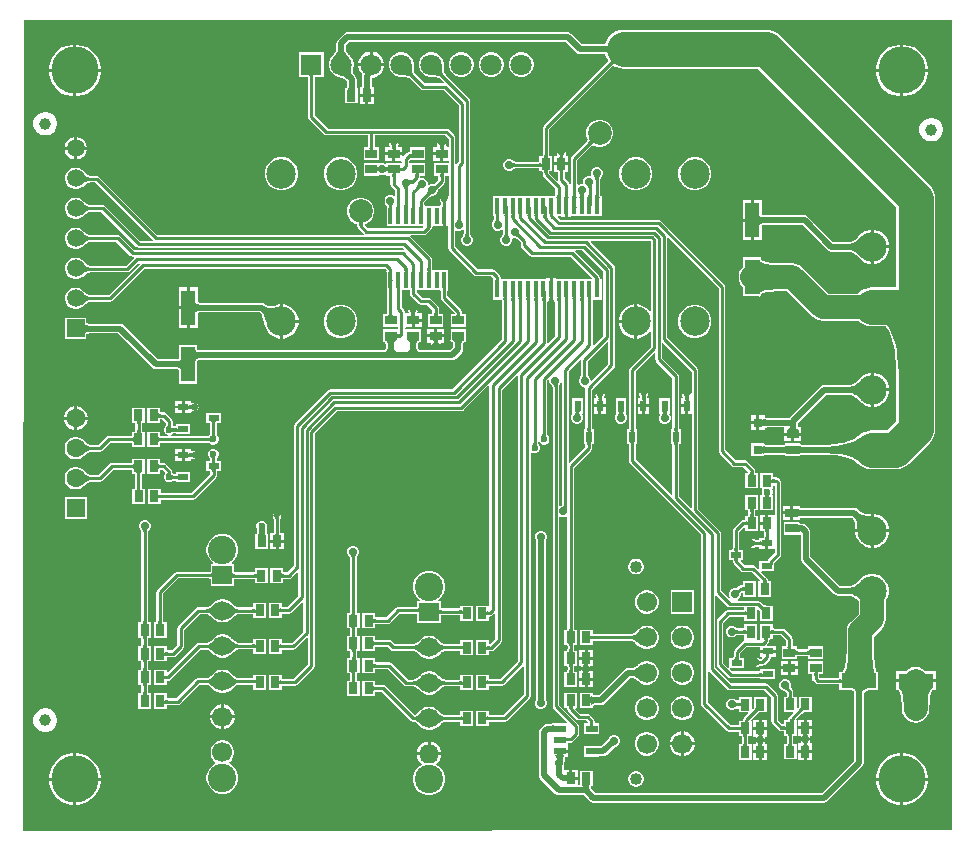
<source format=gtl>
G04*
G04 #@! TF.GenerationSoftware,Altium Limited,Altium Designer,24.8.2 (39)*
G04*
G04 Layer_Physical_Order=1*
G04 Layer_Color=255*
%FSAX44Y44*%
%MOMM*%
G71*
G04*
G04 #@! TF.SameCoordinates,797AAC5B-F729-46B2-8772-93C60BB36BBD*
G04*
G04*
G04 #@! TF.FilePolarity,Positive*
G04*
G01*
G75*
%ADD10C,0.2500*%
%ADD16R,0.8000X0.8000*%
%ADD17R,0.9500X0.5500*%
%ADD18R,1.2000X3.0000*%
%ADD19R,0.8000X1.0000*%
%ADD20R,1.0000X0.8000*%
%ADD21R,3.0000X1.2000*%
%ADD22R,0.5500X0.9500*%
%ADD23R,1.0000X0.6000*%
%ADD24R,0.3500X1.4000*%
%ADD25R,0.4500X1.4500*%
%ADD34C,1.6000*%
%ADD39C,1.8000*%
%ADD41R,1.6000X1.6000*%
%ADD42C,1.7000*%
%ADD43R,1.7000X1.7000*%
%ADD48C,2.5000*%
%ADD51C,2.0000*%
%ADD52C,1.0000*%
%ADD53C,0.5000*%
%ADD54C,2.0000*%
%ADD55C,3.0000*%
%ADD56C,1.0200*%
%ADD57C,1.5000*%
%ADD58R,1.5000X1.5000*%
%ADD59R,1.8000X1.8000*%
%ADD60C,4.0000*%
%ADD61C,2.4000*%
%ADD62R,1.7000X1.6000*%
%ADD63O,1.7000X1.6000*%
%ADD64C,0.7000*%
%ADD65C,0.6000*%
G36*
X00793065Y00006935D02*
X00007058Y00006350D01*
X00006351Y00007058D01*
X00006935Y00693065D01*
X00793065D01*
Y00006935D01*
D02*
G37*
%LPC*%
G36*
X00635000Y00684600D02*
X00514938D01*
X00511704Y00684281D01*
X00508593Y00683338D01*
X00505727Y00681806D01*
X00503214Y00679744D01*
X00501152Y00677231D01*
X00499620Y00674365D01*
X00498933Y00672098D01*
X00479209D01*
X00470244Y00681064D01*
X00468921Y00681948D01*
X00467360Y00682258D01*
X00467360Y00682258D01*
X00280670D01*
X00279109Y00681948D01*
X00277786Y00681064D01*
X00277786Y00681064D01*
X00272516Y00675794D01*
X00271632Y00674471D01*
X00271322Y00672910D01*
X00271322Y00672910D01*
Y00669225D01*
X00271278Y00669133D01*
X00271245Y00668438D01*
X00271154Y00667818D01*
X00271002Y00667191D01*
X00270786Y00666555D01*
X00270502Y00665907D01*
X00270149Y00665247D01*
X00269723Y00664574D01*
X00269223Y00663890D01*
X00268647Y00663196D01*
X00267966Y00662464D01*
X00267864Y00662189D01*
X00267188Y00661513D01*
X00265806Y00659119D01*
X00265090Y00656448D01*
Y00653684D01*
X00265806Y00651013D01*
X00267188Y00648619D01*
X00269143Y00646664D01*
X00271537Y00645282D01*
X00272305Y00645076D01*
X00272520Y00644896D01*
X00273563Y00644567D01*
X00275457Y00643871D01*
X00276258Y00643525D01*
X00277747Y00642765D01*
X00278354Y00642394D01*
X00278909Y00642009D01*
X00279395Y00641622D01*
X00279862Y00641190D01*
X00279960Y00641154D01*
X00280402Y00640713D01*
Y00638753D01*
X00280357Y00638650D01*
X00280340Y00637735D01*
X00280292Y00636965D01*
X00280215Y00636317D01*
X00280116Y00635798D01*
X00280007Y00635420D01*
X00279909Y00635193D01*
X00279902Y00635184D01*
X00279846Y00635150D01*
X00278680D01*
Y00633844D01*
X00278587Y00633619D01*
X00278635Y00633503D01*
X00278605Y00633381D01*
X00278680Y00633255D01*
Y00622150D01*
X00289680D01*
Y00633187D01*
X00289734Y00633263D01*
X00289702Y00633447D01*
X00289773Y00633619D01*
X00289680Y00633844D01*
Y00635150D01*
X00288881D01*
X00288853Y00635246D01*
X00288779Y00635636D01*
X00288615Y00637743D01*
X00288603Y00638639D01*
X00288558Y00638745D01*
Y00642402D01*
X00288248Y00643963D01*
X00287364Y00645286D01*
X00287364Y00645286D01*
X00286892Y00645758D01*
X00286859Y00645852D01*
X00286370Y00646395D01*
X00286019Y00646885D01*
X00285742Y00647386D01*
X00285534Y00647906D01*
X00285391Y00648452D01*
X00285312Y00649032D01*
X00285299Y00649655D01*
X00285357Y00650325D01*
X00285491Y00651045D01*
X00285723Y00651877D01*
X00285686Y00652176D01*
X00286090Y00653684D01*
Y00656448D01*
X00285374Y00659119D01*
X00283992Y00661513D01*
X00283018Y00662487D01*
X00282897Y00662777D01*
X00282199Y00663470D01*
X00281612Y00664127D01*
X00281103Y00664778D01*
X00280670Y00665422D01*
X00280311Y00666059D01*
X00280023Y00666687D01*
X00279803Y00667309D01*
X00279648Y00667926D01*
X00279556Y00668544D01*
X00279522Y00669245D01*
X00279478Y00669336D01*
Y00671221D01*
X00282359Y00674102D01*
X00465671D01*
X00474636Y00665136D01*
X00474636Y00665136D01*
X00475959Y00664252D01*
X00477520Y00663942D01*
X00498933D01*
X00499620Y00661675D01*
X00501152Y00658809D01*
X00501735Y00658100D01*
X00446939Y00603305D01*
X00446332Y00602395D01*
X00446118Y00601322D01*
Y00578660D01*
X00446049Y00578504D01*
X00446038Y00578079D01*
X00446010Y00577766D01*
X00445971Y00577532D01*
X00445960Y00577492D01*
X00443422D01*
Y00572933D01*
X00443402Y00572928D01*
X00443161Y00572888D01*
X00442841Y00572860D01*
X00442410Y00572849D01*
X00442255Y00572780D01*
X00423408D01*
X00423258Y00572849D01*
X00422985Y00572858D01*
X00422786Y00572881D01*
X00422600Y00572916D01*
X00422427Y00572964D01*
X00422262Y00573025D01*
X00422104Y00573099D01*
X00421948Y00573189D01*
X00421795Y00573294D01*
X00421643Y00573418D01*
X00421447Y00573604D01*
X00421165Y00573712D01*
X00420662Y00574215D01*
X00418825Y00574976D01*
X00416835D01*
X00414998Y00574215D01*
X00413591Y00572808D01*
X00412830Y00570971D01*
Y00568981D01*
X00413591Y00567144D01*
X00414998Y00565737D01*
X00416835Y00564976D01*
X00418825D01*
X00420662Y00565737D01*
X00421165Y00566240D01*
X00421447Y00566348D01*
X00421643Y00566534D01*
X00421795Y00566658D01*
X00421948Y00566763D01*
X00422104Y00566852D01*
X00422262Y00566927D01*
X00422427Y00566988D01*
X00422600Y00567036D01*
X00422786Y00567071D01*
X00422985Y00567094D01*
X00423258Y00567104D01*
X00423408Y00567172D01*
X00442255D01*
X00442410Y00567103D01*
X00442841Y00567092D01*
X00443161Y00567064D01*
X00443402Y00567024D01*
X00443422Y00567019D01*
Y00564492D01*
X00445981D01*
X00445986Y00564472D01*
X00446026Y00564231D01*
X00446054Y00563911D01*
X00446065Y00563480D01*
X00446134Y00563325D01*
Y00561982D01*
X00446348Y00560909D01*
X00446955Y00559999D01*
X00456946Y00550009D01*
Y00545161D01*
X00456877Y00545003D01*
X00456868Y00544566D01*
X00456845Y00544229D01*
X00456815Y00544000D01*
X00404000D01*
Y00528373D01*
X00403919Y00528231D01*
X00403948Y00528129D01*
X00403907Y00528031D01*
X00404000Y00527806D01*
Y00526500D01*
X00404892D01*
X00404955Y00525902D01*
X00404964Y00525494D01*
X00405033Y00525337D01*
Y00524873D01*
X00404964Y00524722D01*
X00404955Y00524449D01*
X00404933Y00524247D01*
X00404897Y00524057D01*
X00404849Y00523878D01*
X00404787Y00523707D01*
X00404713Y00523542D01*
X00404623Y00523380D01*
X00404516Y00523220D01*
X00404391Y00523059D01*
X00404208Y00522857D01*
X00404113Y00522590D01*
X00403685Y00522162D01*
X00402924Y00520325D01*
Y00518335D01*
X00403685Y00516498D01*
X00405092Y00515091D01*
X00406929Y00514330D01*
X00408919D01*
X00410756Y00515091D01*
X00411386Y00515721D01*
X00412386Y00515307D01*
Y00512097D01*
X00412317Y00511946D01*
X00412308Y00511673D01*
X00412286Y00511471D01*
X00412250Y00511280D01*
X00412202Y00511101D01*
X00412141Y00510929D01*
X00412065Y00510763D01*
X00411976Y00510600D01*
X00411869Y00510438D01*
X00411744Y00510277D01*
X00411562Y00510073D01*
X00411469Y00509810D01*
X00411051Y00509392D01*
X00410290Y00507555D01*
Y00505565D01*
X00411051Y00503728D01*
X00412458Y00502321D01*
X00414295Y00501560D01*
X00416285D01*
X00418122Y00502321D01*
X00419529Y00503728D01*
X00420290Y00505565D01*
Y00507555D01*
X00420232Y00507695D01*
X00420997Y00508460D01*
X00421915Y00508080D01*
X00422626D01*
X00422902Y00507957D01*
X00423172Y00507950D01*
X00423368Y00507930D01*
X00423551Y00507896D01*
X00423723Y00507850D01*
X00423888Y00507790D01*
X00424047Y00507716D01*
X00424204Y00507628D01*
X00424361Y00507522D01*
X00424517Y00507397D01*
X00424717Y00507211D01*
X00424871Y00507153D01*
X00427522Y00504503D01*
Y00501855D01*
X00427735Y00500782D01*
X00428343Y00499872D01*
X00434897Y00493317D01*
X00435807Y00492710D01*
X00436880Y00492496D01*
X00470009D01*
X00488081Y00474424D01*
X00487698Y00473500D01*
X00457500D01*
Y00474000D01*
X00454500D01*
Y00464750D01*
X00452000D01*
Y00474000D01*
X00449000D01*
Y00473500D01*
X00410615D01*
X00410552Y00474098D01*
X00410543Y00474506D01*
X00410474Y00474663D01*
Y00474980D01*
X00410260Y00476053D01*
X00409653Y00476963D01*
X00405843Y00480773D01*
X00404933Y00481380D01*
X00403860Y00481594D01*
X00391051D01*
X00371966Y00500679D01*
Y00514498D01*
X00372966Y00515031D01*
X00374417Y00514430D01*
X00376407D01*
X00378244Y00515191D01*
X00378288Y00515235D01*
X00379212Y00514852D01*
Y00512054D01*
X00379143Y00511904D01*
X00379134Y00511631D01*
X00379112Y00511432D01*
X00379076Y00511246D01*
X00379028Y00511073D01*
X00378967Y00510908D01*
X00378893Y00510750D01*
X00378803Y00510594D01*
X00378698Y00510441D01*
X00378574Y00510289D01*
X00378388Y00510093D01*
X00378280Y00509811D01*
X00377777Y00509308D01*
X00377016Y00507471D01*
Y00505481D01*
X00377777Y00503644D01*
X00379184Y00502237D01*
X00381021Y00501476D01*
X00383011D01*
X00384848Y00502237D01*
X00386255Y00503644D01*
X00387016Y00505481D01*
Y00507471D01*
X00386255Y00509308D01*
X00385752Y00509811D01*
X00385644Y00510093D01*
X00385458Y00510289D01*
X00385334Y00510441D01*
X00385229Y00510594D01*
X00385140Y00510750D01*
X00385065Y00510908D01*
X00385004Y00511073D01*
X00384956Y00511246D01*
X00384921Y00511432D01*
X00384898Y00511631D01*
X00384888Y00511904D01*
X00384820Y00512054D01*
Y00624584D01*
X00384606Y00625657D01*
X00383999Y00626567D01*
X00363965Y00646600D01*
X00363922Y00646734D01*
X00363602Y00647112D01*
X00363366Y00647493D01*
X00363138Y00647991D01*
X00362927Y00648611D01*
X00362745Y00649350D01*
X00362596Y00650207D01*
X00362488Y00651160D01*
X00362391Y00653466D01*
X00362409Y00654772D01*
X00362290Y00655072D01*
Y00656448D01*
X00361574Y00659119D01*
X00360192Y00661513D01*
X00358237Y00663468D01*
X00355843Y00664850D01*
X00353172Y00665566D01*
X00350408D01*
X00347737Y00664850D01*
X00345343Y00663468D01*
X00343388Y00661513D01*
X00342006Y00659119D01*
X00341290Y00656448D01*
Y00653684D01*
X00342006Y00651013D01*
X00343388Y00648619D01*
X00345343Y00646664D01*
X00347737Y00645282D01*
X00350408Y00644566D01*
X00351382D01*
X00351659Y00644443D01*
X00352994Y00644410D01*
X00355347Y00644231D01*
X00356323Y00644092D01*
X00357197Y00643920D01*
X00357950Y00643719D01*
X00358580Y00643496D01*
X00359084Y00643261D01*
X00359462Y00643026D01*
X00359831Y00642713D01*
X00359964Y00642671D01*
X00362561Y00640074D01*
X00362147Y00639074D01*
X00346091D01*
X00338565Y00646600D01*
X00338522Y00646734D01*
X00338202Y00647112D01*
X00337966Y00647493D01*
X00337738Y00647991D01*
X00337527Y00648611D01*
X00337345Y00649350D01*
X00337196Y00650207D01*
X00337088Y00651160D01*
X00336991Y00653466D01*
X00337009Y00654772D01*
X00336890Y00655072D01*
Y00656448D01*
X00336174Y00659119D01*
X00334792Y00661513D01*
X00332837Y00663468D01*
X00330443Y00664850D01*
X00327772Y00665566D01*
X00325008D01*
X00322337Y00664850D01*
X00319943Y00663468D01*
X00317988Y00661513D01*
X00316606Y00659119D01*
X00315890Y00656448D01*
Y00653684D01*
X00316606Y00651013D01*
X00317988Y00648619D01*
X00319943Y00646664D01*
X00322337Y00645282D01*
X00325008Y00644566D01*
X00325982D01*
X00326259Y00644443D01*
X00327594Y00644410D01*
X00329947Y00644231D01*
X00330923Y00644092D01*
X00331796Y00643920D01*
X00332550Y00643719D01*
X00333180Y00643496D01*
X00333684Y00643261D01*
X00334062Y00643026D01*
X00334431Y00642713D01*
X00334564Y00642671D01*
X00342947Y00634287D01*
X00343857Y00633680D01*
X00344930Y00633466D01*
X00362059D01*
X00375048Y00620477D01*
Y00572916D01*
X00373429Y00571297D01*
X00373020Y00570685D01*
X00372020Y00570988D01*
Y00593393D01*
X00371806Y00594466D01*
X00371199Y00595375D01*
X00366521Y00600053D01*
X00365612Y00600660D01*
X00364539Y00600874D01*
X00264151D01*
X00252994Y00612031D01*
Y00643399D01*
X00253063Y00643554D01*
X00253074Y00643979D01*
X00253102Y00644292D01*
X00253141Y00644526D01*
X00253152Y00644566D01*
X00260690D01*
Y00665566D01*
X00239690D01*
Y00644566D01*
X00247228D01*
X00247239Y00644526D01*
X00247278Y00644292D01*
X00247306Y00643979D01*
X00247317Y00643554D01*
X00247386Y00643398D01*
Y00610870D01*
X00247600Y00609797D01*
X00248207Y00608887D01*
X00261007Y00596087D01*
X00261917Y00595480D01*
X00262990Y00595266D01*
X00298186D01*
Y00586087D01*
X00298117Y00585932D01*
X00298106Y00585501D01*
X00298078Y00585181D01*
X00298038Y00584940D01*
X00298033Y00584920D01*
X00294490D01*
Y00573920D01*
X00307490D01*
Y00584920D01*
X00303947D01*
X00303942Y00584940D01*
X00303902Y00585181D01*
X00303874Y00585501D01*
X00303863Y00585932D01*
X00303794Y00586087D01*
Y00595266D01*
X00363377D01*
X00366412Y00592231D01*
Y00585420D01*
X00364974D01*
X00364753Y00585669D01*
X00364403Y00586420D01*
X00364524Y00586733D01*
X00364754Y00587289D01*
X00364745Y00587310D01*
X00364753Y00587331D01*
X00364508Y00587881D01*
X00364278Y00588437D01*
X00364257Y00588445D01*
X00364247Y00588466D01*
X00363685Y00588682D01*
X00363484Y00588765D01*
Y00589788D01*
X00363270Y00590861D01*
X00362663Y00591771D01*
X00361753Y00592378D01*
X00360680Y00592592D01*
X00359607Y00592378D01*
X00358697Y00591771D01*
X00358090Y00590861D01*
X00357876Y00589788D01*
Y00588765D01*
X00357675Y00588682D01*
X00357113Y00588466D01*
X00357103Y00588445D01*
X00357082Y00588437D01*
X00356852Y00587881D01*
X00356607Y00587331D01*
X00356615Y00587310D01*
X00356606Y00587289D01*
X00356836Y00586733D01*
X00356956Y00586420D01*
X00356607Y00585669D01*
X00356386Y00585420D01*
X00353680D01*
Y00580670D01*
X00360680D01*
Y00579420D01*
X00361930D01*
Y00573420D01*
X00366412D01*
Y00571920D01*
X00354180D01*
Y00560920D01*
X00357723D01*
X00357728Y00560900D01*
X00357768Y00560659D01*
X00357796Y00560339D01*
X00357807Y00559908D01*
X00357876Y00559753D01*
Y00557421D01*
X00354837Y00554383D01*
X00354756Y00554365D01*
X00354693Y00554266D01*
X00354584Y00554226D01*
X00354385Y00554042D01*
X00354240Y00553929D01*
X00354103Y00553841D01*
X00353975Y00553775D01*
X00353850Y00553726D01*
X00353727Y00553691D01*
X00353599Y00553670D01*
X00353461Y00553661D01*
X00353308Y00553666D01*
X00353067Y00553698D01*
X00352854Y00553640D01*
X00351260D01*
X00349662Y00552978D01*
X00348923Y00553308D01*
X00348662Y00553532D01*
Y00554715D01*
X00347901Y00556552D01*
X00346494Y00557959D01*
X00344657Y00558720D01*
X00343144D01*
X00342408Y00559310D01*
X00342265Y00559636D01*
Y00559753D01*
X00342334Y00559908D01*
X00342345Y00560339D01*
X00342373Y00560659D01*
X00342412Y00560900D01*
X00342418Y00560920D01*
X00346860D01*
Y00571920D01*
X00333860D01*
Y00571920D01*
X00333004Y00572267D01*
Y00573573D01*
X00333860Y00573920D01*
X00333860Y00573920D01*
Y00573920D01*
X00333860Y00573920D01*
X00335159D01*
X00335380Y00573827D01*
X00335476Y00573866D01*
X00335575Y00573837D01*
X00335724Y00573920D01*
X00346860D01*
Y00584920D01*
X00333860D01*
Y00580808D01*
X00333836Y00580802D01*
X00333596Y00580762D01*
X00333278Y00580734D01*
X00332848Y00580723D01*
X00332655Y00580637D01*
X00331667Y00580440D01*
X00330757Y00579833D01*
X00328217Y00577293D01*
X00328040Y00577027D01*
X00327040Y00577331D01*
Y00578170D01*
X00321290D01*
Y00573420D01*
X00326152D01*
X00326597Y00572973D01*
X00326846Y00572420D01*
X00326680Y00571977D01*
X00326540Y00571920D01*
Y00571920D01*
X00313540D01*
Y00571675D01*
X00313502Y00571624D01*
X00312540Y00571089D01*
X00311129Y00571674D01*
X00309139D01*
X00308321Y00571335D01*
X00307490Y00571891D01*
Y00571920D01*
X00294490D01*
Y00560920D01*
X00307490D01*
Y00561457D01*
X00308321Y00562013D01*
X00309139Y00561674D01*
X00311129D01*
X00312540Y00562259D01*
X00313502Y00561724D01*
X00313540Y00561673D01*
Y00560920D01*
X00317083D01*
X00317088Y00560900D01*
X00317128Y00560659D01*
X00317156Y00560339D01*
X00317167Y00559908D01*
X00317236Y00559753D01*
Y00553720D01*
X00317450Y00552647D01*
X00318057Y00551737D01*
X00320946Y00548849D01*
Y00544427D01*
X00319946Y00544044D01*
X00318241Y00544750D01*
X00316251D01*
X00314414Y00543989D01*
X00313007Y00542582D01*
X00312246Y00540745D01*
Y00538755D01*
X00313007Y00536918D01*
X00313512Y00536413D01*
X00313620Y00536131D01*
X00314000Y00535500D01*
Y00534194D01*
X00313907Y00533969D01*
X00313995Y00533758D01*
X00313968Y00533530D01*
X00314000Y00533489D01*
Y00518500D01*
X00320500D01*
Y00518500D01*
X00320500Y00518500D01*
X00321500Y00518500D01*
X00327000D01*
Y00518500D01*
X00328000Y00518500D01*
X00333500D01*
Y00518500D01*
X00333500Y00518500D01*
X00334500Y00518500D01*
X00340000D01*
Y00518500D01*
X00341000Y00518500D01*
X00345080D01*
X00345463Y00517576D01*
X00344271Y00516384D01*
X00297841D01*
X00295503Y00518722D01*
X00295437Y00518896D01*
X00295414Y00519114D01*
X00295702Y00519920D01*
X00296539Y00520144D01*
X00299161Y00521658D01*
X00301302Y00523799D01*
X00302816Y00526421D01*
X00303600Y00529346D01*
Y00532374D01*
X00302816Y00535299D01*
X00301302Y00537921D01*
X00299161Y00540062D01*
X00296539Y00541576D01*
X00293614Y00542360D01*
X00290586D01*
X00287661Y00541576D01*
X00285039Y00540062D01*
X00282898Y00537921D01*
X00281384Y00535299D01*
X00280600Y00532374D01*
Y00529346D01*
X00281384Y00526421D01*
X00282898Y00523799D01*
X00285039Y00521658D01*
X00287661Y00520144D01*
X00288861Y00519822D01*
X00289050Y00519650D01*
X00289061Y00519646D01*
X00289101Y00519541D01*
X00289148Y00519363D01*
X00289188Y00519117D01*
X00289216Y00518807D01*
X00289227Y00518395D01*
X00289296Y00518240D01*
Y00518160D01*
X00289510Y00517087D01*
X00290117Y00516177D01*
X00294491Y00511804D01*
X00294254Y00510991D01*
X00294116Y00510804D01*
X00119779Y00510804D01*
X00070563Y00560021D01*
X00069653Y00560628D01*
X00068580Y00560842D01*
X00063043D01*
X00062922Y00560905D01*
X00062910Y00560901D01*
X00062898Y00560907D01*
X00062454Y00560940D01*
X00062095Y00561019D01*
X00061693Y00561162D01*
X00061247Y00561380D01*
X00060760Y00561679D01*
X00060236Y00562063D01*
X00059697Y00562522D01*
X00058472Y00563764D01*
X00057832Y00564512D01*
X00057595Y00564633D01*
X00056326Y00565902D01*
X00054274Y00567087D01*
X00051985Y00567700D01*
X00049615D01*
X00047326Y00567087D01*
X00045274Y00565902D01*
X00043598Y00564226D01*
X00042413Y00562174D01*
X00041800Y00559885D01*
Y00557515D01*
X00042413Y00555226D01*
X00043598Y00553174D01*
X00045274Y00551498D01*
X00047326Y00550313D01*
X00049615Y00549700D01*
X00051985D01*
X00054274Y00550313D01*
X00056326Y00551498D01*
X00056517Y00551689D01*
X00056709Y00551749D01*
X00057557Y00552453D01*
X00058327Y00553053D01*
X00059777Y00554054D01*
X00060392Y00554417D01*
X00060964Y00554709D01*
X00061472Y00554923D01*
X00061910Y00555064D01*
X00062270Y00555139D01*
X00062673Y00555169D01*
X00062802Y00555234D01*
X00067419D01*
X00115929Y00506724D01*
X00115515Y00505724D01*
X00105301D01*
X00075743Y00535283D01*
X00074833Y00535890D01*
X00073760Y00536104D01*
X00062945D01*
X00062816Y00536169D01*
X00062389Y00536201D01*
X00062028Y00536278D01*
X00061606Y00536421D01*
X00061127Y00536639D01*
X00060597Y00536937D01*
X00060019Y00537318D01*
X00059414Y00537772D01*
X00058032Y00538980D01*
X00057296Y00539706D01*
X00057003Y00539825D01*
X00056326Y00540502D01*
X00054274Y00541687D01*
X00051985Y00542300D01*
X00049615D01*
X00047326Y00541687D01*
X00045274Y00540502D01*
X00043598Y00538826D01*
X00042413Y00536774D01*
X00041800Y00534485D01*
Y00532115D01*
X00042413Y00529826D01*
X00043598Y00527774D01*
X00045274Y00526098D01*
X00047326Y00524913D01*
X00049615Y00524300D01*
X00051985D01*
X00054274Y00524913D01*
X00056326Y00526098D01*
X00057003Y00526775D01*
X00057296Y00526894D01*
X00058032Y00527620D01*
X00059414Y00528828D01*
X00060019Y00529282D01*
X00060597Y00529663D01*
X00061127Y00529961D01*
X00061606Y00530179D01*
X00062028Y00530322D01*
X00062389Y00530399D01*
X00062816Y00530431D01*
X00062945Y00530496D01*
X00072599D01*
X00102157Y00500937D01*
X00103067Y00500330D01*
X00104140Y00500116D01*
X00327769Y00500116D01*
X00329132Y00498753D01*
X00329009Y00498487D01*
X00328542Y00497928D01*
X00327660Y00498104D01*
X00100221D01*
X00088443Y00509883D01*
X00087533Y00510490D01*
X00086460Y00510704D01*
X00062945D01*
X00062816Y00510769D01*
X00062389Y00510801D01*
X00062028Y00510878D01*
X00061606Y00511021D01*
X00061127Y00511239D01*
X00060597Y00511537D01*
X00060019Y00511918D01*
X00059414Y00512372D01*
X00058032Y00513580D01*
X00057296Y00514306D01*
X00057003Y00514425D01*
X00056326Y00515102D01*
X00054274Y00516287D01*
X00051985Y00516900D01*
X00049615D01*
X00047326Y00516287D01*
X00045274Y00515102D01*
X00043598Y00513426D01*
X00042413Y00511374D01*
X00041800Y00509085D01*
Y00506715D01*
X00042413Y00504426D01*
X00043598Y00502374D01*
X00045274Y00500698D01*
X00047326Y00499513D01*
X00049615Y00498900D01*
X00051985D01*
X00054274Y00499513D01*
X00056326Y00500698D01*
X00057003Y00501375D01*
X00057296Y00501494D01*
X00058032Y00502220D01*
X00059414Y00503428D01*
X00060019Y00503882D01*
X00060597Y00504263D01*
X00061127Y00504561D01*
X00061606Y00504779D01*
X00062028Y00504922D01*
X00062389Y00504999D01*
X00062816Y00505031D01*
X00062945Y00505096D01*
X00085299D01*
X00097077Y00493317D01*
X00097987Y00492710D01*
X00099060Y00492496D01*
X00099767D01*
X00100181Y00491496D01*
X00093327Y00484642D01*
X00063043D01*
X00062922Y00484705D01*
X00062910Y00484701D01*
X00062898Y00484707D01*
X00062454Y00484740D01*
X00062095Y00484819D01*
X00061693Y00484962D01*
X00061247Y00485180D01*
X00060760Y00485479D01*
X00060236Y00485863D01*
X00059697Y00486321D01*
X00058472Y00487564D01*
X00057832Y00488312D01*
X00057595Y00488433D01*
X00056326Y00489702D01*
X00054274Y00490887D01*
X00051985Y00491500D01*
X00049615D01*
X00047326Y00490887D01*
X00045274Y00489702D01*
X00043598Y00488026D01*
X00042413Y00485974D01*
X00041800Y00483685D01*
Y00481315D01*
X00042413Y00479026D01*
X00043598Y00476974D01*
X00045274Y00475298D01*
X00047326Y00474113D01*
X00049615Y00473500D01*
X00051985D01*
X00054274Y00474113D01*
X00056326Y00475298D01*
X00056517Y00475489D01*
X00056709Y00475549D01*
X00057557Y00476253D01*
X00058327Y00476853D01*
X00059777Y00477854D01*
X00060392Y00478217D01*
X00060964Y00478509D01*
X00061472Y00478723D01*
X00061910Y00478864D01*
X00062270Y00478939D01*
X00062673Y00478969D01*
X00062802Y00479034D01*
X00094488D01*
X00095561Y00479248D01*
X00096471Y00479855D01*
X00103923Y00487308D01*
X00104769Y00487212D01*
X00105132Y00486287D01*
X00078749Y00459904D01*
X00062945D01*
X00062816Y00459969D01*
X00062389Y00460001D01*
X00062028Y00460078D01*
X00061606Y00460221D01*
X00061127Y00460439D01*
X00060597Y00460737D01*
X00060019Y00461118D01*
X00059414Y00461572D01*
X00058032Y00462780D01*
X00057296Y00463506D01*
X00057003Y00463625D01*
X00056326Y00464302D01*
X00054274Y00465487D01*
X00051985Y00466100D01*
X00049615D01*
X00047326Y00465487D01*
X00045274Y00464302D01*
X00043598Y00462626D01*
X00042413Y00460574D01*
X00041800Y00458285D01*
Y00455915D01*
X00042413Y00453626D01*
X00043598Y00451574D01*
X00045274Y00449898D01*
X00047326Y00448713D01*
X00049615Y00448100D01*
X00051985D01*
X00054274Y00448713D01*
X00056326Y00449898D01*
X00057003Y00450575D01*
X00057296Y00450694D01*
X00058032Y00451419D01*
X00059414Y00452628D01*
X00060019Y00453082D01*
X00060597Y00453463D01*
X00061127Y00453761D01*
X00061606Y00453979D01*
X00062028Y00454122D01*
X00062389Y00454199D01*
X00062816Y00454231D01*
X00062945Y00454296D01*
X00079910D01*
X00080983Y00454510D01*
X00081893Y00455117D01*
X00109111Y00482336D01*
X00312529D01*
X00314000Y00480865D01*
Y00480194D01*
X00313907Y00479969D01*
X00313986Y00479778D01*
X00313973Y00479721D01*
X00314000Y00479678D01*
Y00466510D01*
X00313967Y00466469D01*
X00313994Y00466242D01*
X00313907Y00466031D01*
X00314000Y00465806D01*
Y00464500D01*
X00314338D01*
X00314372Y00463947D01*
X00314377Y00463514D01*
X00314446Y00463351D01*
Y00445117D01*
X00314377Y00444962D01*
X00314366Y00444531D01*
X00314338Y00444211D01*
X00314298Y00443970D01*
X00314293Y00443950D01*
X00311000D01*
Y00432950D01*
X00323586D01*
Y00430950D01*
X00311000D01*
Y00421807D01*
X00310916Y00421652D01*
X00310942Y00421565D01*
X00310907Y00421480D01*
X00311000Y00421256D01*
Y00419950D01*
X00312204D01*
X00312358Y00419866D01*
X00312635Y00419837D01*
X00312681Y00419820D01*
X00312723Y00419792D01*
X00312805Y00419702D01*
X00312926Y00419502D01*
X00313062Y00419166D01*
X00313188Y00418689D01*
X00313289Y00418078D01*
X00313354Y00417338D01*
X00313376Y00416475D01*
X00313334Y00415674D01*
X00313222Y00415040D01*
X00313054Y00414536D01*
X00312845Y00414147D01*
X00312596Y00413844D01*
X00312293Y00413596D01*
X00311904Y00413386D01*
X00311400Y00413218D01*
X00310766Y00413106D01*
X00309915Y00413061D01*
X00309825Y00413018D01*
X00309751D01*
X00309682Y00413032D01*
X00309661Y00413018D01*
X00157163D01*
X00157062Y00413063D01*
X00156162Y00413087D01*
X00155424Y00413152D01*
X00154815Y00413253D01*
X00154340Y00413381D01*
X00154005Y00413518D01*
X00153805Y00413641D01*
X00153714Y00413725D01*
X00153683Y00413772D01*
X00153664Y00413825D01*
X00153634Y00414110D01*
X00153550Y00414265D01*
Y00417820D01*
X00138550D01*
Y00406590D01*
X00138496Y00406491D01*
X00138466Y00406207D01*
X00138448Y00406155D01*
X00138417Y00406108D01*
X00138324Y00406023D01*
X00138122Y00405900D01*
X00137782Y00405762D01*
X00137303Y00405634D01*
X00136688Y00405532D01*
X00135944Y00405467D01*
X00135038Y00405443D01*
X00134938Y00405398D01*
X00120561D01*
X00091530Y00434430D01*
X00090207Y00435314D01*
X00088646Y00435624D01*
X00088646Y00435624D01*
X00063412D01*
X00063312Y00435669D01*
X00062406Y00435693D01*
X00061662Y00435758D01*
X00061047Y00435860D01*
X00060568Y00435988D01*
X00060229Y00436126D01*
X00060026Y00436249D01*
X00059934Y00436334D01*
X00059902Y00436381D01*
X00059884Y00436433D01*
X00059854Y00436717D01*
X00059800Y00436815D01*
Y00440700D01*
X00041800D01*
Y00422700D01*
X00059800D01*
Y00426276D01*
X00059854Y00426375D01*
X00059884Y00426659D01*
X00059902Y00426711D01*
X00059934Y00426758D01*
X00060026Y00426843D01*
X00060229Y00426966D01*
X00060568Y00427104D01*
X00061047Y00427232D01*
X00061662Y00427334D01*
X00062406Y00427399D01*
X00063312Y00427423D01*
X00063412Y00427468D01*
X00086957D01*
X00115988Y00398436D01*
X00117311Y00397552D01*
X00118872Y00397242D01*
X00134938D01*
X00135038Y00397197D01*
X00135944Y00397173D01*
X00136688Y00397108D01*
X00137303Y00397006D01*
X00137782Y00396878D01*
X00138122Y00396740D01*
X00138324Y00396617D01*
X00138416Y00396532D01*
X00138448Y00396485D01*
X00138466Y00396433D01*
X00138496Y00396149D01*
X00138550Y00396050D01*
Y00384820D01*
X00153550D01*
Y00403615D01*
X00153634Y00403770D01*
X00153664Y00404055D01*
X00153683Y00404108D01*
X00153714Y00404155D01*
X00153805Y00404240D01*
X00154005Y00404362D01*
X00154340Y00404499D01*
X00154815Y00404627D01*
X00155424Y00404728D01*
X00156162Y00404793D01*
X00157062Y00404817D01*
X00157163Y00404862D01*
X00317161D01*
X00317182Y00404848D01*
X00317251Y00404862D01*
X00317749D01*
X00317818Y00404848D01*
X00317839Y00404862D01*
X00336211D01*
X00336232Y00404848D01*
X00336301Y00404862D01*
X00336799D01*
X00336868Y00404848D01*
X00336889Y00404862D01*
X00369570D01*
X00369570Y00404862D01*
X00371131Y00405172D01*
X00372454Y00406056D01*
X00377534Y00411136D01*
X00377534Y00411136D01*
X00378418Y00412459D01*
X00378728Y00414020D01*
X00378728Y00414020D01*
Y00416338D01*
X00378773Y00416438D01*
X00378796Y00417338D01*
X00378861Y00418078D01*
X00378961Y00418689D01*
X00379088Y00419166D01*
X00379224Y00419502D01*
X00379345Y00419703D01*
X00379427Y00419792D01*
X00379469Y00419820D01*
X00379515Y00419837D01*
X00379791Y00419866D01*
X00379946Y00419950D01*
X00381150D01*
Y00421256D01*
X00381243Y00421480D01*
X00381208Y00421565D01*
X00381234Y00421652D01*
X00381150Y00421807D01*
Y00430950D01*
X00368150D01*
Y00421807D01*
X00368066Y00421652D01*
X00368092Y00421565D01*
X00368057Y00421480D01*
X00368150Y00421256D01*
Y00419950D01*
X00369354D01*
X00369509Y00419866D01*
X00369785Y00419837D01*
X00369831Y00419820D01*
X00369873Y00419792D01*
X00369955Y00419702D01*
X00370076Y00419502D01*
X00370212Y00419166D01*
X00370339Y00418689D01*
X00370439Y00418078D01*
X00370504Y00417338D01*
X00370527Y00416438D01*
X00370572Y00416338D01*
Y00415709D01*
X00367881Y00413018D01*
X00357346D01*
X00356737Y00413946D01*
X00356746Y00414018D01*
X00357583Y00414577D01*
X00358190Y00415487D01*
X00358404Y00416560D01*
Y00417583D01*
X00358605Y00417666D01*
X00359167Y00417882D01*
X00359177Y00417903D01*
X00359198Y00417911D01*
X00359428Y00418467D01*
X00359673Y00419016D01*
X00360547Y00419450D01*
X00362600D01*
Y00424200D01*
X00355600D01*
X00348600D01*
Y00419450D01*
X00350653D01*
X00351527Y00419016D01*
X00351772Y00418467D01*
X00352002Y00417911D01*
X00352023Y00417903D01*
X00352033Y00417882D01*
X00352595Y00417666D01*
X00352796Y00417583D01*
Y00416560D01*
X00353010Y00415487D01*
X00353617Y00414577D01*
X00354454Y00414018D01*
X00354463Y00413946D01*
X00353854Y00413018D01*
X00344389D01*
X00344368Y00413032D01*
X00344299Y00413018D01*
X00344225D01*
X00344135Y00413061D01*
X00343284Y00413106D01*
X00342650Y00413218D01*
X00342146Y00413386D01*
X00341757Y00413596D01*
X00341454Y00413844D01*
X00341205Y00414147D01*
X00340996Y00414536D01*
X00340828Y00415040D01*
X00340716Y00415674D01*
X00340674Y00416475D01*
X00340696Y00417338D01*
X00340761Y00418078D01*
X00340862Y00418689D01*
X00340988Y00419166D01*
X00341124Y00419502D01*
X00341245Y00419703D01*
X00341327Y00419792D01*
X00341369Y00419820D01*
X00341415Y00419837D01*
X00341692Y00419866D01*
X00341846Y00419950D01*
X00343050D01*
Y00421256D01*
X00343143Y00421480D01*
X00343108Y00421565D01*
X00343134Y00421652D01*
X00343050Y00421807D01*
Y00430950D01*
X00330050D01*
Y00430950D01*
X00329910Y00431007D01*
X00329744Y00431450D01*
X00329993Y00432003D01*
X00330438Y00432450D01*
X00335300D01*
Y00438450D01*
X00336550D01*
Y00439700D01*
X00343550D01*
Y00444450D01*
X00340590D01*
X00340369Y00444699D01*
X00340019Y00445450D01*
X00340140Y00445763D01*
X00340370Y00446319D01*
X00340361Y00446340D01*
X00340369Y00446361D01*
X00340124Y00446911D01*
X00339894Y00447467D01*
X00339873Y00447475D01*
X00339863Y00447496D01*
X00339301Y00447712D01*
X00339100Y00447795D01*
Y00448818D01*
X00338886Y00449891D01*
X00338279Y00450801D01*
X00337369Y00451408D01*
X00336296Y00451622D01*
X00335223Y00451408D01*
X00334313Y00450801D01*
X00333706Y00449891D01*
X00333492Y00448818D01*
Y00447795D01*
X00333291Y00447712D01*
X00332729Y00447496D01*
X00332719Y00447475D01*
X00332698Y00447467D01*
X00332468Y00446911D01*
X00332223Y00446361D01*
X00332231Y00446340D01*
X00332222Y00446319D01*
X00332452Y00445763D01*
X00332573Y00445450D01*
X00332223Y00444699D01*
X00332002Y00444450D01*
X00329550Y00444450D01*
X00329194Y00445303D01*
Y00445770D01*
X00328980Y00446843D01*
X00328373Y00447753D01*
X00326654Y00449471D01*
Y00463344D01*
X00326723Y00463504D01*
X00326725Y00463614D01*
X00327000Y00464500D01*
X00333500D01*
X00333676Y00463573D01*
X00333676Y00463521D01*
X00333746Y00463356D01*
Y00461010D01*
X00333960Y00459937D01*
X00334567Y00459027D01*
X00340917Y00452677D01*
X00341827Y00452070D01*
X00342900Y00451856D01*
X00348343D01*
X00352796Y00447403D01*
Y00445117D01*
X00352727Y00444962D01*
X00352716Y00444531D01*
X00352688Y00444211D01*
X00352648Y00443970D01*
X00352643Y00443950D01*
X00349100D01*
Y00432950D01*
X00362100D01*
Y00443950D01*
X00358557D01*
X00358552Y00443970D01*
X00358512Y00444211D01*
X00358484Y00444531D01*
X00358473Y00444962D01*
X00358404Y00445117D01*
Y00448564D01*
X00358190Y00449637D01*
X00357583Y00450547D01*
X00351487Y00456643D01*
X00350577Y00457250D01*
X00349504Y00457464D01*
X00344061D01*
X00339354Y00462171D01*
Y00463329D01*
X00339423Y00463482D01*
X00339430Y00463736D01*
X00340000Y00464500D01*
X00346500D01*
Y00464500D01*
X00346500Y00464500D01*
X00347500Y00464500D01*
X00352000D01*
X00353000Y00464500D01*
Y00464500D01*
X00353000D01*
Y00464500D01*
X00359500D01*
X00359875Y00463655D01*
X00359877Y00463515D01*
X00359946Y00463351D01*
Y00457670D01*
X00360160Y00456597D01*
X00360767Y00455687D01*
X00371505Y00444950D01*
X00371130Y00443950D01*
X00368150D01*
Y00432950D01*
X00381150D01*
Y00443950D01*
X00377607D01*
X00377602Y00443970D01*
X00377562Y00444211D01*
X00377534Y00444531D01*
X00377523Y00444962D01*
X00377454Y00445117D01*
Y00445770D01*
X00377240Y00446843D01*
X00376633Y00447753D01*
X00365554Y00458831D01*
Y00463339D01*
X00365623Y00463497D01*
X00365641Y00464348D01*
X00365653Y00464500D01*
X00366000D01*
Y00465806D01*
X00366093Y00466031D01*
X00366006Y00466242D01*
X00366033Y00466469D01*
X00366000Y00466510D01*
Y00481500D01*
X00360500D01*
X00359500Y00481500D01*
Y00481500D01*
X00359500D01*
Y00481500D01*
X00353000D01*
X00352625Y00482345D01*
X00352623Y00482486D01*
X00352554Y00482649D01*
Y00490250D01*
X00352340Y00491323D01*
X00351733Y00492233D01*
X00334189Y00509776D01*
X00334426Y00510589D01*
X00334563Y00510776D01*
X00345432D01*
X00346505Y00510990D01*
X00347415Y00511597D01*
X00351733Y00515915D01*
X00352340Y00516825D01*
X00352486Y00517559D01*
X00352542Y00517690D01*
X00353000Y00518500D01*
X00359000D01*
Y00518000D01*
X00361500D01*
Y00527000D01*
X00364000D01*
Y00518000D01*
X00366358D01*
Y00499518D01*
X00366572Y00498445D01*
X00367179Y00497535D01*
X00387907Y00476807D01*
X00388817Y00476200D01*
X00389890Y00475986D01*
X00402699D01*
X00404185Y00474500D01*
X00404000Y00473500D01*
X00404000D01*
Y00472194D01*
X00403907Y00471969D01*
X00403955Y00471854D01*
X00403924Y00471732D01*
X00404000Y00471606D01*
Y00456000D01*
X00411311D01*
X00411368Y00455410D01*
X00411377Y00454997D01*
X00411446Y00454839D01*
Y00421761D01*
X00369679Y00379994D01*
X00266412D01*
X00265339Y00379780D01*
X00264429Y00379173D01*
X00236207Y00350951D01*
X00235600Y00350042D01*
X00235386Y00348969D01*
Y00230461D01*
X00229979Y00225054D01*
X00227647D01*
X00227492Y00225123D01*
X00227061Y00225134D01*
X00226741Y00225162D01*
X00226500Y00225202D01*
X00226480Y00225207D01*
Y00228750D01*
X00215480D01*
Y00215750D01*
X00226480D01*
Y00219293D01*
X00226500Y00219298D01*
X00226741Y00219338D01*
X00227061Y00219366D01*
X00227492Y00219377D01*
X00227647Y00219446D01*
X00231140D01*
X00232213Y00219660D01*
X00233123Y00220267D01*
X00238462Y00225607D01*
X00239386Y00225224D01*
Y00205251D01*
X00229979Y00195844D01*
X00226377D01*
X00226222Y00195913D01*
X00225791Y00195924D01*
X00225471Y00195952D01*
X00225230Y00195992D01*
X00225210Y00195997D01*
Y00199540D01*
X00214210D01*
Y00186540D01*
X00225210D01*
Y00190083D01*
X00225230Y00190088D01*
X00225471Y00190128D01*
X00225791Y00190156D01*
X00226222Y00190167D01*
X00226377Y00190236D01*
X00231140D01*
X00232213Y00190450D01*
X00233123Y00191057D01*
X00242462Y00200397D01*
X00243386Y00200014D01*
Y00174961D01*
X00233789Y00165364D01*
X00226377D01*
X00226222Y00165433D01*
X00225791Y00165444D01*
X00225471Y00165472D01*
X00225230Y00165512D01*
X00225210Y00165517D01*
Y00169060D01*
X00214210D01*
Y00156060D01*
X00225210D01*
Y00159603D01*
X00225230Y00159608D01*
X00225471Y00159648D01*
X00225791Y00159676D01*
X00226222Y00159687D01*
X00226377Y00159756D01*
X00234950D01*
X00236023Y00159970D01*
X00236933Y00160577D01*
X00246462Y00170107D01*
X00247386Y00169724D01*
Y00147211D01*
X00235059Y00134884D01*
X00226377D01*
X00226222Y00134953D01*
X00225791Y00134964D01*
X00225471Y00134992D01*
X00225230Y00135032D01*
X00225210Y00135037D01*
Y00138580D01*
X00214210D01*
Y00125580D01*
X00225210D01*
Y00129123D01*
X00225230Y00129128D01*
X00225471Y00129168D01*
X00225791Y00129196D01*
X00226222Y00129207D01*
X00226377Y00129276D01*
X00236220D01*
X00237293Y00129490D01*
X00238203Y00130097D01*
X00252173Y00144067D01*
X00252780Y00144977D01*
X00252994Y00146050D01*
Y00342837D01*
X00271843Y00361686D01*
X00377190D01*
X00378263Y00361900D01*
X00379173Y00362507D01*
X00400056Y00383391D01*
X00401056Y00382977D01*
Y00197757D01*
X00400470Y00197000D01*
X00389470D01*
Y00184000D01*
X00400470D01*
Y00187564D01*
X00400645Y00187592D01*
X00400949Y00187617D01*
X00401360Y00187627D01*
X00401676Y00187767D01*
X00402393Y00187910D01*
X00403303Y00188517D01*
X00405136Y00190351D01*
X00406136Y00189937D01*
Y00168801D01*
X00401493Y00164158D01*
X00401482Y00164163D01*
X00401051Y00164174D01*
X00400731Y00164202D01*
X00400490Y00164242D01*
X00400470Y00164247D01*
Y00167790D01*
X00389470D01*
Y00154790D01*
X00400470D01*
Y00158333D01*
X00400490Y00158338D01*
X00400731Y00158378D01*
X00401051Y00158406D01*
X00401482Y00158417D01*
X00401637Y00158486D01*
X00402590D01*
X00403663Y00158700D01*
X00404573Y00159307D01*
X00410923Y00165657D01*
X00411530Y00166567D01*
X00411744Y00167640D01*
Y00379839D01*
X00424186Y00392281D01*
X00425186Y00391867D01*
Y00149941D01*
X00410129Y00134884D01*
X00401637D01*
X00401482Y00134953D01*
X00401051Y00134964D01*
X00400731Y00134992D01*
X00400490Y00135032D01*
X00400470Y00135037D01*
Y00138580D01*
X00389470D01*
Y00125580D01*
X00400470D01*
Y00129123D01*
X00400490Y00129128D01*
X00400731Y00129168D01*
X00401051Y00129196D01*
X00401482Y00129207D01*
X00401637Y00129276D01*
X00411290D01*
X00412363Y00129490D01*
X00413273Y00130097D01*
X00429266Y00146091D01*
X00430266Y00145677D01*
Y00121811D01*
X00412859Y00104404D01*
X00401637D01*
X00401482Y00104473D01*
X00401051Y00104484D01*
X00400731Y00104512D01*
X00400490Y00104552D01*
X00400470Y00104557D01*
Y00108100D01*
X00389470D01*
Y00095100D01*
X00400470D01*
Y00098643D01*
X00400490Y00098648D01*
X00400731Y00098688D01*
X00401051Y00098716D01*
X00401482Y00098727D01*
X00401637Y00098796D01*
X00414020D01*
X00415093Y00099010D01*
X00416003Y00099617D01*
X00435053Y00118667D01*
X00435660Y00119577D01*
X00435874Y00120650D01*
Y00326330D01*
X00436798Y00326712D01*
X00436871Y00326639D01*
X00438525Y00325954D01*
X00440315D01*
X00441969Y00326639D01*
X00443235Y00327905D01*
X00443920Y00329559D01*
Y00331349D01*
X00443235Y00333003D01*
X00442812Y00333426D01*
X00442710Y00333701D01*
X00442600Y00333820D01*
X00442548Y00333887D01*
X00442500Y00333964D01*
X00442455Y00334052D01*
X00442413Y00334156D01*
X00442375Y00334278D01*
X00442342Y00334421D01*
X00442317Y00334585D01*
X00442300Y00334772D01*
X00442293Y00335027D01*
X00442425Y00335202D01*
X00442845Y00335230D01*
X00443622Y00335128D01*
X00444745Y00334005D01*
X00446399Y00333320D01*
X00448189D01*
X00449843Y00334005D01*
X00451109Y00335271D01*
X00451794Y00336925D01*
Y00338715D01*
X00451109Y00340369D01*
X00450436Y00341042D01*
X00450302Y00341330D01*
X00450190Y00341432D01*
X00450146Y00341482D01*
X00450106Y00341538D01*
X00450067Y00341605D01*
X00450030Y00341688D01*
X00449995Y00341791D01*
X00449963Y00341918D01*
X00449937Y00342070D01*
X00449920Y00342247D01*
X00449913Y00342499D01*
X00449890Y00342549D01*
X00449907Y00342601D01*
X00449844Y00342720D01*
Y00387840D01*
X00450794Y00388789D01*
X00451501Y00388439D01*
X00451692Y00388273D01*
Y00386355D01*
X00452453Y00384518D01*
X00453638Y00383333D01*
X00453736Y00383166D01*
X00453929Y00383021D01*
X00454039Y00382921D01*
X00454128Y00382820D01*
X00454202Y00382718D01*
X00454264Y00382610D01*
X00454316Y00382491D01*
X00454360Y00382355D01*
X00454394Y00382198D01*
X00454417Y00382016D01*
X00454428Y00381745D01*
X00454481Y00381631D01*
X00454455Y00381507D01*
X00454496Y00381444D01*
Y00111660D01*
X00454710Y00110587D01*
X00455317Y00109677D01*
X00466835Y00098160D01*
X00466421Y00097160D01*
X00455935D01*
X00455710Y00097253D01*
X00455535Y00097180D01*
X00455348Y00097212D01*
X00455275Y00097160D01*
X00454180D01*
Y00097015D01*
X00451601Y00096838D01*
X00450703Y00096834D01*
X00450596Y00096788D01*
X00449969D01*
X00448408Y00096478D01*
X00447085Y00095594D01*
X00447085Y00095594D01*
X00444156Y00092665D01*
X00443272Y00091342D01*
X00442962Y00089781D01*
X00442962Y00089781D01*
Y00053340D01*
X00442962Y00053340D01*
X00443272Y00051779D01*
X00444156Y00050456D01*
X00456856Y00037756D01*
X00456856Y00037756D01*
X00458179Y00036872D01*
X00459740Y00036562D01*
X00480409D01*
X00480827Y00036645D01*
X00486066Y00031406D01*
X00486066Y00031406D01*
X00487389Y00030522D01*
X00488950Y00030212D01*
X00488950Y00030212D01*
X00491021Y00030212D01*
X00684530D01*
X00684530Y00030212D01*
X00686091Y00030522D01*
X00687414Y00031406D01*
X00716754Y00060746D01*
X00717638Y00062069D01*
X00717948Y00063630D01*
X00717948Y00063630D01*
Y00122238D01*
X00717993Y00122338D01*
X00718017Y00123238D01*
X00718021Y00123290D01*
X00720810Y00124445D01*
X00722641Y00125850D01*
X00730370D01*
Y00138844D01*
X00730405Y00138889D01*
X00730377Y00139112D01*
X00730463Y00139319D01*
X00730370Y00139544D01*
Y00140850D01*
X00729315D01*
X00729270Y00140885D01*
X00728922Y00140981D01*
X00728745Y00141144D01*
X00728367Y00141801D01*
X00727949Y00142978D01*
X00727562Y00144630D01*
X00727238Y00146697D01*
X00726671Y00155579D01*
X00726634Y00159336D01*
X00726609Y00159393D01*
Y00170455D01*
X00733372Y00177218D01*
X00733372Y00177218D01*
X00735215Y00179620D01*
X00736374Y00182418D01*
X00736769Y00185420D01*
Y00201640D01*
X00738216Y00204146D01*
X00739170Y00207707D01*
Y00211393D01*
X00738216Y00214954D01*
X00736373Y00218146D01*
X00733766Y00220753D01*
X00730574Y00222596D01*
X00727013Y00223550D01*
X00723327D01*
X00719766Y00222596D01*
X00716574Y00220753D01*
X00715409Y00219588D01*
X00715131Y00219483D01*
X00712781Y00217273D01*
X00711708Y00216402D01*
X00710664Y00215647D01*
X00709664Y00215020D01*
X00708713Y00214519D01*
X00707812Y00214140D01*
X00706964Y00213878D01*
X00706170Y00213726D01*
X00705316Y00213670D01*
X00705232Y00213628D01*
X00697649D01*
X00672860Y00238417D01*
Y00259317D01*
X00672550Y00260878D01*
X00671666Y00262201D01*
X00671666Y00262201D01*
X00668737Y00265130D01*
X00667414Y00266014D01*
X00666104Y00266275D01*
X00665889Y00266370D01*
X00665110Y00266387D01*
X00664469Y00266434D01*
X00663940Y00266507D01*
X00663528Y00266599D01*
X00663244Y00266695D01*
X00663139Y00266749D01*
X00663139Y00266750D01*
X00663090Y00266835D01*
Y00268090D01*
X00661702D01*
X00661523Y00268164D01*
X00661423Y00268122D01*
X00661319Y00268150D01*
X00661215Y00268090D01*
X00650090D01*
Y00257090D01*
X00661149D01*
X00661240Y00257029D01*
X00661408Y00257062D01*
X00661566Y00256997D01*
X00661788Y00257090D01*
X00663090D01*
Y00257461D01*
X00663918Y00257730D01*
X00664704Y00257095D01*
Y00236728D01*
X00664704Y00236728D01*
X00665014Y00235167D01*
X00665898Y00233844D01*
X00693076Y00206666D01*
X00693076Y00206666D01*
X00694399Y00205782D01*
X00695960Y00205472D01*
X00695960Y00205472D01*
X00705232D01*
X00705316Y00205430D01*
X00706170Y00205374D01*
X00706964Y00205222D01*
X00707812Y00204960D01*
X00708712Y00204581D01*
X00709664Y00204080D01*
X00710664Y00203453D01*
X00711692Y00202710D01*
X00713571Y00201101D01*
Y00190225D01*
X00706808Y00183462D01*
X00704965Y00181060D01*
X00703806Y00178262D01*
X00703411Y00175260D01*
X00703411Y00175260D01*
Y00159426D01*
X00703387Y00159375D01*
X00703145Y00152229D01*
X00702850Y00149334D01*
X00702441Y00146849D01*
X00701930Y00144802D01*
X00701335Y00143208D01*
X00700695Y00142081D01*
X00700072Y00141400D01*
X00699500Y00141070D01*
X00698625Y00140920D01*
X00698515Y00140850D01*
X00697370D01*
Y00139544D01*
X00697277Y00139319D01*
X00697333Y00139185D01*
X00697300Y00139044D01*
X00697370Y00138934D01*
Y00136053D01*
X00697350Y00136048D01*
X00697109Y00136008D01*
X00696789Y00135980D01*
X00696358Y00135969D01*
X00696203Y00135900D01*
X00680357D01*
X00679968Y00136289D01*
Y00137559D01*
X00680037Y00137714D01*
X00680048Y00138145D01*
X00680076Y00138465D01*
X00680116Y00138706D01*
X00680121Y00138726D01*
X00683664D01*
Y00149726D01*
X00670664D01*
Y00138726D01*
X00674207D01*
X00674212Y00138706D01*
X00674252Y00138465D01*
X00674280Y00138145D01*
X00674291Y00137714D01*
X00674360Y00137559D01*
Y00135128D01*
X00674574Y00134055D01*
X00675181Y00133145D01*
X00677213Y00131113D01*
X00678123Y00130506D01*
X00679196Y00130292D01*
X00696203D01*
X00696358Y00130223D01*
X00696789Y00130212D01*
X00697109Y00130184D01*
X00697350Y00130144D01*
X00697370Y00130139D01*
Y00125850D01*
X00707379D01*
X00709210Y00124445D01*
X00709607Y00124280D01*
X00709658Y00123976D01*
X00709723Y00123238D01*
X00709747Y00122338D01*
X00709792Y00122238D01*
Y00065319D01*
X00682841Y00038368D01*
X00491021D01*
X00490639D01*
X00486823Y00042184D01*
X00486842Y00042489D01*
X00486916Y00043141D01*
X00487013Y00043663D01*
X00487120Y00044046D01*
X00487216Y00044275D01*
X00487228Y00044294D01*
X00487238Y00044300D01*
X00488400D01*
Y00045606D01*
X00488493Y00045830D01*
X00488443Y00045951D01*
X00488474Y00046077D01*
X00488400Y00046199D01*
Y00057300D01*
X00477400D01*
Y00046254D01*
X00477343Y00046171D01*
X00477375Y00045996D01*
X00477307Y00045830D01*
X00477353Y00045718D01*
X00476981Y00044718D01*
X00475900D01*
Y00049550D01*
X00469900D01*
Y00050800D01*
X00468650D01*
Y00057800D01*
X00464201D01*
Y00062863D01*
X00464147Y00063135D01*
X00464448Y00063586D01*
X00464758Y00065147D01*
Y00065548D01*
X00464803Y00065648D01*
X00464826Y00066549D01*
X00464891Y00067288D01*
X00464991Y00067899D01*
X00465118Y00068376D01*
X00465233Y00068660D01*
X00467680D01*
Y00072410D01*
X00460680D01*
Y00074910D01*
X00467680D01*
Y00078660D01*
X00467180D01*
Y00080858D01*
X00467220Y00080869D01*
X00467454Y00080908D01*
X00467767Y00080936D01*
X00468192Y00080947D01*
X00468348Y00081016D01*
X00469900D01*
X00470973Y00081230D01*
X00471883Y00081837D01*
X00476202Y00086157D01*
X00476810Y00087066D01*
X00477023Y00088139D01*
Y00094740D01*
X00476810Y00095814D01*
X00476202Y00096723D01*
X00460104Y00112821D01*
Y00271929D01*
X00461104Y00272461D01*
X00462555Y00271860D01*
X00464545D01*
X00466096Y00272503D01*
X00467096Y00272029D01*
Y00177668D01*
X00467027Y00177512D01*
X00467016Y00177087D01*
X00466988Y00176775D01*
X00466949Y00176540D01*
X00466938Y00176500D01*
X00464500D01*
Y00163500D01*
X00467043D01*
X00467048Y00163479D01*
X00467088Y00163239D01*
X00467116Y00162919D01*
X00467127Y00162488D01*
X00467196Y00162333D01*
Y00160068D01*
X00467127Y00159912D01*
X00467116Y00159487D01*
X00467088Y00159174D01*
X00467049Y00158940D01*
X00467038Y00158900D01*
X00464400D01*
Y00145900D01*
X00467043D01*
X00467048Y00145879D01*
X00467088Y00145639D01*
X00467116Y00145319D01*
X00467127Y00144888D01*
X00467196Y00144733D01*
Y00142288D01*
X00467127Y00142132D01*
X00467116Y00141707D01*
X00467088Y00141395D01*
X00467049Y00141160D01*
X00467038Y00141120D01*
X00464400D01*
Y00128120D01*
X00475400D01*
Y00141120D01*
X00472962D01*
X00472951Y00141160D01*
X00472912Y00141395D01*
X00472884Y00141707D01*
X00472873Y00142132D01*
X00472804Y00142288D01*
Y00144733D01*
X00472873Y00144888D01*
X00472884Y00145319D01*
X00472912Y00145639D01*
X00472952Y00145880D01*
X00472957Y00145900D01*
X00475400D01*
Y00158900D01*
X00472962D01*
X00472951Y00158940D01*
X00472912Y00159174D01*
X00472884Y00159487D01*
X00472873Y00159912D01*
X00472804Y00160068D01*
Y00162333D01*
X00472873Y00162488D01*
X00472884Y00162919D01*
X00472912Y00163239D01*
X00472952Y00163480D01*
X00472957Y00163500D01*
X00475500D01*
Y00176500D01*
X00472862D01*
X00472851Y00176540D01*
X00472812Y00176775D01*
X00472784Y00177087D01*
X00472773Y00177512D01*
X00472704Y00177668D01*
Y00313799D01*
X00487123Y00328217D01*
X00487730Y00329127D01*
X00487944Y00330200D01*
Y00332642D01*
X00488013Y00332798D01*
X00488024Y00333223D01*
X00488052Y00333535D01*
X00488091Y00333770D01*
X00488102Y00333810D01*
X00489390D01*
Y00346310D01*
X00488097D01*
X00488092Y00346330D01*
X00488052Y00346571D01*
X00488024Y00346891D01*
X00488013Y00347322D01*
X00487944Y00347477D01*
Y00379839D01*
X00506363Y00398257D01*
X00506970Y00399167D01*
X00507184Y00400240D01*
Y00482987D01*
X00506970Y00484060D01*
X00506363Y00484969D01*
X00486360Y00504972D01*
X00486743Y00505896D01*
X00537249D01*
X00537646Y00505499D01*
Y00446528D01*
X00536680Y00446269D01*
X00536603Y00446403D01*
X00533903Y00449103D01*
X00530597Y00451012D01*
X00526909Y00452000D01*
X00526250D01*
Y00437500D01*
Y00423000D01*
X00526909D01*
X00530597Y00423988D01*
X00533903Y00425897D01*
X00536603Y00428597D01*
X00536680Y00428731D01*
X00537646Y00428472D01*
Y00415881D01*
X00519987Y00398223D01*
X00519380Y00397313D01*
X00519166Y00396240D01*
Y00347477D01*
X00519097Y00347322D01*
X00519086Y00346891D01*
X00519058Y00346571D01*
X00519018Y00346330D01*
X00519013Y00346310D01*
X00517720D01*
Y00333810D01*
X00519008D01*
X00519019Y00333770D01*
X00519058Y00333535D01*
X00519086Y00333223D01*
X00519097Y00332798D01*
X00519166Y00332642D01*
Y00319580D01*
X00519380Y00318507D01*
X00519987Y00317597D01*
X00520720Y00316865D01*
X00580126Y00257458D01*
Y00113810D01*
X00580340Y00112737D01*
X00580947Y00111827D01*
X00601657Y00091117D01*
X00602567Y00090510D01*
X00603640Y00090296D01*
X00610793D01*
X00610948Y00090227D01*
X00611379Y00090216D01*
X00611699Y00090188D01*
X00611940Y00090148D01*
X00611960Y00090143D01*
Y00086600D01*
X00614503D01*
X00614508Y00086580D01*
X00614548Y00086339D01*
X00614576Y00086019D01*
X00614587Y00085588D01*
X00614656Y00085433D01*
Y00080768D01*
X00614587Y00080612D01*
X00614576Y00080187D01*
X00614548Y00079875D01*
X00614509Y00079640D01*
X00614498Y00079600D01*
X00611960D01*
Y00066600D01*
X00622960D01*
Y00079600D01*
X00620422D01*
X00620411Y00079640D01*
X00620372Y00079875D01*
X00620344Y00080187D01*
X00620333Y00080612D01*
X00620264Y00080768D01*
Y00085433D01*
X00620333Y00085588D01*
X00620344Y00086019D01*
X00620372Y00086339D01*
X00620412Y00086580D01*
X00620417Y00086600D01*
X00622960D01*
Y00099600D01*
X00622960D01*
X00622657Y00100332D01*
X00627441Y00105116D01*
X00627595Y00105173D01*
X00628541Y00106052D01*
X00628894Y00106334D01*
X00629197Y00106545D01*
X00629294Y00106600D01*
X00629801D01*
X00630026Y00106507D01*
X00630149Y00106558D01*
X00630279Y00106527D01*
X00630399Y00106600D01*
X00635960D01*
Y00119600D01*
X00624960D01*
Y00112039D01*
X00624887Y00111919D01*
X00624918Y00111789D01*
X00624867Y00111666D01*
X00624960Y00111441D01*
Y00110934D01*
X00624905Y00110837D01*
X00624706Y00110553D01*
X00624013Y00109733D01*
X00623960Y00109678D01*
X00622960Y00110082D01*
Y00119600D01*
X00611960D01*
Y00117014D01*
X00611932Y00116962D01*
X00611736Y00116725D01*
X00611584Y00116608D01*
X00610984Y00116333D01*
X00610826Y00116407D01*
X00610670Y00116497D01*
X00610517Y00116602D01*
X00610365Y00116726D01*
X00610169Y00116912D01*
X00609887Y00117020D01*
X00609384Y00117523D01*
X00607547Y00118284D01*
X00605557D01*
X00603720Y00117523D01*
X00602313Y00116116D01*
X00601552Y00114279D01*
Y00112289D01*
X00602313Y00110452D01*
X00603720Y00109045D01*
X00605557Y00108284D01*
X00607547D01*
X00609384Y00109045D01*
X00609887Y00109548D01*
X00610169Y00109656D01*
X00610365Y00109842D01*
X00610517Y00109966D01*
X00610670Y00110071D01*
X00610826Y00110161D01*
X00610984Y00110235D01*
X00611584Y00109960D01*
X00611736Y00109843D01*
X00611932Y00109605D01*
X00611960Y00109554D01*
Y00106600D01*
X00619688D01*
X00620071Y00105676D01*
X00616507Y00102113D01*
X00615900Y00101203D01*
X00615756Y00100481D01*
X00615617Y00100164D01*
X00615610Y00099812D01*
X00615595Y00099600D01*
X00611960D01*
Y00096057D01*
X00611940Y00096052D01*
X00611699Y00096012D01*
X00611379Y00095984D01*
X00610948Y00095973D01*
X00610793Y00095904D01*
X00604801D01*
X00585734Y00114971D01*
Y00141796D01*
X00586661Y00142381D01*
X00586734Y00142371D01*
X00587297Y00141527D01*
X00602537Y00126287D01*
X00603447Y00125680D01*
X00604520Y00125466D01*
X00633644D01*
X00639816Y00119294D01*
Y00099060D01*
X00640030Y00097987D01*
X00640637Y00097077D01*
X00646287Y00091427D01*
X00647197Y00090820D01*
X00648270Y00090606D01*
X00648893D01*
X00649048Y00090537D01*
X00649479Y00090526D01*
X00649799Y00090498D01*
X00650040Y00090458D01*
X00650060Y00090453D01*
Y00086910D01*
X00652603D01*
X00652608Y00086889D01*
X00652648Y00086649D01*
X00652676Y00086329D01*
X00652687Y00085898D01*
X00652756Y00085743D01*
Y00081077D01*
X00652687Y00080922D01*
X00652676Y00080497D01*
X00652648Y00080184D01*
X00652609Y00079950D01*
X00652598Y00079910D01*
X00650060D01*
Y00066910D01*
X00661060D01*
Y00079910D01*
X00658522D01*
X00658511Y00079950D01*
X00658472Y00080184D01*
X00658444Y00080497D01*
X00658433Y00080922D01*
X00658364Y00081077D01*
Y00085743D01*
X00658433Y00085898D01*
X00658444Y00086329D01*
X00658472Y00086649D01*
X00658512Y00086890D01*
X00658517Y00086910D01*
X00661060D01*
Y00099910D01*
X00661060D01*
X00660757Y00100642D01*
X00665541Y00105426D01*
X00665695Y00105483D01*
X00666641Y00106362D01*
X00666994Y00106644D01*
X00667297Y00106854D01*
X00667394Y00106910D01*
X00667901D01*
X00668126Y00106817D01*
X00668249Y00106868D01*
X00668379Y00106837D01*
X00668499Y00106910D01*
X00674060D01*
Y00119910D01*
X00663060D01*
Y00112349D01*
X00662987Y00112229D01*
X00663018Y00112099D01*
X00662967Y00111976D01*
X00663060Y00111751D01*
Y00111244D01*
X00663005Y00111147D01*
X00662806Y00110863D01*
X00662113Y00110042D01*
X00662060Y00109988D01*
X00661060Y00110392D01*
Y00119910D01*
X00658517D01*
X00658512Y00119930D01*
X00658472Y00120171D01*
X00658444Y00120491D01*
X00658433Y00120922D01*
X00658364Y00121077D01*
Y00124272D01*
X00658150Y00125345D01*
X00657543Y00126255D01*
X00657143Y00126655D01*
X00657141Y00126674D01*
X00657066Y00126732D01*
X00656979Y00126819D01*
X00656923Y00126972D01*
X00656739Y00127171D01*
X00656630Y00127311D01*
X00656551Y00127437D01*
X00656495Y00127550D01*
X00656457Y00127653D01*
X00656434Y00127751D01*
X00656422Y00127852D01*
X00656421Y00127961D01*
X00656435Y00128086D01*
X00656482Y00128307D01*
X00656460Y00128425D01*
X00656510Y00128545D01*
Y00130535D01*
X00655749Y00132372D01*
X00654342Y00133779D01*
X00652505Y00134540D01*
X00650515D01*
X00648678Y00133779D01*
X00647271Y00132372D01*
X00646510Y00130535D01*
Y00128545D01*
X00647271Y00126708D01*
X00648678Y00125301D01*
X00650051Y00124732D01*
X00650259Y00124572D01*
X00650542Y00124495D01*
X00650775Y00124419D01*
X00650997Y00124333D01*
X00651210Y00124238D01*
X00651414Y00124132D01*
X00651610Y00124016D01*
X00651798Y00123889D01*
X00651981Y00123751D01*
X00652157Y00123602D01*
X00652360Y00123410D01*
X00652518Y00123349D01*
X00652756Y00123111D01*
Y00121077D01*
X00652687Y00120922D01*
X00652676Y00120491D01*
X00652648Y00120171D01*
X00652608Y00119930D01*
X00652603Y00119910D01*
X00650060D01*
Y00106910D01*
X00657788D01*
X00658171Y00105986D01*
X00654863Y00102678D01*
X00654255Y00101769D01*
X00654112Y00101051D01*
X00653972Y00100735D01*
X00653963Y00100341D01*
X00653939Y00100051D01*
X00653918Y00099910D01*
X00650060D01*
Y00097000D01*
X00649060Y00096585D01*
X00645424Y00100221D01*
Y00120456D01*
X00645210Y00121529D01*
X00644603Y00122438D01*
X00636788Y00130253D01*
X00635878Y00130860D01*
X00634805Y00131074D01*
X00605681D01*
X00592084Y00144671D01*
Y00205177D01*
X00593084Y00205591D01*
X00602407Y00196267D01*
X00603317Y00195660D01*
X00604390Y00195446D01*
X00616800D01*
Y00193457D01*
X00616780Y00193452D01*
X00616539Y00193412D01*
X00616219Y00193384D01*
X00615788Y00193373D01*
X00615633Y00193304D01*
X00603250D01*
X00602177Y00193090D01*
X00601267Y00192483D01*
X00594155Y00185371D01*
X00593548Y00184461D01*
X00593334Y00183388D01*
Y00147574D01*
X00593548Y00146501D01*
X00594155Y00145591D01*
X00603299Y00136447D01*
X00604209Y00135840D01*
X00605282Y00135626D01*
X00629142D01*
X00629292Y00135557D01*
X00630134Y00135527D01*
X00630320Y00135507D01*
Y00134840D01*
X00631626D01*
X00631851Y00134747D01*
X00631977Y00134799D01*
X00632111Y00134768D01*
X00632228Y00134840D01*
X00642820D01*
Y00143340D01*
X00630320D01*
Y00141392D01*
X00630280Y00141381D01*
X00630046Y00141342D01*
X00629733Y00141314D01*
X00629308Y00141303D01*
X00629152Y00141234D01*
X00606443D01*
X00604337Y00143340D01*
X00604752Y00144340D01*
X00605141Y00144340D01*
X00616820D01*
Y00152840D01*
X00613527D01*
X00613522Y00152860D01*
X00613482Y00153101D01*
X00613454Y00153421D01*
X00613443Y00153852D01*
X00613374Y00154007D01*
Y00156527D01*
X00618889Y00162042D01*
X00629820D01*
Y00159340D01*
X00636570D01*
X00643320D01*
Y00162840D01*
X00636341D01*
X00635927Y00163840D01*
X00637237Y00165149D01*
X00637844Y00166059D01*
X00638041Y00167047D01*
X00638127Y00167240D01*
X00638138Y00167671D01*
X00638166Y00167991D01*
X00638206Y00168232D01*
X00638211Y00168252D01*
X00641008D01*
Y00171795D01*
X00641028Y00171800D01*
X00641269Y00171840D01*
X00641589Y00171868D01*
X00642020Y00171879D01*
X00642175Y00171948D01*
X00647809D01*
X00652262Y00167495D01*
Y00163893D01*
X00652193Y00163738D01*
X00652182Y00163307D01*
X00652154Y00162987D01*
X00652114Y00162746D01*
X00652109Y00162726D01*
X00648566D01*
Y00151726D01*
X00661566D01*
Y00154264D01*
X00661606Y00154275D01*
X00661841Y00154314D01*
X00662153Y00154342D01*
X00662578Y00154353D01*
X00662734Y00154422D01*
X00669497D01*
X00669652Y00154353D01*
X00670077Y00154342D01*
X00670389Y00154314D01*
X00670624Y00154275D01*
X00670664Y00154264D01*
Y00151726D01*
X00683664D01*
Y00162726D01*
X00670664D01*
Y00160188D01*
X00670624Y00160177D01*
X00670389Y00160138D01*
X00670077Y00160110D01*
X00669652Y00160099D01*
X00669496Y00160030D01*
X00662734D01*
X00662578Y00160099D01*
X00662153Y00160110D01*
X00661841Y00160138D01*
X00661606Y00160177D01*
X00661566Y00160188D01*
Y00162726D01*
X00658023D01*
X00658018Y00162746D01*
X00657978Y00162987D01*
X00657950Y00163307D01*
X00657939Y00163738D01*
X00657870Y00163893D01*
Y00168656D01*
X00657656Y00169729D01*
X00657049Y00170639D01*
X00650953Y00176735D01*
X00650043Y00177342D01*
X00648970Y00177556D01*
X00642175D01*
X00642020Y00177625D01*
X00641589Y00177636D01*
X00641269Y00177664D01*
X00641028Y00177704D01*
X00641008Y00177709D01*
Y00181252D01*
X00630008D01*
Y00168252D01*
X00629257Y00167650D01*
X00628759D01*
X00628008Y00168252D01*
X00628008Y00168650D01*
Y00181252D01*
X00617008D01*
Y00177963D01*
X00616988Y00177958D01*
X00616747Y00177918D01*
X00616427Y00177890D01*
X00615996Y00177879D01*
X00615841Y00177810D01*
X00611622D01*
X00611472Y00177878D01*
X00611199Y00177888D01*
X00611000Y00177910D01*
X00610814Y00177946D01*
X00610641Y00177994D01*
X00610476Y00178055D01*
X00610318Y00178129D01*
X00610162Y00178219D01*
X00610009Y00178324D01*
X00609857Y00178448D01*
X00609661Y00178634D01*
X00609379Y00178742D01*
X00608876Y00179245D01*
X00607039Y00180006D01*
X00605049D01*
X00603212Y00179245D01*
X00601805Y00177838D01*
X00601044Y00176001D01*
Y00174011D01*
X00601805Y00172174D01*
X00603212Y00170767D01*
X00605049Y00170006D01*
X00607039D01*
X00608876Y00170767D01*
X00609379Y00171270D01*
X00609661Y00171378D01*
X00609857Y00171564D01*
X00610009Y00171688D01*
X00610162Y00171793D01*
X00610317Y00171882D01*
X00610476Y00171957D01*
X00610641Y00172018D01*
X00610814Y00172066D01*
X00611000Y00172101D01*
X00611199Y00172124D01*
X00611472Y00172134D01*
X00611622Y00172202D01*
X00615841D01*
X00615996Y00172133D01*
X00616427Y00172122D01*
X00616747Y00172094D01*
X00616988Y00172054D01*
X00617008Y00172049D01*
X00617008Y00168312D01*
X00616820Y00167847D01*
X00616620Y00167413D01*
X00615745Y00166829D01*
X00608587Y00159671D01*
X00607980Y00158761D01*
X00607766Y00157688D01*
Y00154007D01*
X00607697Y00153852D01*
X00607686Y00153421D01*
X00607658Y00153101D01*
X00607618Y00152860D01*
X00607613Y00152840D01*
X00604320D01*
Y00145215D01*
X00604320Y00144771D01*
X00603320Y00144357D01*
X00598942Y00148735D01*
Y00182227D01*
X00604411Y00187696D01*
X00615633D01*
X00615788Y00187627D01*
X00616219Y00187616D01*
X00616539Y00187588D01*
X00616780Y00187548D01*
X00616800Y00187543D01*
Y00184000D01*
X00627800D01*
Y00193512D01*
X00628800Y00193906D01*
X00629259Y00193412D01*
X00629546Y00193055D01*
X00629761Y00192749D01*
X00629800Y00192682D01*
Y00192085D01*
X00629737Y00191934D01*
X00629790Y00191808D01*
X00629758Y00191675D01*
X00629800Y00191607D01*
Y00184000D01*
X00640800D01*
Y00197000D01*
X00635193D01*
X00635125Y00197042D01*
X00634992Y00197010D01*
X00634866Y00197063D01*
X00634715Y00197000D01*
X00634118D01*
X00634051Y00197039D01*
X00633763Y00197241D01*
X00632937Y00197943D01*
X00632459Y00198405D01*
X00632296Y00198469D01*
X00630533Y00200233D01*
X00629623Y00200840D01*
X00628550Y00201054D01*
X00611364D01*
X00611165Y00202054D01*
X00611670Y00202263D01*
X00613077Y00203670D01*
X00613838Y00205507D01*
Y00206218D01*
X00613961Y00206494D01*
X00613968Y00206763D01*
X00613988Y00206960D01*
X00614022Y00207143D01*
X00614068Y00207315D01*
X00614128Y00207480D01*
X00614202Y00207639D01*
X00614290Y00207796D01*
X00614396Y00207952D01*
X00614521Y00208109D01*
X00614707Y00208309D01*
X00614761Y00208454D01*
X00615157Y00208444D01*
X00615477Y00208416D01*
X00615718Y00208376D01*
X00615738Y00208371D01*
Y00204574D01*
X00626738D01*
Y00217574D01*
X00615738D01*
Y00214285D01*
X00615718Y00214280D01*
X00615477Y00214240D01*
X00615157Y00214212D01*
X00614726Y00214201D01*
X00614571Y00214132D01*
X00613664D01*
X00612591Y00213918D01*
X00611681Y00213311D01*
X00610799Y00212429D01*
X00610645Y00212371D01*
X00610445Y00212185D01*
X00610289Y00212060D01*
X00610132Y00211954D01*
X00609976Y00211866D01*
X00609816Y00211792D01*
X00609651Y00211732D01*
X00609479Y00211686D01*
X00609296Y00211652D01*
X00609100Y00211632D01*
X00608830Y00211625D01*
X00608554Y00211502D01*
X00607843D01*
X00606006Y00210741D01*
X00604599Y00209334D01*
X00603838Y00207497D01*
Y00205507D01*
X00604599Y00203670D01*
X00605893Y00202376D01*
X00605845Y00201826D01*
X00605661Y00201324D01*
X00605336Y00201270D01*
X00597164Y00209441D01*
Y00258503D01*
X00596950Y00259576D01*
X00596343Y00260486D01*
X00578014Y00278815D01*
Y00396301D01*
X00577800Y00397374D01*
X00577193Y00398283D01*
X00551254Y00424222D01*
Y00508428D01*
X00552178Y00508810D01*
X00595112Y00465876D01*
Y00327660D01*
X00595326Y00326587D01*
X00595933Y00325677D01*
X00606347Y00315263D01*
X00607257Y00314656D01*
X00608330Y00314442D01*
X00616059D01*
X00620199Y00310302D01*
X00620189Y00310280D01*
X00620178Y00309855D01*
X00620150Y00309543D01*
X00620111Y00309308D01*
X00620100Y00309268D01*
X00617562D01*
Y00296268D01*
X00628562D01*
Y00309268D01*
X00626024D01*
X00626013Y00309308D01*
X00625974Y00309543D01*
X00625946Y00309855D01*
X00625935Y00310280D01*
X00625866Y00310436D01*
Y00311404D01*
X00625652Y00312477D01*
X00625045Y00313387D01*
X00619968Y00318463D01*
X00619457Y00319229D01*
X00618547Y00319836D01*
X00617474Y00320050D01*
X00609491D01*
X00600720Y00328821D01*
Y00467037D01*
X00600506Y00468110D01*
X00599899Y00469020D01*
X00546236Y00522683D01*
X00545326Y00523290D01*
X00544253Y00523504D01*
X00460901D01*
X00458829Y00525576D01*
X00459212Y00526500D01*
X00462000D01*
Y00526000D01*
X00465000D01*
Y00535250D01*
X00467500D01*
Y00526000D01*
X00470500D01*
Y00526500D01*
X00496000D01*
Y00542131D01*
X00496082Y00542276D01*
X00496054Y00542375D01*
X00496093Y00542469D01*
X00496000Y00542694D01*
Y00544000D01*
X00495069D01*
X00495032Y00544249D01*
X00495007Y00544576D01*
X00494997Y00545007D01*
X00494928Y00545164D01*
Y00557592D01*
X00494997Y00557743D01*
X00495006Y00558016D01*
X00495028Y00558220D01*
X00495064Y00558411D01*
X00495112Y00558592D01*
X00495173Y00558766D01*
X00495248Y00558934D01*
X00495339Y00559100D01*
X00495445Y00559263D01*
X00495570Y00559427D01*
X00495752Y00559632D01*
X00495841Y00559890D01*
X00496237Y00560286D01*
X00496998Y00562123D01*
Y00564113D01*
X00496237Y00565950D01*
X00494830Y00567357D01*
X00492993Y00568118D01*
X00491003D01*
X00489166Y00567357D01*
X00487759Y00565950D01*
X00486998Y00564113D01*
Y00562123D01*
X00487321Y00561343D01*
X00486556Y00560577D01*
X00486135Y00560752D01*
X00484145D01*
X00482308Y00559991D01*
X00480901Y00558584D01*
X00480140Y00556747D01*
Y00554757D01*
X00480219Y00554566D01*
X00479520Y00553641D01*
X00478049D01*
X00476554Y00553022D01*
X00475554Y00553529D01*
Y00574205D01*
X00487343Y00585993D01*
X00487501Y00586054D01*
X00487800Y00586338D01*
X00488039Y00586537D01*
X00488242Y00586683D01*
X00488401Y00586776D01*
X00488503Y00586822D01*
X00488514Y00586817D01*
X00488770Y00586805D01*
X00489845Y00586184D01*
X00492770Y00585400D01*
X00495798D01*
X00498723Y00586184D01*
X00501345Y00587698D01*
X00503486Y00589839D01*
X00505000Y00592461D01*
X00505784Y00595386D01*
Y00598414D01*
X00505000Y00601339D01*
X00503486Y00603961D01*
X00501345Y00606102D01*
X00498723Y00607616D01*
X00495798Y00608400D01*
X00492770D01*
X00489845Y00607616D01*
X00487223Y00606102D01*
X00485082Y00603961D01*
X00483568Y00601339D01*
X00482784Y00598414D01*
Y00595386D01*
X00483568Y00592461D01*
X00484189Y00591386D01*
X00484201Y00591130D01*
X00484206Y00591119D01*
X00484160Y00591017D01*
X00484067Y00590858D01*
X00483921Y00590655D01*
X00483722Y00590416D01*
X00483438Y00590117D01*
X00483377Y00589959D01*
X00470767Y00577349D01*
X00470160Y00576439D01*
X00469946Y00575366D01*
Y00553946D01*
X00468946Y00553848D01*
X00468840Y00554379D01*
X00468233Y00555289D01*
X00464726Y00558795D01*
Y00563325D01*
X00464795Y00563480D01*
X00464806Y00563911D01*
X00464813Y00563992D01*
X00467922D01*
Y00569742D01*
X00461922D01*
X00455922D01*
Y00563992D01*
X00459031D01*
X00459038Y00563911D01*
X00459049Y00563480D01*
X00459118Y00563325D01*
Y00557634D01*
X00459231Y00557069D01*
X00458309Y00556576D01*
X00451742Y00563143D01*
Y00563325D01*
X00451811Y00563480D01*
X00451822Y00563911D01*
X00451850Y00564231D01*
X00451890Y00564472D01*
X00451895Y00564492D01*
X00454422D01*
Y00577492D01*
X00451884D01*
X00451873Y00577532D01*
X00451834Y00577766D01*
X00451806Y00578079D01*
X00451795Y00578504D01*
X00451726Y00578660D01*
Y00600161D01*
X00505774Y00654209D01*
X00508593Y00652702D01*
X00511704Y00651759D01*
X00514938Y00651440D01*
X00628132D01*
X00745420Y00534152D01*
Y00467226D01*
X00744679Y00466555D01*
X00744426Y00466580D01*
X00725170D01*
X00721935Y00466261D01*
X00718825Y00465318D01*
X00715959Y00463786D01*
X00713446Y00461724D01*
X00712999Y00461179D01*
X00688065D01*
X00665802Y00483442D01*
X00663400Y00485285D01*
X00660602Y00486444D01*
X00657600Y00486839D01*
X00657600Y00486839D01*
X00649617D01*
X00649561Y00486864D01*
X00645800Y00486913D01*
X00639497Y00487304D01*
X00637010Y00487637D01*
X00634938Y00488058D01*
X00633318Y00488550D01*
X00632174Y00489078D01*
X00631515Y00489569D01*
X00631258Y00489931D01*
X00631128Y00490546D01*
X00631070Y00490630D01*
Y00491740D01*
X00629764D01*
X00629539Y00491833D01*
X00629376Y00491766D01*
X00629203Y00491798D01*
X00629119Y00491740D01*
X00616070D01*
Y00483981D01*
X00615368Y00483442D01*
X00613525Y00481040D01*
X00612366Y00478242D01*
X00611971Y00475240D01*
X00612366Y00472238D01*
X00613525Y00469440D01*
X00615368Y00467038D01*
X00616070Y00466499D01*
Y00458740D01*
X00629119D01*
X00629203Y00458682D01*
X00629376Y00458714D01*
X00629539Y00458647D01*
X00629764Y00458740D01*
X00631070D01*
Y00459850D01*
X00631128Y00459934D01*
X00631258Y00460549D01*
X00631515Y00460911D01*
X00632174Y00461402D01*
X00633318Y00461930D01*
X00634938Y00462422D01*
X00636969Y00462835D01*
X00645817Y00463568D01*
X00649561Y00463617D01*
X00649617Y00463641D01*
X00652795D01*
X00675058Y00441378D01*
X00675058Y00441378D01*
X00677460Y00439535D01*
X00680258Y00438376D01*
X00683260Y00437981D01*
X00683260Y00437981D01*
X00713806D01*
X00715959Y00436214D01*
X00718825Y00434682D01*
X00721935Y00433739D01*
X00725170Y00433420D01*
X00736590D01*
X00737195Y00432574D01*
X00739092Y00429236D01*
X00740745Y00425556D01*
X00742151Y00421532D01*
X00743307Y00417161D01*
X00744210Y00412444D01*
X00744857Y00407379D01*
X00745246Y00401969D01*
X00745377Y00396176D01*
X00745402Y00396120D01*
X00745384Y00396062D01*
X00745420Y00395992D01*
Y00353578D01*
X00737352Y00345510D01*
X00725170D01*
X00721935Y00345191D01*
X00718825Y00344248D01*
X00715959Y00342716D01*
X00713651Y00340822D01*
X00713515Y00340778D01*
X00711797Y00339310D01*
X00709811Y00338043D01*
X00707448Y00336903D01*
X00704705Y00335898D01*
X00701583Y00335038D01*
X00698086Y00334329D01*
X00694231Y00333775D01*
X00685342Y00333134D01*
X00680354Y00333053D01*
X00680250Y00333008D01*
X00667980D01*
X00667883Y00333053D01*
X00666135Y00333110D01*
X00665486Y00333173D01*
X00664947Y00333259D01*
X00664545Y00333355D01*
X00664360Y00333422D01*
Y00334430D01*
X00663054D01*
X00662830Y00334523D01*
X00662690Y00334465D01*
X00662543Y00334498D01*
X00662438Y00334430D01*
X00653282D01*
X00653177Y00334498D01*
X00653030Y00334465D01*
X00652890Y00334523D01*
X00652666Y00334430D01*
X00651360D01*
Y00333422D01*
X00651175Y00333355D01*
X00650773Y00333259D01*
X00650254Y00333176D01*
X00648768Y00333067D01*
X00647865Y00333053D01*
X00647761Y00333008D01*
X00637517D01*
X00637419Y00333053D01*
X00635671Y00333110D01*
X00635022Y00333173D01*
X00634483Y00333259D01*
X00634081Y00333355D01*
X00633896Y00333422D01*
Y00334430D01*
X00632590D01*
X00632365Y00334523D01*
X00632226Y00334465D01*
X00632079Y00334498D01*
X00631974Y00334430D01*
X00622896D01*
Y00323430D01*
X00631974D01*
X00632079Y00323362D01*
X00632226Y00323395D01*
X00632365Y00323337D01*
X00632590Y00323430D01*
X00633896D01*
Y00324438D01*
X00634081Y00324505D01*
X00634483Y00324601D01*
X00635002Y00324683D01*
X00636488Y00324793D01*
X00637391Y00324807D01*
X00637495Y00324852D01*
X00647739D01*
X00647838Y00324807D01*
X00649585Y00324750D01*
X00650234Y00324687D01*
X00650773Y00324601D01*
X00651175Y00324505D01*
X00651360Y00324438D01*
Y00323430D01*
X00652666D01*
X00652890Y00323337D01*
X00653030Y00323395D01*
X00653177Y00323362D01*
X00653282Y00323430D01*
X00662438D01*
X00662543Y00323362D01*
X00662690Y00323395D01*
X00662830Y00323337D01*
X00663054Y00323430D01*
X00664360D01*
Y00324438D01*
X00664545Y00324505D01*
X00664947Y00324601D01*
X00665466Y00324683D01*
X00666952Y00324793D01*
X00667855Y00324807D01*
X00667959Y00324852D01*
X00680250D01*
X00680354Y00324807D01*
X00685342Y00324726D01*
X00694231Y00324085D01*
X00698086Y00323531D01*
X00701583Y00322822D01*
X00704705Y00321962D01*
X00707448Y00320957D01*
X00709811Y00319817D01*
X00711797Y00318550D01*
X00713515Y00317082D01*
X00713651Y00317038D01*
X00715959Y00315144D01*
X00718825Y00313612D01*
X00721935Y00312669D01*
X00725170Y00312350D01*
X00744220D01*
X00747455Y00312669D01*
X00750565Y00313612D01*
X00753431Y00315144D01*
X00755944Y00317206D01*
X00773724Y00334986D01*
X00775786Y00337499D01*
X00777318Y00340365D01*
X00778261Y00343475D01*
X00778580Y00346710D01*
Y00432321D01*
X00778624Y00432426D01*
X00778593Y00432501D01*
X00778616Y00432578D01*
X00778580Y00432647D01*
Y00541020D01*
X00778261Y00544255D01*
X00777318Y00547365D01*
X00775786Y00550231D01*
X00773724Y00552744D01*
X00646724Y00679744D01*
X00644211Y00681806D01*
X00641345Y00683338D01*
X00638235Y00684281D01*
X00635000Y00684600D01*
D02*
G37*
G36*
X00302438Y00666066D02*
X00302240D01*
Y00656316D01*
X00311990D01*
Y00656514D01*
X00311240Y00659312D01*
X00309792Y00661820D01*
X00307744Y00663868D01*
X00305236Y00665316D01*
X00302438Y00666066D01*
D02*
G37*
G36*
X00299740D02*
X00299542D01*
X00296744Y00665316D01*
X00294236Y00663868D01*
X00292188Y00661820D01*
X00290740Y00659312D01*
X00289990Y00656514D01*
Y00656316D01*
X00299740D01*
Y00666066D01*
D02*
G37*
G36*
X00752167Y00672000D02*
X00751250D01*
Y00651250D01*
X00772000D01*
Y00652167D01*
X00771154Y00656417D01*
X00769496Y00660421D01*
X00767088Y00664024D01*
X00764024Y00667088D01*
X00760421Y00669496D01*
X00756417Y00671155D01*
X00752167Y00672000D01*
D02*
G37*
G36*
X00748750D02*
X00747833D01*
X00743583Y00671155D01*
X00739579Y00669496D01*
X00735976Y00667088D01*
X00732912Y00664024D01*
X00730504Y00660421D01*
X00728846Y00656417D01*
X00728000Y00652167D01*
Y00651250D01*
X00748750D01*
Y00672000D01*
D02*
G37*
G36*
X00052167Y00672000D02*
X00051250D01*
Y00651250D01*
X00072000D01*
Y00652167D01*
X00071154Y00656417D01*
X00069496Y00660421D01*
X00067088Y00664024D01*
X00064024Y00667088D01*
X00060421Y00669496D01*
X00056417Y00671154D01*
X00052167Y00672000D01*
D02*
G37*
G36*
X00048750D02*
X00047833D01*
X00043583Y00671154D01*
X00039579Y00669496D01*
X00035976Y00667088D01*
X00032912Y00664024D01*
X00030504Y00660421D01*
X00028846Y00656417D01*
X00028000Y00652167D01*
Y00651250D01*
X00048750D01*
Y00672000D01*
D02*
G37*
G36*
X00429372Y00665566D02*
X00426608D01*
X00423937Y00664850D01*
X00421543Y00663468D01*
X00419588Y00661513D01*
X00418206Y00659119D01*
X00417490Y00656448D01*
Y00653684D01*
X00418206Y00651013D01*
X00419588Y00648619D01*
X00421543Y00646664D01*
X00423937Y00645282D01*
X00426608Y00644566D01*
X00429372D01*
X00432043Y00645282D01*
X00434437Y00646664D01*
X00436392Y00648619D01*
X00437774Y00651013D01*
X00438490Y00653684D01*
Y00656448D01*
X00437774Y00659119D01*
X00436392Y00661513D01*
X00434437Y00663468D01*
X00432043Y00664850D01*
X00429372Y00665566D01*
D02*
G37*
G36*
X00403972D02*
X00401208D01*
X00398537Y00664850D01*
X00396143Y00663468D01*
X00394188Y00661513D01*
X00392806Y00659119D01*
X00392090Y00656448D01*
Y00653684D01*
X00392806Y00651013D01*
X00394188Y00648619D01*
X00396143Y00646664D01*
X00398537Y00645282D01*
X00401208Y00644566D01*
X00403972D01*
X00406643Y00645282D01*
X00409037Y00646664D01*
X00410992Y00648619D01*
X00412374Y00651013D01*
X00413090Y00653684D01*
Y00656448D01*
X00412374Y00659119D01*
X00410992Y00661513D01*
X00409037Y00663468D01*
X00406643Y00664850D01*
X00403972Y00665566D01*
D02*
G37*
G36*
X00378572D02*
X00375808D01*
X00373137Y00664850D01*
X00370743Y00663468D01*
X00368788Y00661513D01*
X00367406Y00659119D01*
X00366690Y00656448D01*
Y00653684D01*
X00367406Y00651013D01*
X00368788Y00648619D01*
X00370743Y00646664D01*
X00373137Y00645282D01*
X00375808Y00644566D01*
X00378572D01*
X00381243Y00645282D01*
X00383637Y00646664D01*
X00385592Y00648619D01*
X00386974Y00651013D01*
X00387690Y00653684D01*
Y00656448D01*
X00386974Y00659119D01*
X00385592Y00661513D01*
X00383637Y00663468D01*
X00381243Y00664850D01*
X00378572Y00665566D01*
D02*
G37*
G36*
X00311990Y00653816D02*
X00289990D01*
Y00653618D01*
X00290740Y00650820D01*
X00292188Y00648312D01*
X00293559Y00646941D01*
X00293412Y00646721D01*
X00293102Y00645160D01*
X00293102Y00645160D01*
Y00638770D01*
X00293057Y00638672D01*
X00293000Y00636925D01*
X00292937Y00636276D01*
X00292851Y00635737D01*
X00292830Y00635650D01*
X00291180D01*
Y00629900D01*
X00297180D01*
X00303180D01*
Y00635650D01*
X00301530D01*
X00301509Y00635737D01*
X00301427Y00636256D01*
X00301317Y00637742D01*
X00301303Y00638645D01*
X00301258Y00638749D01*
Y00643501D01*
X00301636Y00644066D01*
X00302438D01*
X00305236Y00644816D01*
X00307744Y00646264D01*
X00309792Y00648312D01*
X00311240Y00650820D01*
X00311990Y00653618D01*
Y00653816D01*
D02*
G37*
G36*
X00772000Y00648750D02*
X00751250D01*
Y00628000D01*
X00752167D01*
X00756417Y00628845D01*
X00760421Y00630504D01*
X00764024Y00632911D01*
X00767088Y00635976D01*
X00769496Y00639579D01*
X00771154Y00643583D01*
X00772000Y00647833D01*
Y00648750D01*
D02*
G37*
G36*
X00748750D02*
X00728000D01*
Y00647833D01*
X00728846Y00643583D01*
X00730504Y00639579D01*
X00732912Y00635976D01*
X00735976Y00632911D01*
X00739579Y00630504D01*
X00743583Y00628845D01*
X00747833Y00628000D01*
X00748750D01*
Y00648750D01*
D02*
G37*
G36*
X00072000Y00648750D02*
X00051250D01*
Y00628000D01*
X00052167D01*
X00056417Y00628845D01*
X00060421Y00630504D01*
X00064024Y00632911D01*
X00067088Y00635976D01*
X00069496Y00639579D01*
X00071154Y00643583D01*
X00072000Y00647833D01*
Y00648750D01*
D02*
G37*
G36*
X00048750D02*
X00028000D01*
Y00647833D01*
X00028846Y00643583D01*
X00030504Y00639579D01*
X00032912Y00635976D01*
X00035976Y00632911D01*
X00039579Y00630504D01*
X00043583Y00628845D01*
X00047833Y00628000D01*
X00048750D01*
Y00648750D01*
D02*
G37*
G36*
X00303180Y00627400D02*
X00298430D01*
Y00621650D01*
X00303180D01*
Y00627400D01*
D02*
G37*
G36*
X00295930D02*
X00291180D01*
Y00621650D01*
X00295930D01*
Y00627400D01*
D02*
G37*
G36*
X00026316Y00615000D02*
X00023683D01*
X00021140Y00614319D01*
X00018860Y00613002D01*
X00016998Y00611140D01*
X00015682Y00608860D01*
X00015000Y00606316D01*
Y00603684D01*
X00015682Y00601140D01*
X00016998Y00598860D01*
X00018860Y00596998D01*
X00021140Y00595681D01*
X00023683Y00595000D01*
X00026316D01*
X00028860Y00595681D01*
X00031140Y00596998D01*
X00033002Y00598860D01*
X00034318Y00601140D01*
X00035000Y00603684D01*
Y00606316D01*
X00034318Y00608860D01*
X00033002Y00611140D01*
X00031140Y00613002D01*
X00028860Y00614319D01*
X00026316Y00615000D01*
D02*
G37*
G36*
X00776317Y00610000D02*
X00773683D01*
X00771140Y00609319D01*
X00768860Y00608002D01*
X00766998Y00606140D01*
X00765682Y00603860D01*
X00765000Y00601317D01*
Y00598684D01*
X00765682Y00596140D01*
X00766998Y00593860D01*
X00768860Y00591998D01*
X00771140Y00590681D01*
X00773683Y00590000D01*
X00776317D01*
X00778860Y00590681D01*
X00781140Y00591998D01*
X00783002Y00593860D01*
X00784318Y00596140D01*
X00785000Y00598684D01*
Y00601317D01*
X00784318Y00603860D01*
X00783002Y00606140D01*
X00781140Y00608002D01*
X00778860Y00609319D01*
X00776317Y00610000D01*
D02*
G37*
G36*
X00052051Y00593700D02*
X00052050D01*
Y00585450D01*
X00060300D01*
Y00585451D01*
X00059653Y00587867D01*
X00058402Y00590033D01*
X00056633Y00591802D01*
X00054467Y00593053D01*
X00052051Y00593700D01*
D02*
G37*
G36*
X00049550D02*
X00049549D01*
X00047133Y00593053D01*
X00044967Y00591802D01*
X00043198Y00590033D01*
X00041947Y00587867D01*
X00041300Y00585451D01*
Y00585450D01*
X00049550D01*
Y00593700D01*
D02*
G37*
G36*
X00320040Y00593100D02*
X00318967Y00592886D01*
X00318057Y00592279D01*
X00317450Y00591369D01*
X00317236Y00590296D01*
Y00589273D01*
X00317035Y00589190D01*
X00316473Y00588974D01*
X00316463Y00588953D01*
X00316442Y00588945D01*
X00316212Y00588389D01*
X00315967Y00587839D01*
X00315975Y00587818D01*
X00315966Y00587797D01*
X00316196Y00587241D01*
X00316412Y00586679D01*
X00316598Y00586483D01*
X00316296Y00585561D01*
X00316143Y00585447D01*
X00316089Y00585420D01*
X00313040D01*
Y00580670D01*
X00320040D01*
X00327040D01*
Y00585420D01*
X00323991D01*
X00323937Y00585447D01*
X00323784Y00585561D01*
X00323482Y00586483D01*
X00323668Y00586679D01*
X00323884Y00587241D01*
X00324114Y00587797D01*
X00324105Y00587818D01*
X00324113Y00587839D01*
X00323868Y00588389D01*
X00323638Y00588945D01*
X00323617Y00588953D01*
X00323607Y00588974D01*
X00323045Y00589190D01*
X00322844Y00589273D01*
Y00590296D01*
X00322630Y00591369D01*
X00322023Y00592279D01*
X00321113Y00592886D01*
X00320040Y00593100D01*
D02*
G37*
G36*
X00060300Y00582950D02*
X00052050D01*
Y00574700D01*
X00052051D01*
X00054467Y00575347D01*
X00056633Y00576598D01*
X00058402Y00578367D01*
X00059653Y00580533D01*
X00060300Y00582949D01*
Y00582950D01*
D02*
G37*
G36*
X00049550D02*
X00041300D01*
Y00582949D01*
X00041947Y00580533D01*
X00043198Y00578367D01*
X00044967Y00576598D01*
X00047133Y00575347D01*
X00049549Y00574700D01*
X00049550D01*
Y00582950D01*
D02*
G37*
G36*
X00359430Y00578170D02*
X00353680D01*
Y00573420D01*
X00359430D01*
Y00578170D01*
D02*
G37*
G36*
X00318790D02*
X00313040D01*
Y00573420D01*
X00318790D01*
Y00578170D01*
D02*
G37*
G36*
X00462026Y00584718D02*
X00460953Y00584504D01*
X00460043Y00583897D01*
X00459436Y00582987D01*
X00459222Y00581914D01*
Y00580891D01*
X00459021Y00580808D01*
X00458459Y00580592D01*
X00458449Y00580571D01*
X00458428Y00580563D01*
X00458198Y00580007D01*
X00457953Y00579457D01*
X00457961Y00579436D01*
X00457952Y00579414D01*
X00458127Y00578992D01*
X00457989Y00578632D01*
X00457444Y00577992D01*
X00455922D01*
Y00572242D01*
X00461922D01*
X00467922D01*
Y00577992D01*
X00466608D01*
X00466063Y00578632D01*
X00465925Y00578992D01*
X00466100Y00579414D01*
X00466091Y00579436D01*
X00466099Y00579457D01*
X00465854Y00580007D01*
X00465624Y00580563D01*
X00465603Y00580571D01*
X00465593Y00580592D01*
X00465031Y00580808D01*
X00464830Y00580891D01*
Y00581914D01*
X00464616Y00582987D01*
X00464009Y00583897D01*
X00463099Y00584504D01*
X00462026Y00584718D01*
D02*
G37*
G36*
X00576843Y00576500D02*
X00573157D01*
X00569596Y00575546D01*
X00566404Y00573703D01*
X00563797Y00571096D01*
X00561954Y00567904D01*
X00561000Y00564343D01*
Y00560657D01*
X00561954Y00557096D01*
X00563797Y00553904D01*
X00566404Y00551297D01*
X00569596Y00549454D01*
X00573157Y00548500D01*
X00576843D01*
X00580404Y00549454D01*
X00583596Y00551297D01*
X00586203Y00553904D01*
X00588046Y00557096D01*
X00589000Y00560657D01*
Y00564343D01*
X00588046Y00567904D01*
X00586203Y00571096D01*
X00583596Y00573703D01*
X00580404Y00575546D01*
X00576843Y00576500D01*
D02*
G37*
G36*
X00526843D02*
X00523157D01*
X00519596Y00575546D01*
X00516404Y00573703D01*
X00513797Y00571096D01*
X00511954Y00567904D01*
X00511000Y00564343D01*
Y00560657D01*
X00511954Y00557096D01*
X00513797Y00553904D01*
X00516404Y00551297D01*
X00519596Y00549454D01*
X00523157Y00548500D01*
X00526843D01*
X00530404Y00549454D01*
X00533596Y00551297D01*
X00536203Y00553904D01*
X00538046Y00557096D01*
X00539000Y00560657D01*
Y00564343D01*
X00538046Y00567904D01*
X00536203Y00571096D01*
X00533596Y00573703D01*
X00530404Y00575546D01*
X00526843Y00576500D01*
D02*
G37*
G36*
X00276843D02*
X00273157D01*
X00269596Y00575546D01*
X00266404Y00573703D01*
X00263797Y00571096D01*
X00261954Y00567904D01*
X00261000Y00564343D01*
Y00560657D01*
X00261954Y00557096D01*
X00263797Y00553904D01*
X00266404Y00551297D01*
X00269596Y00549454D01*
X00273157Y00548500D01*
X00276843D01*
X00280404Y00549454D01*
X00283596Y00551297D01*
X00286203Y00553904D01*
X00288046Y00557096D01*
X00289000Y00560657D01*
Y00564343D01*
X00288046Y00567904D01*
X00286203Y00571096D01*
X00283596Y00573703D01*
X00280404Y00575546D01*
X00276843Y00576500D01*
D02*
G37*
G36*
X00226843D02*
X00223157D01*
X00219596Y00575546D01*
X00216404Y00573703D01*
X00213797Y00571096D01*
X00211954Y00567904D01*
X00211000Y00564343D01*
Y00560657D01*
X00211954Y00557096D01*
X00213797Y00553904D01*
X00216404Y00551297D01*
X00219596Y00549454D01*
X00223157Y00548500D01*
X00226843D01*
X00230404Y00549454D01*
X00233596Y00551297D01*
X00236203Y00553904D01*
X00238046Y00557096D01*
X00239000Y00560657D01*
Y00564343D01*
X00238046Y00567904D01*
X00236203Y00571096D01*
X00233596Y00573703D01*
X00230404Y00575546D01*
X00226843Y00576500D01*
D02*
G37*
G36*
X00622320Y00540240D02*
X00615570D01*
Y00524490D01*
X00622320D01*
Y00540240D01*
D02*
G37*
G36*
Y00521990D02*
X00615570D01*
Y00506240D01*
X00622320D01*
Y00521990D01*
D02*
G37*
G36*
X00726909Y00515300D02*
X00726250D01*
Y00502050D01*
X00739500D01*
Y00502709D01*
X00738512Y00506397D01*
X00736603Y00509703D01*
X00733903Y00512403D01*
X00730597Y00514312D01*
X00726909Y00515300D01*
D02*
G37*
G36*
X00739500Y00499550D02*
X00726250D01*
Y00486300D01*
X00726909D01*
X00730597Y00487288D01*
X00733903Y00489197D01*
X00736603Y00491897D01*
X00738512Y00495203D01*
X00739500Y00498891D01*
Y00499550D01*
D02*
G37*
G36*
X00631570Y00540240D02*
X00624820D01*
Y00523240D01*
Y00506240D01*
X00631570D01*
Y00518689D01*
X00631838Y00518798D01*
X00632317Y00518926D01*
X00632932Y00519028D01*
X00633676Y00519093D01*
X00634582Y00519117D01*
X00634682Y00519162D01*
X00666331D01*
X00687576Y00497916D01*
X00687576Y00497916D01*
X00688899Y00497032D01*
X00690460Y00496722D01*
X00690460Y00496722D01*
X00705062D01*
X00705146Y00496680D01*
X00706000Y00496624D01*
X00706794Y00496472D01*
X00707642Y00496210D01*
X00708542Y00495831D01*
X00709494Y00495330D01*
X00710494Y00494703D01*
X00711522Y00493960D01*
X00712874Y00492802D01*
X00713397Y00491897D01*
X00716097Y00489197D01*
X00719403Y00487288D01*
X00723091Y00486300D01*
X00723750D01*
Y00500800D01*
Y00515300D01*
X00723091D01*
X00719403Y00514312D01*
X00716097Y00512403D01*
X00713397Y00509703D01*
X00712841Y00508739D01*
X00712611Y00508523D01*
X00711538Y00507652D01*
X00710494Y00506897D01*
X00709494Y00506270D01*
X00708543Y00505769D01*
X00707642Y00505390D01*
X00706794Y00505128D01*
X00706000Y00504976D01*
X00705146Y00504920D01*
X00705062Y00504878D01*
X00692149D01*
X00670904Y00526124D01*
X00669581Y00527008D01*
X00668020Y00527318D01*
X00668020Y00527318D01*
X00634682D01*
X00634582Y00527363D01*
X00633676Y00527387D01*
X00632932Y00527452D01*
X00632317Y00527554D01*
X00631838Y00527682D01*
X00631570Y00527791D01*
Y00540240D01*
D02*
G37*
G36*
X00144800Y00466320D02*
X00138050D01*
Y00450570D01*
X00144800D01*
Y00466320D01*
D02*
G37*
G36*
X00523750Y00452000D02*
X00523091D01*
X00519403Y00451012D01*
X00516097Y00449103D01*
X00513397Y00446403D01*
X00511488Y00443097D01*
X00510500Y00439409D01*
Y00438750D01*
X00523750D01*
Y00452000D01*
D02*
G37*
G36*
X00226909D02*
X00226250D01*
Y00438750D01*
X00239500D01*
Y00439409D01*
X00238512Y00443097D01*
X00236603Y00446403D01*
X00233903Y00449103D01*
X00230597Y00451012D01*
X00226909Y00452000D01*
D02*
G37*
G36*
X00343550Y00437200D02*
X00337800D01*
Y00432450D01*
X00343550D01*
Y00437200D01*
D02*
G37*
G36*
X00144800Y00448070D02*
X00138050D01*
Y00432320D01*
X00144800D01*
Y00448070D01*
D02*
G37*
G36*
X00362600Y00431450D02*
X00356850D01*
Y00426700D01*
X00362600D01*
Y00431450D01*
D02*
G37*
G36*
X00354350D02*
X00348600D01*
Y00426700D01*
X00354350D01*
Y00431450D01*
D02*
G37*
G36*
X00576843Y00451500D02*
X00573157D01*
X00569596Y00450546D01*
X00566404Y00448703D01*
X00563797Y00446096D01*
X00561954Y00442904D01*
X00561000Y00439343D01*
Y00435657D01*
X00561954Y00432096D01*
X00563797Y00428904D01*
X00566404Y00426297D01*
X00569596Y00424454D01*
X00573157Y00423500D01*
X00576843D01*
X00580404Y00424454D01*
X00583596Y00426297D01*
X00586203Y00428904D01*
X00588046Y00432096D01*
X00589000Y00435657D01*
Y00439343D01*
X00588046Y00442904D01*
X00586203Y00446096D01*
X00583596Y00448703D01*
X00580404Y00450546D01*
X00576843Y00451500D01*
D02*
G37*
G36*
X00276843D02*
X00273157D01*
X00269596Y00450546D01*
X00266404Y00448703D01*
X00263797Y00446096D01*
X00261954Y00442904D01*
X00261000Y00439343D01*
Y00435657D01*
X00261954Y00432096D01*
X00263797Y00428904D01*
X00266404Y00426297D01*
X00269596Y00424454D01*
X00273157Y00423500D01*
X00276843D01*
X00280404Y00424454D01*
X00283596Y00426297D01*
X00286203Y00428904D01*
X00288046Y00432096D01*
X00289000Y00435657D01*
Y00439343D01*
X00288046Y00442904D01*
X00286203Y00446096D01*
X00283596Y00448703D01*
X00280404Y00450546D01*
X00276843Y00451500D01*
D02*
G37*
G36*
X00523750Y00436250D02*
X00510500D01*
Y00435591D01*
X00511488Y00431903D01*
X00513397Y00428597D01*
X00516097Y00425897D01*
X00519403Y00423988D01*
X00523091Y00423000D01*
X00523750D01*
Y00436250D01*
D02*
G37*
G36*
X00239500Y00436250D02*
X00226250D01*
Y00423000D01*
X00226909D01*
X00230597Y00423988D01*
X00233903Y00425897D01*
X00236603Y00428597D01*
X00238512Y00431903D01*
X00239500Y00435591D01*
Y00436250D01*
D02*
G37*
G36*
X00154050Y00466320D02*
X00147300D01*
Y00449320D01*
Y00432320D01*
X00154050D01*
Y00444769D01*
X00154318Y00444878D01*
X00154797Y00445006D01*
X00155412Y00445108D01*
X00156156Y00445173D01*
X00157062Y00445197D01*
X00157162Y00445242D01*
X00206759D01*
X00207022Y00444944D01*
X00207440Y00444355D01*
X00208400Y00442609D01*
X00208856Y00441588D01*
X00210500Y00436743D01*
Y00435591D01*
X00211488Y00431903D01*
X00213397Y00428597D01*
X00216097Y00425897D01*
X00219403Y00423988D01*
X00223091Y00423000D01*
X00223750D01*
Y00437500D01*
Y00452000D01*
X00223091D01*
X00219403Y00451012D01*
X00218557Y00450523D01*
X00218488Y00450511D01*
X00217297Y00450387D01*
X00216204Y00450368D01*
X00215207Y00450450D01*
X00214305Y00450627D01*
X00213490Y00450892D01*
X00212753Y00451245D01*
X00212083Y00451686D01*
X00211390Y00452292D01*
X00211225Y00452348D01*
X00211118Y00452485D01*
X00210973Y00452502D01*
X00210096Y00453088D01*
X00208536Y00453398D01*
X00208536Y00453398D01*
X00157162D01*
X00157062Y00453443D01*
X00156156Y00453467D01*
X00155412Y00453532D01*
X00154797Y00453634D01*
X00154318Y00453762D01*
X00154050Y00453871D01*
Y00466320D01*
D02*
G37*
G36*
X00727079Y00394230D02*
X00726420D01*
Y00380980D01*
X00739670D01*
Y00381639D01*
X00738682Y00385327D01*
X00736773Y00388633D01*
X00734073Y00391333D01*
X00730767Y00393242D01*
X00727079Y00394230D01*
D02*
G37*
G36*
X00494792Y00380502D02*
X00493719Y00380288D01*
X00492809Y00379681D01*
X00492733Y00379605D01*
X00492126Y00378695D01*
X00491912Y00377622D01*
Y00376716D01*
X00491762Y00376657D01*
X00491196Y00376453D01*
X00491186Y00376433D01*
X00491165Y00376425D01*
X00490923Y00375873D01*
X00490667Y00375329D01*
X00490674Y00375308D01*
X00490665Y00375288D01*
X00490883Y00374726D01*
X00491087Y00374160D01*
X00491260Y00373970D01*
X00491088Y00373023D01*
X00490967Y00372914D01*
X00490790Y00372813D01*
X00490782Y00372810D01*
X00489890D01*
Y00367310D01*
X00499390D01*
Y00372810D01*
X00498679D01*
X00498674Y00372812D01*
X00498531Y00372908D01*
X00498391Y00373050D01*
X00498284Y00373234D01*
X00498150Y00373810D01*
X00498154Y00373815D01*
X00498342Y00374005D01*
X00498569Y00374562D01*
X00498810Y00375111D01*
X00498802Y00375133D01*
X00498811Y00375155D01*
X00498577Y00375710D01*
X00498360Y00376269D01*
X00498338Y00376278D01*
X00498328Y00376301D01*
X00497772Y00376527D01*
X00497520Y00376638D01*
Y00377316D01*
X00497596Y00377698D01*
X00497382Y00378771D01*
X00496775Y00379681D01*
X00495865Y00380288D01*
X00494792Y00380502D01*
D02*
G37*
G36*
X00140390Y00369850D02*
X00134890D01*
Y00366350D01*
X00140390D01*
Y00369850D01*
D02*
G37*
G36*
X00739670Y00378480D02*
X00726420D01*
Y00365230D01*
X00727079D01*
X00730767Y00366218D01*
X00734073Y00368127D01*
X00736773Y00370827D01*
X00738682Y00374133D01*
X00739670Y00377821D01*
Y00378480D01*
D02*
G37*
G36*
X00723920Y00394230D02*
X00723261D01*
X00719573Y00393242D01*
X00716267Y00391333D01*
X00713567Y00388633D01*
X00713011Y00387669D01*
X00712781Y00387453D01*
X00711708Y00386582D01*
X00710664Y00385827D01*
X00709664Y00385200D01*
X00708713Y00384699D01*
X00707812Y00384320D01*
X00706964Y00384058D01*
X00706170Y00383906D01*
X00705316Y00383850D01*
X00705232Y00383808D01*
X00684530D01*
X00682969Y00383498D01*
X00681646Y00382614D01*
X00681646Y00382614D01*
X00655041Y00356008D01*
X00637517D01*
X00637419Y00356053D01*
X00635671Y00356110D01*
X00635022Y00356173D01*
X00634483Y00356259D01*
X00634396Y00356280D01*
Y00357930D01*
X00629646D01*
Y00351930D01*
Y00345930D01*
X00634396D01*
Y00347580D01*
X00634483Y00347601D01*
X00635002Y00347683D01*
X00636488Y00347793D01*
X00637391Y00347807D01*
X00637495Y00347852D01*
X00650860D01*
Y00343180D01*
X00657860D01*
X00664860D01*
Y00347930D01*
X00662413D01*
X00662298Y00348214D01*
X00662171Y00348691D01*
X00662071Y00349302D01*
X00662006Y00350042D01*
X00661983Y00350942D01*
X00661938Y00351042D01*
Y00351371D01*
X00686219Y00375652D01*
X00705232D01*
X00705316Y00375610D01*
X00706170Y00375554D01*
X00706964Y00375402D01*
X00707812Y00375140D01*
X00708712Y00374761D01*
X00709664Y00374260D01*
X00710664Y00373633D01*
X00711692Y00372890D01*
X00713044Y00371732D01*
X00713567Y00370827D01*
X00716267Y00368127D01*
X00719573Y00366218D01*
X00723261Y00365230D01*
X00723920D01*
Y00379730D01*
Y00394230D01*
D02*
G37*
G36*
X00148390Y00369850D02*
X00142890D01*
Y00365100D01*
Y00360350D01*
X00148390D01*
Y00361166D01*
X00148398Y00361179D01*
X00149390Y00361780D01*
X00149455Y00361756D01*
X00150004Y00361528D01*
X00150033Y00361541D01*
X00150063Y00361530D01*
X00150603Y00361777D01*
X00151152Y00362004D01*
X00151164Y00362034D01*
X00151193Y00362047D01*
X00151342Y00362448D01*
X00152146D01*
X00153219Y00362662D01*
X00154129Y00363269D01*
X00154736Y00364179D01*
X00154950Y00365252D01*
X00154736Y00366325D01*
X00154129Y00367235D01*
X00153219Y00367842D01*
X00152146Y00368056D01*
X00151342D01*
X00151193Y00368457D01*
X00151164Y00368470D01*
X00151152Y00368500D01*
X00150603Y00368727D01*
X00150063Y00368974D01*
X00150033Y00368963D01*
X00150004Y00368976D01*
X00149455Y00368748D01*
X00149390Y00368724D01*
X00148398Y00369325D01*
X00148390Y00369338D01*
Y00369850D01*
D02*
G37*
G36*
X00140390Y00363850D02*
X00134890D01*
Y00360350D01*
X00140390D01*
Y00363850D01*
D02*
G37*
G36*
X00499390Y00364810D02*
X00495890D01*
Y00359310D01*
X00499390D01*
Y00364810D01*
D02*
G37*
G36*
X00493390D02*
X00489890D01*
Y00359310D01*
X00493390D01*
Y00364810D01*
D02*
G37*
G36*
X00052116Y00365600D02*
X00052050D01*
Y00356850D01*
X00060800D01*
Y00356917D01*
X00060118Y00359460D01*
X00058802Y00361740D01*
X00056940Y00363602D01*
X00054660Y00364919D01*
X00052116Y00365600D01*
D02*
G37*
G36*
X00049550D02*
X00049483D01*
X00046940Y00364919D01*
X00044660Y00363602D01*
X00042798Y00361740D01*
X00041481Y00359460D01*
X00040800Y00356917D01*
Y00356850D01*
X00049550D01*
Y00365600D01*
D02*
G37*
G36*
X00627146Y00357930D02*
X00622396D01*
Y00353180D01*
X00627146D01*
Y00357930D01*
D02*
G37*
G36*
X00516720Y00372310D02*
X00508220D01*
Y00359810D01*
X00508220D01*
X00508054Y00358879D01*
X00507318Y00357103D01*
Y00355113D01*
X00508079Y00353276D01*
X00509486Y00351869D01*
X00511323Y00351108D01*
X00513313D01*
X00515150Y00351869D01*
X00516557Y00353276D01*
X00517318Y00355113D01*
Y00357103D01*
X00516611Y00358810D01*
X00516720Y00359810D01*
X00516720Y00359810D01*
Y00372310D01*
D02*
G37*
G36*
X00627146Y00350680D02*
X00622396D01*
Y00345930D01*
X00627146D01*
Y00350680D01*
D02*
G37*
G36*
X00060800Y00354350D02*
X00052050D01*
Y00345600D01*
X00052116D01*
X00054660Y00346282D01*
X00056940Y00347598D01*
X00058802Y00349460D01*
X00060118Y00351740D01*
X00060800Y00354283D01*
Y00354350D01*
D02*
G37*
G36*
X00049550D02*
X00040800D01*
Y00354283D01*
X00041481Y00351740D01*
X00042798Y00349460D01*
X00044660Y00347598D01*
X00046940Y00346282D01*
X00049483Y00345600D01*
X00049550D01*
Y00354350D01*
D02*
G37*
G36*
X00122340Y00364640D02*
X00111340D01*
Y00351640D01*
X00122340D01*
Y00354929D01*
X00122360Y00354934D01*
X00122601Y00354974D01*
X00122921Y00355002D01*
X00123352Y00355013D01*
X00123507Y00355082D01*
X00124061D01*
X00127244Y00351899D01*
Y00350675D01*
X00127175Y00350521D01*
X00127168Y00350266D01*
X00127151Y00350079D01*
X00127126Y00349915D01*
X00127093Y00349772D01*
X00127055Y00349650D01*
X00127013Y00349546D01*
X00126968Y00349458D01*
X00126920Y00349381D01*
X00126868Y00349314D01*
X00126758Y00349196D01*
X00126656Y00348920D01*
X00126233Y00348497D01*
X00125548Y00346843D01*
Y00345053D01*
X00126233Y00343399D01*
X00127499Y00342133D01*
X00128728Y00341624D01*
X00128530Y00340624D01*
X00123507D01*
X00123352Y00340693D01*
X00122921Y00340704D01*
X00122601Y00340732D01*
X00122360Y00340772D01*
X00122340Y00340777D01*
Y00344320D01*
X00111340D01*
Y00331320D01*
X00122340D01*
Y00334863D01*
X00122360Y00334868D01*
X00122601Y00334908D01*
X00122921Y00334936D01*
X00123352Y00334947D01*
X00123507Y00335016D01*
X00162659D01*
X00162813Y00334947D01*
X00163068Y00334940D01*
X00163255Y00334923D01*
X00163419Y00334898D01*
X00163562Y00334865D01*
X00163684Y00334827D01*
X00163788Y00334785D01*
X00163876Y00334740D01*
X00163953Y00334692D01*
X00164021Y00334640D01*
X00164139Y00334530D01*
X00164414Y00334428D01*
X00164837Y00334005D01*
X00166491Y00333320D01*
X00168281D01*
X00169935Y00334005D01*
X00171201Y00335271D01*
X00171886Y00336925D01*
Y00338715D01*
X00171201Y00340369D01*
X00170778Y00340792D01*
X00170676Y00341067D01*
X00170566Y00341185D01*
X00170514Y00341253D01*
X00170466Y00341329D01*
X00170421Y00341418D01*
X00170379Y00341522D01*
X00170341Y00341644D01*
X00170308Y00341787D01*
X00170283Y00341951D01*
X00170266Y00342138D01*
X00170259Y00342393D01*
X00170190Y00342547D01*
Y00350183D01*
X00170259Y00350338D01*
X00170270Y00350769D01*
X00170298Y00351089D01*
X00170338Y00351330D01*
X00170343Y00351350D01*
X00173890D01*
Y00359850D01*
X00161390D01*
Y00351350D01*
X00164429D01*
X00164434Y00351330D01*
X00164474Y00351089D01*
X00164502Y00350769D01*
X00164513Y00350338D01*
X00164582Y00350183D01*
Y00342547D01*
X00164513Y00342393D01*
X00164506Y00342138D01*
X00164489Y00341951D01*
X00164464Y00341787D01*
X00164431Y00341644D01*
X00164393Y00341522D01*
X00164351Y00341418D01*
X00164306Y00341329D01*
X00164258Y00341253D01*
X00164206Y00341185D01*
X00164117Y00341089D01*
X00164021Y00341000D01*
X00163953Y00340948D01*
X00163876Y00340900D01*
X00163788Y00340855D01*
X00163684Y00340813D01*
X00163562Y00340775D01*
X00163419Y00340742D01*
X00163255Y00340717D01*
X00163068Y00340700D01*
X00162813Y00340693D01*
X00162659Y00340624D01*
X00131566D01*
X00131368Y00341624D01*
X00132597Y00342133D01*
X00133090Y00342626D01*
X00133376Y00342741D01*
X00133490Y00342851D01*
X00133552Y00342901D01*
X00133623Y00342947D01*
X00133705Y00342991D01*
X00133803Y00343032D01*
X00133919Y00343069D01*
X00134057Y00343102D01*
X00134218Y00343127D01*
X00134402Y00343144D01*
X00134422Y00343144D01*
X00135390Y00342832D01*
Y00341850D01*
X00147890D01*
Y00350350D01*
X00135390D01*
Y00349113D01*
X00134423Y00348901D01*
X00134328Y00348904D01*
X00134138Y00348920D01*
X00133969Y00348946D01*
X00133822Y00348978D01*
X00133694Y00349017D01*
X00133584Y00349060D01*
X00133490Y00349106D01*
X00133408Y00349155D01*
X00133335Y00349209D01*
X00133278Y00349259D01*
X00133228Y00349314D01*
X00133176Y00349381D01*
X00133128Y00349458D01*
X00133083Y00349546D01*
X00133041Y00349650D01*
X00133003Y00349772D01*
X00132970Y00349915D01*
X00132945Y00350079D01*
X00132928Y00350266D01*
X00132921Y00350521D01*
X00132852Y00350675D01*
Y00353060D01*
X00132638Y00354133D01*
X00132031Y00355043D01*
X00127205Y00359869D01*
X00126295Y00360476D01*
X00125222Y00360690D01*
X00123507D01*
X00123352Y00360759D01*
X00122921Y00360770D01*
X00122601Y00360798D01*
X00122360Y00360838D01*
X00122340Y00360843D01*
Y00364640D01*
D02*
G37*
G36*
X00664860Y00340680D02*
X00659110D01*
Y00335930D01*
X00664860D01*
Y00340680D01*
D02*
G37*
G36*
X00656610D02*
X00650860D01*
Y00335930D01*
X00656610D01*
Y00340680D01*
D02*
G37*
G36*
X00109340Y00364640D02*
X00098340D01*
Y00351640D01*
X00101178D01*
X00101189Y00351600D01*
X00101228Y00351366D01*
X00101256Y00351053D01*
X00101267Y00350628D01*
X00101336Y00350472D01*
Y00345487D01*
X00101267Y00345332D01*
X00101256Y00344901D01*
X00101228Y00344581D01*
X00101188Y00344340D01*
X00101183Y00344320D01*
X00098340D01*
Y00340777D01*
X00098320Y00340772D01*
X00098079Y00340732D01*
X00097759Y00340704D01*
X00097328Y00340693D01*
X00097173Y00340624D01*
X00078740D01*
X00077667Y00340410D01*
X00076757Y00339803D01*
X00069959Y00333004D01*
X00063755D01*
X00063627Y00333069D01*
X00063180Y00333103D01*
X00062795Y00333189D01*
X00062341Y00333347D01*
X00061824Y00333589D01*
X00061249Y00333918D01*
X00060621Y00334338D01*
X00059961Y00334839D01*
X00058458Y00336162D01*
X00057654Y00336955D01*
X00057360Y00337075D01*
X00056633Y00337802D01*
X00054467Y00339053D01*
X00052051Y00339700D01*
X00049549D01*
X00047133Y00339053D01*
X00044967Y00337802D01*
X00043198Y00336033D01*
X00041947Y00333867D01*
X00041300Y00331451D01*
Y00328949D01*
X00041947Y00326533D01*
X00043198Y00324367D01*
X00044967Y00322598D01*
X00047133Y00321347D01*
X00049549Y00320700D01*
X00052051D01*
X00054467Y00321347D01*
X00056633Y00322598D01*
X00057360Y00323325D01*
X00057654Y00323445D01*
X00058458Y00324238D01*
X00059961Y00325561D01*
X00060621Y00326062D01*
X00061249Y00326482D01*
X00061824Y00326811D01*
X00062341Y00327053D01*
X00062795Y00327211D01*
X00063180Y00327297D01*
X00063627Y00327331D01*
X00063755Y00327396D01*
X00071120D01*
X00072193Y00327610D01*
X00073103Y00328217D01*
X00079901Y00335016D01*
X00097173D01*
X00097328Y00334947D01*
X00097759Y00334936D01*
X00098079Y00334908D01*
X00098320Y00334868D01*
X00098340Y00334863D01*
Y00331320D01*
X00109340D01*
Y00344320D01*
X00107097D01*
X00107092Y00344340D01*
X00107052Y00344581D01*
X00107024Y00344901D01*
X00107013Y00345332D01*
X00106944Y00345487D01*
Y00350472D01*
X00107013Y00350628D01*
X00107024Y00351053D01*
X00107052Y00351366D01*
X00107091Y00351600D01*
X00107102Y00351640D01*
X00109340D01*
Y00364640D01*
D02*
G37*
G36*
X00140390Y00329210D02*
X00134890D01*
Y00325710D01*
X00140390D01*
Y00329210D01*
D02*
G37*
G36*
X00148390D02*
X00142890D01*
Y00324460D01*
Y00319710D01*
X00148390D01*
Y00320723D01*
X00148390Y00320725D01*
X00148426Y00320840D01*
X00148479Y00320948D01*
X00148524Y00321011D01*
X00149407Y00321323D01*
X00149963Y00321116D01*
X00150512Y00320888D01*
X00150541Y00320901D01*
X00150571Y00320890D01*
X00151111Y00321137D01*
X00151660Y00321364D01*
X00151672Y00321394D01*
X00151701Y00321407D01*
X00151850Y00321808D01*
X00152654D01*
X00153727Y00322022D01*
X00154637Y00322629D01*
X00155244Y00323539D01*
X00155458Y00324612D01*
X00155244Y00325685D01*
X00154637Y00326595D01*
X00153727Y00327202D01*
X00152654Y00327416D01*
X00151850D01*
X00151701Y00327817D01*
X00151672Y00327830D01*
X00151660Y00327860D01*
X00151111Y00328087D01*
X00150571Y00328335D01*
X00150541Y00328323D01*
X00150512Y00328336D01*
X00149963Y00328108D01*
X00149407Y00327901D01*
X00148524Y00328213D01*
X00148479Y00328276D01*
X00148426Y00328384D01*
X00148390Y00328499D01*
X00148390Y00328501D01*
Y00329210D01*
D02*
G37*
G36*
X00140390Y00323210D02*
X00134890D01*
Y00319710D01*
X00140390D01*
Y00323210D01*
D02*
G37*
G36*
X00109340Y00321460D02*
X00098340D01*
Y00317917D01*
X00098320Y00317912D01*
X00098079Y00317872D01*
X00097759Y00317844D01*
X00097328Y00317833D01*
X00097173Y00317764D01*
X00081280D01*
X00080207Y00317550D01*
X00079297Y00316943D01*
X00069959Y00307604D01*
X00063755D01*
X00063627Y00307669D01*
X00063180Y00307703D01*
X00062795Y00307789D01*
X00062341Y00307947D01*
X00061824Y00308189D01*
X00061249Y00308518D01*
X00060621Y00308938D01*
X00059961Y00309439D01*
X00058458Y00310762D01*
X00057654Y00311556D01*
X00057360Y00311675D01*
X00056633Y00312402D01*
X00054467Y00313653D01*
X00052051Y00314300D01*
X00049549D01*
X00047133Y00313653D01*
X00044967Y00312402D01*
X00043198Y00310633D01*
X00041947Y00308467D01*
X00041300Y00306051D01*
Y00303549D01*
X00041947Y00301133D01*
X00043198Y00298967D01*
X00044967Y00297198D01*
X00047133Y00295947D01*
X00049549Y00295300D01*
X00052051D01*
X00054467Y00295947D01*
X00056633Y00297198D01*
X00057360Y00297925D01*
X00057654Y00298044D01*
X00058458Y00298838D01*
X00059961Y00300161D01*
X00060621Y00300662D01*
X00061249Y00301082D01*
X00061824Y00301411D01*
X00062341Y00301653D01*
X00062795Y00301811D01*
X00063180Y00301897D01*
X00063627Y00301931D01*
X00063755Y00301996D01*
X00071120D01*
X00072193Y00302210D01*
X00073103Y00302817D01*
X00082441Y00312156D01*
X00097173D01*
X00097328Y00312087D01*
X00097759Y00312076D01*
X00098079Y00312048D01*
X00098320Y00312008D01*
X00098340Y00312003D01*
Y00308460D01*
X00100878D01*
X00100889Y00308420D01*
X00100928Y00308186D01*
X00100956Y00307873D01*
X00100967Y00307448D01*
X00101036Y00307292D01*
Y00297227D01*
X00100967Y00297072D01*
X00100956Y00296641D01*
X00100928Y00296321D01*
X00100888Y00296080D01*
X00100883Y00296060D01*
X00098640D01*
Y00283060D01*
X00109640D01*
Y00296060D01*
X00106797D01*
X00106792Y00296080D01*
X00106752Y00296321D01*
X00106724Y00296641D01*
X00106713Y00297072D01*
X00106644Y00297227D01*
Y00307292D01*
X00106713Y00307448D01*
X00106724Y00307873D01*
X00106752Y00308186D01*
X00106791Y00308420D01*
X00106802Y00308460D01*
X00109340D01*
Y00321460D01*
D02*
G37*
G36*
X00122340D02*
X00111340D01*
Y00308460D01*
X00122340D01*
Y00312003D01*
X00122360Y00312008D01*
X00122601Y00312048D01*
X00122921Y00312076D01*
X00123352Y00312087D01*
X00123507Y00312156D01*
X00124061D01*
X00126192Y00310025D01*
X00126292Y00309914D01*
X00126243Y00308629D01*
X00125979Y00308365D01*
X00125294Y00306711D01*
Y00304921D01*
X00125979Y00303267D01*
X00127245Y00302001D01*
X00128899Y00301316D01*
X00130689D01*
X00132343Y00302001D01*
X00132613Y00302271D01*
X00132844Y00302343D01*
X00132972Y00302448D01*
X00133052Y00302504D01*
X00133141Y00302555D01*
X00133243Y00302602D01*
X00133361Y00302646D01*
X00133495Y00302684D01*
X00133649Y00302717D01*
X00133823Y00302742D01*
X00134018Y00302758D01*
X00134275Y00302765D01*
X00134327Y00302788D01*
X00134378Y00302765D01*
X00134809Y00302754D01*
X00135129Y00302726D01*
X00135370Y00302686D01*
X00135390Y00302681D01*
Y00301210D01*
X00147890D01*
Y00309710D01*
X00137201D01*
X00137123Y00309753D01*
X00137035Y00309727D01*
X00136951Y00309762D01*
X00136826Y00309710D01*
X00135390D01*
Y00308595D01*
X00135370Y00308590D01*
X00135129Y00308550D01*
X00134809Y00308522D01*
X00134410Y00308512D01*
X00134192Y00308518D01*
X00134011Y00308535D01*
X00133856Y00308561D01*
X00133724Y00308593D01*
X00133616Y00308629D01*
X00133526Y00308668D01*
X00133452Y00308709D01*
X00133390Y00308752D01*
X00133335Y00308799D01*
X00133228Y00308910D01*
X00132936Y00309038D01*
X00132875Y00309099D01*
X00132828Y00309212D01*
X00132826Y00309228D01*
X00132810Y00309257D01*
X00132804Y00309270D01*
X00132799Y00309289D01*
X00132793Y00309296D01*
X00132776Y00309338D01*
X00132771Y00309340D01*
X00132757Y00309382D01*
X00132732Y00309494D01*
X00132710Y00309630D01*
X00132672Y00310095D01*
X00132667Y00310372D01*
X00132545Y00310653D01*
X00132384Y00311461D01*
X00131777Y00312371D01*
X00127205Y00316943D01*
X00126295Y00317550D01*
X00125222Y00317764D01*
X00123507D01*
X00123352Y00317833D01*
X00122921Y00317844D01*
X00122601Y00317872D01*
X00122360Y00317912D01*
X00122340Y00317917D01*
Y00321460D01*
D02*
G37*
G36*
X00168281Y00329620D02*
X00166491D01*
X00164837Y00328935D01*
X00163571Y00327669D01*
X00162886Y00326015D01*
Y00324225D01*
X00163571Y00322571D01*
X00163994Y00322148D01*
X00164097Y00321873D01*
X00164206Y00321754D01*
X00164258Y00321687D01*
X00164306Y00321610D01*
X00164351Y00321522D01*
X00164393Y00321418D01*
X00164431Y00321296D01*
X00164464Y00321153D01*
X00164489Y00320989D01*
X00164506Y00320802D01*
X00164513Y00320547D01*
X00164582Y00320393D01*
Y00320377D01*
X00164513Y00320222D01*
X00164502Y00319791D01*
X00164474Y00319471D01*
X00164434Y00319230D01*
X00164429Y00319210D01*
X00161390D01*
Y00310710D01*
X00164683D01*
X00164688Y00310690D01*
X00164728Y00310449D01*
X00164756Y00310129D01*
X00164767Y00309698D01*
X00164836Y00309543D01*
Y00308501D01*
X00148699Y00292364D01*
X00123807D01*
X00123652Y00292433D01*
X00123221Y00292444D01*
X00122901Y00292472D01*
X00122660Y00292512D01*
X00122640Y00292517D01*
Y00296060D01*
X00111640D01*
Y00283060D01*
X00122640D01*
Y00286603D01*
X00122660Y00286608D01*
X00122901Y00286648D01*
X00123221Y00286676D01*
X00123652Y00286687D01*
X00123807Y00286756D01*
X00149860D01*
X00150933Y00286970D01*
X00151843Y00287577D01*
X00169623Y00305357D01*
X00170230Y00306267D01*
X00170444Y00307340D01*
Y00309543D01*
X00170513Y00309698D01*
X00170524Y00310129D01*
X00170552Y00310449D01*
X00170592Y00310690D01*
X00170597Y00310710D01*
X00173890D01*
Y00319210D01*
X00170343D01*
X00170338Y00319230D01*
X00170298Y00319471D01*
X00170270Y00319791D01*
X00170259Y00320222D01*
X00170190Y00320377D01*
Y00320393D01*
X00170259Y00320547D01*
X00170266Y00320802D01*
X00170283Y00320989D01*
X00170308Y00321153D01*
X00170341Y00321296D01*
X00170379Y00321418D01*
X00170421Y00321522D01*
X00170466Y00321610D01*
X00170514Y00321687D01*
X00170566Y00321754D01*
X00170676Y00321872D01*
X00170778Y00322148D01*
X00171201Y00322571D01*
X00171886Y00324225D01*
Y00326015D01*
X00171201Y00327669D01*
X00169935Y00328935D01*
X00168281Y00329620D01*
D02*
G37*
G36*
X00655340Y00281590D02*
X00649590D01*
Y00276840D01*
X00655340D01*
Y00281590D01*
D02*
G37*
G36*
X00663590D02*
X00657840D01*
Y00275590D01*
Y00269590D01*
X00663590D01*
Y00271240D01*
X00663677Y00271261D01*
X00664196Y00271343D01*
X00665682Y00271453D01*
X00666585Y00271467D01*
X00666689Y00271512D01*
X00708206D01*
X00708218Y00271475D01*
X00708782Y00270832D01*
X00709236Y00270163D01*
X00709650Y00269379D01*
X00710019Y00268474D01*
X00710338Y00267446D01*
X00710601Y00266296D01*
X00710803Y00265045D01*
X00710940Y00263269D01*
X00710670Y00262259D01*
Y00261600D01*
X00712660D01*
X00712654Y00262171D01*
X00712417Y00265237D01*
X00712196Y00266607D01*
X00711906Y00267868D01*
X00711549Y00269021D01*
X00711124Y00270065D01*
X00710630Y00271001D01*
X00710069Y00271828D01*
X00709439Y00272546D01*
X00712974Y00276081D01*
X00713692Y00275452D01*
X00714519Y00274890D01*
X00715455Y00274396D01*
X00716499Y00273971D01*
X00717652Y00273614D01*
X00718913Y00273325D01*
X00720283Y00273104D01*
X00721762Y00272951D01*
X00723920Y00272884D01*
Y00274850D01*
X00723261D01*
X00722186Y00274562D01*
X00721870Y00274572D01*
X00720496Y00274714D01*
X00719224Y00274919D01*
X00718074Y00275182D01*
X00717046Y00275501D01*
X00716142Y00275870D01*
X00715357Y00276283D01*
X00714688Y00276738D01*
X00714045Y00277302D01*
X00713955Y00277332D01*
X00712814Y00278474D01*
X00711491Y00279358D01*
X00709930Y00279668D01*
X00709930Y00279668D01*
X00666711D01*
X00666612Y00279713D01*
X00664865Y00279770D01*
X00664216Y00279833D01*
X00663677Y00279919D01*
X00663590Y00279940D01*
Y00281590D01*
D02*
G37*
G36*
X00060300Y00288900D02*
X00041300D01*
Y00269900D01*
X00060300D01*
Y00288900D01*
D02*
G37*
G36*
X00655340Y00274340D02*
X00649590D01*
Y00269590D01*
X00655340D01*
Y00274340D01*
D02*
G37*
G36*
X00634766Y00273700D02*
X00630016D01*
Y00267950D01*
X00634766D01*
Y00273700D01*
D02*
G37*
G36*
X00727079Y00274850D02*
X00726420D01*
Y00261600D01*
X00739670D01*
Y00262259D01*
X00738682Y00265947D01*
X00736773Y00269253D01*
X00734073Y00271953D01*
X00730767Y00273862D01*
X00727079Y00274850D01*
D02*
G37*
G36*
X00723920Y00271724D02*
X00713796Y00261600D01*
X00723920D01*
Y00271724D01*
D02*
G37*
G36*
X00641562Y00309268D02*
X00630562D01*
Y00296268D01*
X00631600D01*
X00632228Y00295268D01*
X00631770Y00294163D01*
Y00292373D01*
X00632143Y00291472D01*
X00631475Y00290472D01*
X00630516D01*
Y00277472D01*
X00641516D01*
Y00290472D01*
X00641065D01*
X00640397Y00291472D01*
X00640770Y00292373D01*
Y00294163D01*
X00640312Y00295268D01*
X00640940Y00296268D01*
X00641562D01*
Y00298700D01*
X00641581Y00298723D01*
X00641610Y00298741D01*
X00641895Y00298659D01*
X00642610Y00297987D01*
Y00274454D01*
X00642016Y00273700D01*
X00641610Y00273700D01*
X00637266D01*
Y00266700D01*
X00636016D01*
Y00265450D01*
X00630016D01*
Y00259700D01*
X00633125D01*
X00633132Y00259619D01*
X00633143Y00259188D01*
X00633212Y00259033D01*
Y00255099D01*
X00633143Y00254944D01*
X00633132Y00254513D01*
X00633125Y00254432D01*
X00629012D01*
Y00252574D01*
X00628925Y00252566D01*
X00628500Y00252555D01*
X00628344Y00252486D01*
X00627370D01*
X00627220Y00252554D01*
X00626947Y00252564D01*
X00626748Y00252586D01*
X00626562Y00252622D01*
X00626389Y00252670D01*
X00626224Y00252731D01*
X00626066Y00252805D01*
X00625910Y00252895D01*
X00625757Y00253000D01*
X00625605Y00253124D01*
X00625409Y00253310D01*
X00624847Y00253526D01*
X00624291Y00253756D01*
X00624270Y00253747D01*
X00624249Y00253755D01*
X00623699Y00253510D01*
X00623144Y00253280D01*
X00623135Y00253259D01*
X00623114Y00253249D01*
X00622898Y00252687D01*
X00622814Y00252486D01*
X00621792D01*
X00620719Y00252272D01*
X00619809Y00251665D01*
X00619202Y00250755D01*
X00618988Y00249682D01*
X00619202Y00248609D01*
X00619809Y00247699D01*
X00620719Y00247092D01*
X00621792Y00246878D01*
X00622814D01*
X00622898Y00246677D01*
X00623114Y00246115D01*
X00623135Y00246105D01*
X00623144Y00246084D01*
X00623699Y00245854D01*
X00624249Y00245609D01*
X00624270Y00245617D01*
X00624291Y00245608D01*
X00624847Y00245838D01*
X00625409Y00246054D01*
X00625605Y00246240D01*
X00625757Y00246364D01*
X00625910Y00246469D01*
X00626065Y00246558D01*
X00626224Y00246633D01*
X00626389Y00246694D01*
X00626562Y00246742D01*
X00626748Y00246777D01*
X00626947Y00246800D01*
X00627220Y00246810D01*
X00627370Y00246878D01*
X00628344D01*
X00628500Y00246809D01*
X00628925Y00246798D01*
X00629012Y00246790D01*
Y00244932D01*
X00634512D01*
Y00249682D01*
X00637012D01*
Y00244932D01*
X00642512Y00244932D01*
X00642610Y00243973D01*
Y00241495D01*
X00637279Y00236165D01*
X00636672Y00235255D01*
X00636607Y00234932D01*
X00629512D01*
Y00228438D01*
X00628588Y00228055D01*
X00626315Y00230329D01*
X00625405Y00230936D01*
X00624332Y00231150D01*
X00617111D01*
X00613329Y00234932D01*
X00613744Y00235932D01*
X00616012D01*
Y00244432D01*
X00612719D01*
X00612714Y00244452D01*
X00612674Y00244693D01*
X00612646Y00245013D01*
X00612635Y00245444D01*
X00612566Y00245599D01*
Y00259605D01*
X00616516Y00263555D01*
X00617516Y00263180D01*
Y00260200D01*
X00628516D01*
Y00273200D01*
X00625978D01*
X00625967Y00273240D01*
X00625928Y00273475D01*
X00625900Y00273787D01*
X00625889Y00274212D01*
X00625820Y00274368D01*
Y00276304D01*
X00625889Y00276460D01*
X00625900Y00276885D01*
X00625928Y00277197D01*
X00625967Y00277432D01*
X00625978Y00277472D01*
X00628516D01*
Y00290472D01*
X00617516D01*
Y00277472D01*
X00620054D01*
X00620065Y00277432D01*
X00620104Y00277197D01*
X00620132Y00276885D01*
X00620143Y00276460D01*
X00620212Y00276304D01*
Y00274368D01*
X00620143Y00274212D01*
X00620132Y00273787D01*
X00620104Y00273475D01*
X00620065Y00273240D01*
X00620054Y00273200D01*
X00617516D01*
Y00269657D01*
X00617496Y00269652D01*
X00617255Y00269612D01*
X00616935Y00269584D01*
X00616504Y00269573D01*
X00616349Y00269504D01*
X00615696D01*
X00614623Y00269290D01*
X00613713Y00268683D01*
X00607779Y00262749D01*
X00607172Y00261839D01*
X00606958Y00260766D01*
Y00245599D01*
X00606889Y00245444D01*
X00606878Y00245013D01*
X00606850Y00244693D01*
X00606810Y00244452D01*
X00606805Y00244432D01*
X00603512D01*
Y00235932D01*
X00606805D01*
X00606810Y00235912D01*
X00606850Y00235671D01*
X00606878Y00235351D01*
X00606889Y00234920D01*
X00606958Y00234765D01*
Y00234534D01*
X00607172Y00233461D01*
X00607779Y00232551D01*
X00613967Y00226363D01*
X00614877Y00225756D01*
X00615950Y00225542D01*
X00623171D01*
X00630139Y00218574D01*
X00629725Y00217574D01*
X00628738D01*
Y00204574D01*
X00639738D01*
Y00217574D01*
X00637026D01*
X00637015Y00217614D01*
X00636976Y00217848D01*
X00636949Y00218161D01*
X00636937Y00218586D01*
X00636822Y00218845D01*
X00636655Y00219687D01*
X00636047Y00220596D01*
X00631135Y00225508D01*
X00631518Y00226432D01*
X00642012D01*
Y00231911D01*
X00642066Y00232182D01*
Y00233021D01*
X00647397Y00238351D01*
X00648004Y00239261D01*
X00648218Y00240334D01*
Y00301244D01*
X00648004Y00302317D01*
X00647397Y00303227D01*
X00645873Y00304751D01*
X00644963Y00305358D01*
X00643890Y00305572D01*
X00642729D01*
X00642574Y00305641D01*
X00642143Y00305652D01*
X00641823Y00305680D01*
X00641582Y00305720D01*
X00641562Y00305725D01*
Y00309268D01*
D02*
G37*
G36*
X00220980Y00277124D02*
X00219907Y00276910D01*
X00218997Y00276303D01*
X00218390Y00275393D01*
X00218176Y00274320D01*
X00218380Y00273294D01*
X00217892Y00273057D01*
X00217880Y00273023D01*
X00217848Y00273006D01*
X00217678Y00272441D01*
X00217484Y00271884D01*
X00217500Y00271851D01*
X00217489Y00271816D01*
X00217768Y00271296D01*
X00218025Y00270765D01*
X00218137Y00270666D01*
X00218179Y00270620D01*
X00218218Y00270568D01*
X00218255Y00270504D01*
X00218291Y00270425D01*
X00218326Y00270325D01*
X00218357Y00270201D01*
X00218383Y00270052D01*
X00218400Y00269876D01*
X00218407Y00269625D01*
X00218436Y00269562D01*
X00218416Y00269496D01*
X00218476Y00269387D01*
Y00259128D01*
X00218407Y00258972D01*
X00218396Y00258547D01*
X00218388Y00258460D01*
X00215280D01*
Y00252710D01*
X00221280D01*
X00227280D01*
Y00258460D01*
X00224172D01*
X00224164Y00258547D01*
X00224153Y00258972D01*
X00224084Y00259128D01*
Y00269755D01*
X00224153Y00269911D01*
X00224160Y00270170D01*
X00224175Y00270370D01*
X00224200Y00270551D01*
X00224232Y00270713D01*
X00224271Y00270856D01*
X00224315Y00270982D01*
X00224363Y00271093D01*
X00224415Y00271191D01*
X00224471Y00271278D01*
X00224573Y00271412D01*
X00224727Y00271989D01*
X00224899Y00272561D01*
X00224886Y00272585D01*
X00224893Y00272612D01*
X00224594Y00273129D01*
X00224311Y00273655D01*
X00224284Y00273664D01*
X00224270Y00273688D01*
X00224084Y00273737D01*
Y00274020D01*
X00223871Y00275093D01*
X00223263Y00276003D01*
X00222963Y00276303D01*
X00222053Y00276910D01*
X00220980Y00277124D01*
D02*
G37*
G36*
X00739670Y00259100D02*
X00726420D01*
Y00245850D01*
X00727079D01*
X00730767Y00246838D01*
X00734073Y00248747D01*
X00736773Y00251447D01*
X00738682Y00254753D01*
X00739670Y00258441D01*
Y00259100D01*
D02*
G37*
G36*
X00723920D02*
X00710670D01*
Y00258441D01*
X00711658Y00254753D01*
X00713567Y00251447D01*
X00716267Y00248747D01*
X00719573Y00246838D01*
X00723261Y00245850D01*
X00723920D01*
Y00259100D01*
D02*
G37*
G36*
X00209175Y00268660D02*
X00207385D01*
X00205731Y00267975D01*
X00204465Y00266709D01*
X00203780Y00265055D01*
Y00263265D01*
X00204202Y00262247D01*
Y00261581D01*
X00204157Y00261483D01*
X00204100Y00259735D01*
X00204037Y00259086D01*
X00203951Y00258547D01*
X00203855Y00258145D01*
X00203788Y00257960D01*
X00202780D01*
Y00256654D01*
X00202687Y00256430D01*
X00202745Y00256290D01*
X00202712Y00256143D01*
X00202780Y00256038D01*
Y00244960D01*
X00213780D01*
Y00256038D01*
X00213848Y00256143D01*
X00213815Y00256290D01*
X00213873Y00256430D01*
X00213780Y00256654D01*
Y00257960D01*
X00212772D01*
X00212705Y00258145D01*
X00212609Y00258547D01*
X00212526Y00259066D01*
X00212417Y00260552D01*
X00212403Y00261455D01*
X00212358Y00261559D01*
Y00262247D01*
X00212780Y00263265D01*
Y00265055D01*
X00212095Y00266709D01*
X00210829Y00267975D01*
X00209175Y00268660D01*
D02*
G37*
G36*
X00227280Y00250210D02*
X00222530D01*
Y00244460D01*
X00227280D01*
Y00250210D01*
D02*
G37*
G36*
X00220030D02*
X00215280D01*
Y00244460D01*
X00220030D01*
Y00250210D01*
D02*
G37*
G36*
X00525869Y00236600D02*
X00524131D01*
X00522453Y00236150D01*
X00520947Y00235281D01*
X00519719Y00234053D01*
X00518850Y00232547D01*
X00518400Y00230869D01*
Y00229131D01*
X00518850Y00227453D01*
X00519719Y00225947D01*
X00520947Y00224719D01*
X00522453Y00223850D01*
X00524131Y00223400D01*
X00525869D01*
X00527547Y00223850D01*
X00529053Y00224719D01*
X00530281Y00225947D01*
X00531150Y00227453D01*
X00531600Y00229131D01*
Y00230869D01*
X00531150Y00232547D01*
X00530281Y00234053D01*
X00529053Y00235281D01*
X00527547Y00236150D01*
X00525869Y00236600D01*
D02*
G37*
G36*
X00176777Y00257770D02*
X00173223D01*
X00169789Y00256850D01*
X00166711Y00255073D01*
X00164197Y00252559D01*
X00162420Y00249481D01*
X00161500Y00246047D01*
Y00242493D01*
X00162420Y00239059D01*
X00164197Y00235981D01*
X00166711Y00233467D01*
X00167112Y00233236D01*
X00166853Y00232270D01*
X00165000D01*
Y00225727D01*
X00164980Y00225722D01*
X00164739Y00225682D01*
X00164419Y00225654D01*
X00163988Y00225643D01*
X00163833Y00225574D01*
X00136410D01*
X00135337Y00225360D01*
X00134427Y00224753D01*
X00119937Y00210263D01*
X00119330Y00209353D01*
X00119116Y00208280D01*
Y00183938D01*
X00119047Y00183782D01*
X00119036Y00183357D01*
X00119008Y00183044D01*
X00118969Y00182810D01*
X00118958Y00182770D01*
X00116710D01*
Y00169770D01*
X00127710D01*
Y00182770D01*
X00124882D01*
X00124871Y00182810D01*
X00124832Y00183044D01*
X00124804Y00183357D01*
X00124793Y00183782D01*
X00124724Y00183938D01*
Y00207119D01*
X00137571Y00219966D01*
X00163833D01*
X00163988Y00219897D01*
X00164419Y00219886D01*
X00164739Y00219858D01*
X00164980Y00219818D01*
X00165000Y00219813D01*
Y00213270D01*
X00185000D01*
Y00219293D01*
X00185020Y00219298D01*
X00185261Y00219338D01*
X00185581Y00219366D01*
X00186012Y00219377D01*
X00186167Y00219446D01*
X00201313D01*
X00201468Y00219377D01*
X00201899Y00219366D01*
X00202219Y00219338D01*
X00202460Y00219298D01*
X00202480Y00219293D01*
Y00215750D01*
X00213480D01*
Y00228750D01*
X00202480D01*
Y00225207D01*
X00202460Y00225202D01*
X00202219Y00225162D01*
X00201899Y00225134D01*
X00201468Y00225123D01*
X00201313Y00225054D01*
X00186167D01*
X00186012Y00225123D01*
X00185581Y00225134D01*
X00185261Y00225162D01*
X00185020Y00225202D01*
X00185000Y00225207D01*
Y00232270D01*
X00183147D01*
X00182888Y00233236D01*
X00183289Y00233467D01*
X00185803Y00235981D01*
X00187580Y00239059D01*
X00188500Y00242493D01*
Y00246047D01*
X00187580Y00249481D01*
X00185803Y00252559D01*
X00183289Y00255073D01*
X00180211Y00256850D01*
X00176777Y00257770D01*
D02*
G37*
G36*
X00574400Y00210000D02*
X00554400D01*
Y00190000D01*
X00574400D01*
Y00210000D01*
D02*
G37*
G36*
X00535717Y00210000D02*
X00533083D01*
X00530540Y00209319D01*
X00528260Y00208002D01*
X00526398Y00206140D01*
X00525081Y00203860D01*
X00524400Y00201317D01*
Y00198683D01*
X00525081Y00196140D01*
X00526398Y00193860D01*
X00528260Y00191998D01*
X00530540Y00190681D01*
X00533083Y00190000D01*
X00535717D01*
X00538260Y00190681D01*
X00540540Y00191998D01*
X00542402Y00193860D01*
X00543718Y00196140D01*
X00544400Y00198683D01*
Y00201317D01*
X00543718Y00203860D01*
X00542402Y00206140D01*
X00540540Y00208002D01*
X00538260Y00209319D01*
X00535717Y00210000D01*
D02*
G37*
G36*
X00351777Y00226500D02*
X00348223D01*
X00344789Y00225580D01*
X00341711Y00223803D01*
X00339197Y00221289D01*
X00337420Y00218211D01*
X00336500Y00214777D01*
Y00211223D01*
X00337420Y00207789D01*
X00339197Y00204711D01*
X00341711Y00202197D01*
X00342112Y00201966D01*
X00341853Y00201000D01*
X00340000D01*
Y00195997D01*
X00339980Y00195992D01*
X00339739Y00195952D01*
X00339419Y00195924D01*
X00338988Y00195913D01*
X00338833Y00195844D01*
X00323850D01*
X00322777Y00195630D01*
X00321867Y00195023D01*
X00313799Y00186954D01*
X00305417D01*
X00305262Y00187023D01*
X00304831Y00187034D01*
X00304511Y00187062D01*
X00304270Y00187102D01*
X00304250Y00187107D01*
Y00190650D01*
X00293250D01*
Y00177650D01*
X00304250D01*
Y00181193D01*
X00304270Y00181198D01*
X00304511Y00181238D01*
X00304831Y00181266D01*
X00305262Y00181277D01*
X00305417Y00181346D01*
X00314960D01*
X00316033Y00181560D01*
X00316943Y00182167D01*
X00325011Y00190236D01*
X00338833D01*
X00338988Y00190167D01*
X00339419Y00190156D01*
X00339739Y00190128D01*
X00339980Y00190088D01*
X00340000Y00190083D01*
Y00182000D01*
X00360000D01*
Y00188813D01*
X00360020Y00188818D01*
X00360261Y00188858D01*
X00360581Y00188886D01*
X00361012Y00188897D01*
X00361167Y00188966D01*
X00375303D01*
X00375458Y00188897D01*
X00375889Y00188886D01*
X00376209Y00188858D01*
X00376450Y00188818D01*
X00376470Y00188813D01*
Y00184000D01*
X00387470D01*
Y00197000D01*
X00376470D01*
Y00194727D01*
X00376450Y00194722D01*
X00376209Y00194682D01*
X00375889Y00194654D01*
X00375458Y00194643D01*
X00375303Y00194574D01*
X00361167D01*
X00361012Y00194643D01*
X00360581Y00194654D01*
X00360261Y00194682D01*
X00360020Y00194722D01*
X00360000Y00194727D01*
Y00201000D01*
X00358147D01*
X00357888Y00201966D01*
X00358289Y00202197D01*
X00360803Y00204711D01*
X00362580Y00207789D01*
X00363500Y00211223D01*
Y00214777D01*
X00362580Y00218211D01*
X00360803Y00221289D01*
X00358289Y00223803D01*
X00355211Y00225580D01*
X00351777Y00226500D01*
D02*
G37*
G36*
X00176317Y00202770D02*
X00173683D01*
X00171140Y00202089D01*
X00168860Y00200772D01*
X00168082Y00199995D01*
X00167789Y00199875D01*
X00166917Y00199013D01*
X00165293Y00197577D01*
X00164578Y00197029D01*
X00163901Y00196570D01*
X00163282Y00196209D01*
X00162726Y00195944D01*
X00162240Y00195769D01*
X00161830Y00195676D01*
X00161362Y00195638D01*
X00161236Y00195574D01*
X00154670D01*
X00153597Y00195360D01*
X00152687Y00194753D01*
X00137717Y00179783D01*
X00137110Y00178873D01*
X00136896Y00177800D01*
Y00163721D01*
X00132189Y00159014D01*
X00128877D01*
X00128722Y00159083D01*
X00128291Y00159094D01*
X00127971Y00159122D01*
X00127730Y00159162D01*
X00127710Y00159167D01*
Y00162770D01*
X00116710D01*
Y00149770D01*
X00127710D01*
Y00153253D01*
X00127730Y00153258D01*
X00127971Y00153298D01*
X00128291Y00153326D01*
X00128722Y00153337D01*
X00128877Y00153406D01*
X00133350D01*
X00134423Y00153620D01*
X00135333Y00154227D01*
X00141683Y00160577D01*
X00142290Y00161487D01*
X00142504Y00162560D01*
Y00176639D01*
X00155831Y00189966D01*
X00161236D01*
X00161362Y00189902D01*
X00161830Y00189864D01*
X00162240Y00189771D01*
X00162726Y00189596D01*
X00163282Y00189331D01*
X00163901Y00188970D01*
X00164578Y00188511D01*
X00165292Y00187963D01*
X00166917Y00186527D01*
X00167789Y00185665D01*
X00168082Y00185545D01*
X00168860Y00184768D01*
X00171140Y00183451D01*
X00173683Y00182770D01*
X00176317D01*
X00178860Y00183451D01*
X00181140Y00184768D01*
X00181917Y00185546D01*
X00182211Y00185665D01*
X00183083Y00186527D01*
X00184707Y00187963D01*
X00185422Y00188511D01*
X00186099Y00188970D01*
X00186718Y00189331D01*
X00187274Y00189596D01*
X00187760Y00189771D01*
X00188170Y00189864D01*
X00188638Y00189902D01*
X00188764Y00189966D01*
X00200043D01*
X00200198Y00189897D01*
X00200629Y00189886D01*
X00200949Y00189858D01*
X00201190Y00189818D01*
X00201210Y00189813D01*
Y00186540D01*
X00212210D01*
Y00199540D01*
X00201210D01*
Y00195727D01*
X00201189Y00195722D01*
X00200949Y00195682D01*
X00200629Y00195654D01*
X00200198Y00195643D01*
X00200043Y00195574D01*
X00188764D01*
X00188638Y00195638D01*
X00188170Y00195676D01*
X00187760Y00195769D01*
X00187274Y00195944D01*
X00186718Y00196209D01*
X00186099Y00196570D01*
X00185422Y00197029D01*
X00184707Y00197577D01*
X00183083Y00199013D01*
X00182211Y00199875D01*
X00181917Y00199995D01*
X00181140Y00200772D01*
X00178860Y00202089D01*
X00176317Y00202770D01*
D02*
G37*
G36*
X00535717Y00180000D02*
X00533083D01*
X00530540Y00179319D01*
X00528260Y00178002D01*
X00527482Y00177225D01*
X00527188Y00177105D01*
X00526317Y00176243D01*
X00524693Y00174807D01*
X00523978Y00174259D01*
X00523301Y00173800D01*
X00522682Y00173439D01*
X00522126Y00173174D01*
X00521640Y00172999D01*
X00521230Y00172906D01*
X00520762Y00172868D01*
X00520636Y00172804D01*
X00489667D01*
X00489512Y00172873D01*
X00489081Y00172884D01*
X00488761Y00172912D01*
X00488520Y00172952D01*
X00488500Y00172957D01*
Y00176500D01*
X00477500D01*
Y00163500D01*
X00488500D01*
Y00167043D01*
X00488521Y00167048D01*
X00488761Y00167088D01*
X00489081Y00167116D01*
X00489512Y00167127D01*
X00489667Y00167196D01*
X00520636D01*
X00520762Y00167132D01*
X00521230Y00167094D01*
X00521640Y00167001D01*
X00522126Y00166826D01*
X00522682Y00166561D01*
X00523301Y00166200D01*
X00523978Y00165741D01*
X00524693Y00165193D01*
X00526317Y00163757D01*
X00527188Y00162895D01*
X00527482Y00162775D01*
X00528260Y00161998D01*
X00530540Y00160681D01*
X00533083Y00160000D01*
X00535717D01*
X00538260Y00160681D01*
X00540540Y00161998D01*
X00542402Y00163860D01*
X00543718Y00166140D01*
X00544400Y00168683D01*
Y00171317D01*
X00543718Y00173860D01*
X00542402Y00176140D01*
X00540540Y00178002D01*
X00538260Y00179319D01*
X00535717Y00180000D01*
D02*
G37*
G36*
X00565717D02*
X00563083D01*
X00560540Y00179319D01*
X00558260Y00178002D01*
X00556398Y00176140D01*
X00555081Y00173860D01*
X00554400Y00171317D01*
Y00168683D01*
X00555081Y00166140D01*
X00556398Y00163860D01*
X00558260Y00161998D01*
X00560540Y00160681D01*
X00563083Y00160000D01*
X00565717D01*
X00568260Y00160681D01*
X00570540Y00161998D01*
X00572402Y00163860D01*
X00573718Y00166140D01*
X00574400Y00168683D01*
Y00171317D01*
X00573718Y00173860D01*
X00572402Y00176140D01*
X00570540Y00178002D01*
X00568260Y00179319D01*
X00565717Y00180000D01*
D02*
G37*
G36*
X00176317Y00172770D02*
X00173683D01*
X00171140Y00172089D01*
X00168860Y00170772D01*
X00167912Y00169825D01*
X00167616Y00169695D01*
X00166777Y00168826D01*
X00165205Y00167376D01*
X00164511Y00166825D01*
X00163852Y00166363D01*
X00163246Y00166001D01*
X00162699Y00165735D01*
X00162218Y00165560D01*
X00161808Y00165466D01*
X00161334Y00165428D01*
X00161208Y00165364D01*
X00154940D01*
X00153867Y00165150D01*
X00152957Y00164543D01*
X00128634Y00140219D01*
X00127710Y00140602D01*
Y00142770D01*
X00116710D01*
Y00129770D01*
X00127710D01*
Y00133190D01*
X00127837Y00133209D01*
X00128134Y00133233D01*
X00128534Y00133242D01*
X00128850Y00133382D01*
X00129569Y00133525D01*
X00130478Y00134133D01*
X00156101Y00159756D01*
X00161270D01*
X00161396Y00159692D01*
X00161856Y00159655D01*
X00162265Y00159562D01*
X00162756Y00159388D01*
X00163322Y00159124D01*
X00163954Y00158765D01*
X00164648Y00158308D01*
X00165384Y00157764D01*
X00167061Y00156342D01*
X00167965Y00155490D01*
X00168243Y00155385D01*
X00168860Y00154768D01*
X00171140Y00153451D01*
X00173683Y00152770D01*
X00176317D01*
X00178860Y00153451D01*
X00181140Y00154768D01*
X00181917Y00155546D01*
X00182211Y00155665D01*
X00183083Y00156526D01*
X00184707Y00157963D01*
X00185422Y00158511D01*
X00186099Y00158970D01*
X00186718Y00159331D01*
X00187274Y00159596D01*
X00187760Y00159771D01*
X00188170Y00159864D01*
X00188638Y00159902D01*
X00188764Y00159966D01*
X00200043D01*
X00200198Y00159897D01*
X00200629Y00159886D01*
X00200949Y00159858D01*
X00201190Y00159818D01*
X00201210Y00159813D01*
Y00156060D01*
X00212210D01*
Y00169060D01*
X00201210D01*
Y00165727D01*
X00201189Y00165722D01*
X00200949Y00165682D01*
X00200629Y00165654D01*
X00200198Y00165643D01*
X00200043Y00165574D01*
X00188764D01*
X00188638Y00165638D01*
X00188170Y00165676D01*
X00187760Y00165769D01*
X00187274Y00165944D01*
X00186718Y00166209D01*
X00186099Y00166570D01*
X00185422Y00167029D01*
X00184707Y00167577D01*
X00183083Y00169013D01*
X00182211Y00169875D01*
X00181917Y00169995D01*
X00181140Y00170772D01*
X00178860Y00172089D01*
X00176317Y00172770D01*
D02*
G37*
G36*
X00304250Y00171600D02*
X00293250D01*
Y00158600D01*
X00304250D01*
Y00162143D01*
X00304270Y00162148D01*
X00304511Y00162188D01*
X00304831Y00162216D01*
X00305262Y00162227D01*
X00305417Y00162296D01*
X00315069D01*
X00317847Y00159517D01*
X00318757Y00158910D01*
X00319830Y00158696D01*
X00336236D01*
X00336362Y00158632D01*
X00336830Y00158594D01*
X00337240Y00158501D01*
X00337726Y00158326D01*
X00338282Y00158061D01*
X00338901Y00157700D01*
X00339578Y00157241D01*
X00340293Y00156693D01*
X00341917Y00155257D01*
X00342789Y00154395D01*
X00343083Y00154275D01*
X00343860Y00153498D01*
X00346140Y00152182D01*
X00348684Y00151500D01*
X00351316D01*
X00353860Y00152182D01*
X00356140Y00153498D01*
X00356918Y00154276D01*
X00357211Y00154395D01*
X00358083Y00155257D01*
X00359707Y00156693D01*
X00360422Y00157241D01*
X00361099Y00157700D01*
X00361718Y00158061D01*
X00362275Y00158326D01*
X00362760Y00158501D01*
X00363170Y00158594D01*
X00363638Y00158632D01*
X00363764Y00158696D01*
X00375303D01*
X00375458Y00158627D01*
X00375889Y00158616D01*
X00376209Y00158588D01*
X00376450Y00158548D01*
X00376470Y00158543D01*
Y00154790D01*
X00387470D01*
Y00167790D01*
X00376470D01*
Y00164457D01*
X00376450Y00164452D01*
X00376209Y00164412D01*
X00375889Y00164384D01*
X00375458Y00164373D01*
X00375303Y00164304D01*
X00363764D01*
X00363638Y00164368D01*
X00363170Y00164406D01*
X00362760Y00164499D01*
X00362275Y00164674D01*
X00361718Y00164939D01*
X00361099Y00165300D01*
X00360422Y00165759D01*
X00359707Y00166307D01*
X00358083Y00167743D01*
X00357211Y00168605D01*
X00356917Y00168724D01*
X00356140Y00169502D01*
X00353860Y00170819D01*
X00351316Y00171500D01*
X00348684D01*
X00346140Y00170819D01*
X00343860Y00169502D01*
X00343082Y00168724D01*
X00342789Y00168605D01*
X00341917Y00167743D01*
X00340293Y00166307D01*
X00339578Y00165759D01*
X00338901Y00165300D01*
X00338282Y00164939D01*
X00337726Y00164674D01*
X00337240Y00164499D01*
X00336830Y00164406D01*
X00336362Y00164368D01*
X00336236Y00164304D01*
X00320991D01*
X00318213Y00167083D01*
X00317303Y00167690D01*
X00316230Y00167904D01*
X00305417D01*
X00305262Y00167973D01*
X00304831Y00167984D01*
X00304511Y00168012D01*
X00304270Y00168052D01*
X00304250Y00168057D01*
Y00171600D01*
D02*
G37*
G36*
X00488900Y00159400D02*
X00484150D01*
Y00153650D01*
X00488900D01*
Y00159400D01*
D02*
G37*
G36*
X00481650D02*
X00476900D01*
Y00153650D01*
X00481650D01*
Y00159400D01*
D02*
G37*
G36*
X00643320Y00156840D02*
X00636570D01*
X00629820D01*
Y00153340D01*
X00631430D01*
X00631813Y00152416D01*
X00631087Y00151690D01*
X00631030Y00151716D01*
X00630757Y00151726D01*
X00630558Y00151749D01*
X00630372Y00151784D01*
X00630199Y00151832D01*
X00630034Y00151893D01*
X00629876Y00151967D01*
X00629720Y00152057D01*
X00629567Y00152162D01*
X00629415Y00152286D01*
X00629219Y00152472D01*
X00628657Y00152688D01*
X00628102Y00152918D01*
X00628080Y00152909D01*
X00628059Y00152917D01*
X00627509Y00152672D01*
X00626954Y00152442D01*
X00626945Y00152421D01*
X00626923Y00152411D01*
X00626708Y00151849D01*
X00626624Y00151648D01*
X00625602D01*
X00624529Y00151434D01*
X00623619Y00150827D01*
X00623012Y00149917D01*
X00622798Y00148844D01*
X00623012Y00147771D01*
X00623619Y00146861D01*
X00624529Y00146254D01*
X00625602Y00146040D01*
X00626624D01*
X00626708Y00145839D01*
X00626923Y00145277D01*
X00626945Y00145267D01*
X00626954Y00145246D01*
X00627509Y00145016D01*
X00628059Y00144771D01*
X00628080Y00144779D01*
X00628102Y00144770D01*
X00628657Y00145000D01*
X00629219Y00145216D01*
X00629415Y00145402D01*
X00629567Y00145526D01*
X00629720Y00145631D01*
X00629875Y00145721D01*
X00630034Y00145795D01*
X00630199Y00145856D01*
X00630372Y00145904D01*
X00630558Y00145940D01*
X00630757Y00145962D01*
X00631030Y00145971D01*
X00631180Y00146040D01*
X00632206D01*
X00633279Y00146254D01*
X00634189Y00146861D01*
X00638399Y00151072D01*
X00639007Y00151981D01*
X00639150Y00152700D01*
X00639290Y00153016D01*
X00639297Y00153340D01*
X00643320D01*
Y00156840D01*
D02*
G37*
G36*
X00662066Y00150226D02*
X00656316D01*
Y00145476D01*
X00662066D01*
Y00150226D01*
D02*
G37*
G36*
X00653816D02*
X00648066D01*
Y00145476D01*
X00653816D01*
Y00150226D01*
D02*
G37*
G36*
X00662066Y00142976D02*
X00656316D01*
Y00138226D01*
X00662066D01*
Y00142976D01*
D02*
G37*
G36*
X00653816D02*
X00648066D01*
Y00138226D01*
X00653816D01*
Y00142976D01*
D02*
G37*
G36*
X00488900Y00151150D02*
X00482900D01*
X00476900D01*
Y00145400D01*
X00478779D01*
X00479002Y00144861D01*
X00479023Y00144853D01*
X00479033Y00144831D01*
X00479595Y00144616D01*
X00479796Y00144532D01*
Y00142487D01*
X00479595Y00142404D01*
X00479033Y00142189D01*
X00479023Y00142167D01*
X00479002Y00142158D01*
X00478779Y00141620D01*
X00476900D01*
Y00135870D01*
X00482900D01*
Y00134620D01*
D01*
Y00135870D01*
X00488900D01*
Y00141620D01*
X00486421D01*
X00486198Y00142158D01*
X00486177Y00142167D01*
X00486167Y00142189D01*
X00485605Y00142404D01*
X00485404Y00142487D01*
Y00144532D01*
X00485605Y00144616D01*
X00486167Y00144831D01*
X00486177Y00144853D01*
X00486198Y00144861D01*
X00486421Y00145400D01*
X00488900D01*
Y00151150D01*
D02*
G37*
G36*
X00761870Y00144949D02*
X00758868Y00144554D01*
X00756070Y00143395D01*
X00753668Y00141552D01*
X00753513Y00141350D01*
X00744870D01*
Y00134600D01*
X00761870D01*
X00778870D01*
Y00141350D01*
X00770227D01*
X00770072Y00141552D01*
X00767670Y00143395D01*
X00764872Y00144554D01*
X00761870Y00144949D01*
D02*
G37*
G36*
X00565717Y00150000D02*
X00563083D01*
X00560540Y00149319D01*
X00558260Y00148002D01*
X00556398Y00146140D01*
X00555081Y00143860D01*
X00554400Y00141316D01*
Y00138684D01*
X00555081Y00136140D01*
X00556398Y00133860D01*
X00558260Y00131998D01*
X00560540Y00130681D01*
X00563083Y00130000D01*
X00565717D01*
X00568260Y00130681D01*
X00570540Y00131998D01*
X00572402Y00133860D01*
X00573718Y00136140D01*
X00574400Y00138684D01*
Y00141316D01*
X00573718Y00143860D01*
X00572402Y00146140D01*
X00570540Y00148002D01*
X00568260Y00149319D01*
X00565717Y00150000D01*
D02*
G37*
G36*
X00535717D02*
X00533083D01*
X00530540Y00149319D01*
X00528260Y00148002D01*
X00527489Y00147232D01*
X00527203Y00147119D01*
X00526559Y00146498D01*
X00525949Y00145979D01*
X00525344Y00145528D01*
X00524742Y00145145D01*
X00524146Y00144827D01*
X00523552Y00144571D01*
X00522962Y00144374D01*
X00522371Y00144236D01*
X00521777Y00144153D01*
X00521101Y00144122D01*
X00521009Y00144078D01*
X00518460D01*
X00516899Y00143768D01*
X00515576Y00142884D01*
X00515576Y00142884D01*
X00493611Y00120918D01*
X00492012D01*
X00491912Y00120963D01*
X00491012Y00120986D01*
X00490272Y00121051D01*
X00489661Y00121152D01*
X00489184Y00121278D01*
X00488848Y00121414D01*
X00488647Y00121535D01*
X00488558Y00121617D01*
X00488530Y00121659D01*
X00488513Y00121705D01*
X00488484Y00121982D01*
X00488400Y00122136D01*
Y00123340D01*
X00487094D01*
X00486870Y00123433D01*
X00486785Y00123398D01*
X00486698Y00123424D01*
X00486543Y00123340D01*
X00477400D01*
Y00110340D01*
X00486543D01*
X00486698Y00110256D01*
X00486785Y00110282D01*
X00486870Y00110247D01*
X00487094Y00110340D01*
X00488400D01*
Y00111544D01*
X00488484Y00111699D01*
X00488513Y00111975D01*
X00488530Y00112021D01*
X00488558Y00112063D01*
X00488647Y00112145D01*
X00488848Y00112266D01*
X00489184Y00112402D01*
X00489661Y00112528D01*
X00490272Y00112629D01*
X00491012Y00112694D01*
X00491912Y00112717D01*
X00492012Y00112762D01*
X00495300D01*
X00495300Y00112762D01*
X00496861Y00113072D01*
X00498184Y00113956D01*
X00520149Y00135922D01*
X00521009D01*
X00521101Y00135878D01*
X00521777Y00135847D01*
X00522371Y00135764D01*
X00522962Y00135626D01*
X00523552Y00135429D01*
X00524146Y00135173D01*
X00524742Y00134855D01*
X00525344Y00134472D01*
X00525950Y00134021D01*
X00526559Y00133502D01*
X00527203Y00132881D01*
X00527489Y00132768D01*
X00528260Y00131998D01*
X00530540Y00130681D01*
X00533083Y00130000D01*
X00535717D01*
X00538260Y00130681D01*
X00540540Y00131998D01*
X00542402Y00133860D01*
X00543718Y00136140D01*
X00544400Y00138684D01*
Y00141316D01*
X00543718Y00143860D01*
X00542402Y00146140D01*
X00540540Y00148002D01*
X00538260Y00149319D01*
X00535717Y00150000D01*
D02*
G37*
G36*
X00488900Y00133370D02*
X00484150D01*
Y00127620D01*
X00488900D01*
Y00133370D01*
D02*
G37*
G36*
X00481650D02*
X00476900D01*
Y00127620D01*
X00481650D01*
Y00133370D01*
D02*
G37*
G36*
X00304250Y00152550D02*
X00293250D01*
Y00139550D01*
X00304250D01*
Y00143093D01*
X00304270Y00143098D01*
X00304511Y00143138D01*
X00304831Y00143166D01*
X00305262Y00143177D01*
X00305417Y00143246D01*
X00315069D01*
X00328797Y00129517D01*
X00329707Y00128910D01*
X00330780Y00128696D01*
X00336236D01*
X00336362Y00128632D01*
X00336830Y00128594D01*
X00337240Y00128501D01*
X00337726Y00128326D01*
X00338282Y00128061D01*
X00338901Y00127700D01*
X00339578Y00127241D01*
X00340293Y00126693D01*
X00341917Y00125257D01*
X00342789Y00124395D01*
X00343083Y00124275D01*
X00343860Y00123498D01*
X00346140Y00122182D01*
X00348684Y00121500D01*
X00351316D01*
X00353860Y00122182D01*
X00356140Y00123498D01*
X00356918Y00124276D01*
X00357211Y00124395D01*
X00358083Y00125257D01*
X00359707Y00126693D01*
X00360422Y00127241D01*
X00361099Y00127700D01*
X00361718Y00128061D01*
X00362275Y00128326D01*
X00362760Y00128501D01*
X00363170Y00128594D01*
X00363638Y00128632D01*
X00363764Y00128696D01*
X00375303D01*
X00375458Y00128627D01*
X00375889Y00128616D01*
X00376209Y00128588D01*
X00376450Y00128548D01*
X00376470Y00128543D01*
Y00125580D01*
X00387470D01*
Y00138580D01*
X00376470D01*
Y00134457D01*
X00376450Y00134452D01*
X00376209Y00134412D01*
X00375889Y00134384D01*
X00375458Y00134373D01*
X00375303Y00134304D01*
X00363764D01*
X00363638Y00134368D01*
X00363170Y00134406D01*
X00362760Y00134499D01*
X00362275Y00134674D01*
X00361718Y00134939D01*
X00361099Y00135300D01*
X00360422Y00135759D01*
X00359707Y00136307D01*
X00358083Y00137743D01*
X00357211Y00138605D01*
X00356917Y00138724D01*
X00356140Y00139502D01*
X00353860Y00140819D01*
X00351316Y00141500D01*
X00348684D01*
X00346140Y00140819D01*
X00343860Y00139502D01*
X00343082Y00138724D01*
X00342789Y00138605D01*
X00341917Y00137743D01*
X00340293Y00136307D01*
X00339578Y00135759D01*
X00338901Y00135300D01*
X00338282Y00134939D01*
X00337726Y00134674D01*
X00337240Y00134499D01*
X00336830Y00134406D01*
X00336362Y00134368D01*
X00336236Y00134304D01*
X00331941D01*
X00318213Y00148033D01*
X00317303Y00148640D01*
X00316230Y00148854D01*
X00305417D01*
X00305262Y00148923D01*
X00304831Y00148934D01*
X00304511Y00148962D01*
X00304270Y00149002D01*
X00304250Y00149007D01*
Y00152550D01*
D02*
G37*
G36*
X00176317Y00142770D02*
X00173683D01*
X00171140Y00142088D01*
X00168860Y00140772D01*
X00168082Y00139994D01*
X00167789Y00139875D01*
X00166917Y00139013D01*
X00165293Y00137577D01*
X00164578Y00137029D01*
X00163901Y00136570D01*
X00163282Y00136209D01*
X00162726Y00135944D01*
X00162240Y00135769D01*
X00161830Y00135676D01*
X00161362Y00135638D01*
X00161236Y00135574D01*
X00154360D01*
X00153287Y00135360D01*
X00152377Y00134753D01*
X00135999Y00118374D01*
X00128877D01*
X00128722Y00118443D01*
X00128291Y00118454D01*
X00127971Y00118482D01*
X00127730Y00118522D01*
X00127710Y00118527D01*
Y00122770D01*
X00116710D01*
Y00109770D01*
X00127710D01*
Y00112613D01*
X00127730Y00112618D01*
X00127971Y00112658D01*
X00128291Y00112686D01*
X00128722Y00112697D01*
X00128877Y00112766D01*
X00137160D01*
X00138233Y00112980D01*
X00139143Y00113587D01*
X00155521Y00129966D01*
X00161236D01*
X00161362Y00129902D01*
X00161830Y00129864D01*
X00162240Y00129771D01*
X00162726Y00129596D01*
X00163282Y00129331D01*
X00163901Y00128970D01*
X00164578Y00128511D01*
X00165292Y00127963D01*
X00166917Y00126526D01*
X00167789Y00125665D01*
X00168082Y00125545D01*
X00168860Y00124768D01*
X00171140Y00123451D01*
X00173683Y00122770D01*
X00176317D01*
X00178860Y00123451D01*
X00181140Y00124768D01*
X00181917Y00125546D01*
X00182211Y00125665D01*
X00183083Y00126526D01*
X00184707Y00127963D01*
X00185422Y00128511D01*
X00186099Y00128970D01*
X00186718Y00129331D01*
X00187274Y00129596D01*
X00187760Y00129771D01*
X00188170Y00129864D01*
X00188638Y00129902D01*
X00188764Y00129966D01*
X00200043D01*
X00200198Y00129897D01*
X00200629Y00129886D01*
X00200949Y00129858D01*
X00201190Y00129818D01*
X00201210Y00129813D01*
Y00125580D01*
X00212210D01*
Y00138580D01*
X00201210D01*
Y00135727D01*
X00201189Y00135722D01*
X00200949Y00135682D01*
X00200629Y00135654D01*
X00200198Y00135643D01*
X00200043Y00135574D01*
X00188764D01*
X00188638Y00135638D01*
X00188170Y00135676D01*
X00187760Y00135769D01*
X00187274Y00135944D01*
X00186718Y00136209D01*
X00186099Y00136570D01*
X00185422Y00137029D01*
X00184707Y00137577D01*
X00183083Y00139013D01*
X00182211Y00139875D01*
X00181917Y00139994D01*
X00181140Y00140772D01*
X00178860Y00142088D01*
X00176317Y00142770D01*
D02*
G37*
G36*
X00286745Y00247570D02*
X00284755D01*
X00282918Y00246809D01*
X00281511Y00245402D01*
X00280750Y00243565D01*
Y00241575D01*
X00281511Y00239738D01*
X00282014Y00239235D01*
X00282122Y00238953D01*
X00282308Y00238757D01*
X00282432Y00238605D01*
X00282537Y00238452D01*
X00282626Y00238297D01*
X00282701Y00238138D01*
X00282762Y00237973D01*
X00282810Y00237800D01*
X00282845Y00237614D01*
X00282868Y00237415D01*
X00282878Y00237142D01*
X00282946Y00236992D01*
Y00191817D01*
X00282877Y00191662D01*
X00282866Y00191237D01*
X00282838Y00190924D01*
X00282799Y00190690D01*
X00282788Y00190650D01*
X00280250D01*
Y00177650D01*
X00282793D01*
X00282798Y00177630D01*
X00282838Y00177389D01*
X00282866Y00177069D01*
X00282877Y00176638D01*
X00282946Y00176483D01*
Y00172768D01*
X00282877Y00172612D01*
X00282866Y00172187D01*
X00282838Y00171875D01*
X00282799Y00171640D01*
X00282788Y00171600D01*
X00280250D01*
Y00158600D01*
X00283047D01*
X00283052Y00158580D01*
X00283092Y00158339D01*
X00283120Y00158019D01*
X00283131Y00157588D01*
X00283200Y00157433D01*
Y00153717D01*
X00283131Y00153562D01*
X00283120Y00153137D01*
X00283092Y00152824D01*
X00283053Y00152590D01*
X00283042Y00152550D01*
X00280250D01*
Y00139550D01*
X00282793D01*
X00282798Y00139530D01*
X00282838Y00139289D01*
X00282866Y00138969D01*
X00282877Y00138538D01*
X00282946Y00138383D01*
Y00134668D01*
X00282877Y00134512D01*
X00282866Y00134087D01*
X00282838Y00133774D01*
X00282799Y00133540D01*
X00282788Y00133500D01*
X00280250D01*
Y00120500D01*
X00291250D01*
Y00133500D01*
X00288712D01*
X00288701Y00133540D01*
X00288662Y00133774D01*
X00288634Y00134087D01*
X00288623Y00134512D01*
X00288554Y00134668D01*
Y00138383D01*
X00288623Y00138538D01*
X00288634Y00138969D01*
X00288662Y00139289D01*
X00288702Y00139530D01*
X00288707Y00139550D01*
X00291250D01*
Y00152550D01*
X00288966D01*
X00288955Y00152590D01*
X00288916Y00152824D01*
X00288888Y00153137D01*
X00288877Y00153562D01*
X00288808Y00153718D01*
Y00157433D01*
X00288877Y00157588D01*
X00288888Y00158019D01*
X00288916Y00158339D01*
X00288956Y00158580D01*
X00288961Y00158600D01*
X00291250D01*
Y00171600D01*
X00288712D01*
X00288701Y00171640D01*
X00288662Y00171875D01*
X00288634Y00172187D01*
X00288623Y00172612D01*
X00288554Y00172768D01*
Y00176483D01*
X00288623Y00176638D01*
X00288634Y00177069D01*
X00288662Y00177389D01*
X00288702Y00177630D01*
X00288707Y00177650D01*
X00291250D01*
Y00190650D01*
X00288712D01*
X00288701Y00190690D01*
X00288662Y00190924D01*
X00288634Y00191237D01*
X00288623Y00191662D01*
X00288554Y00191818D01*
Y00236992D01*
X00288622Y00237142D01*
X00288632Y00237415D01*
X00288654Y00237614D01*
X00288690Y00237800D01*
X00288738Y00237973D01*
X00288799Y00238138D01*
X00288873Y00238296D01*
X00288963Y00238452D01*
X00289068Y00238605D01*
X00289192Y00238757D01*
X00289378Y00238953D01*
X00289486Y00239235D01*
X00289989Y00239738D01*
X00290750Y00241575D01*
Y00243565D01*
X00289989Y00245402D01*
X00288582Y00246809D01*
X00286745Y00247570D01*
D02*
G37*
G36*
X00110215Y00269414D02*
X00108225D01*
X00106388Y00268653D01*
X00104981Y00267246D01*
X00104220Y00265409D01*
Y00263419D01*
X00104981Y00261582D01*
X00105484Y00261079D01*
X00105592Y00260797D01*
X00105778Y00260601D01*
X00105902Y00260449D01*
X00106007Y00260296D01*
X00106096Y00260140D01*
X00106171Y00259982D01*
X00106232Y00259817D01*
X00106280Y00259644D01*
X00106315Y00259458D01*
X00106338Y00259259D01*
X00106348Y00258986D01*
X00106416Y00258836D01*
Y00183938D01*
X00106347Y00183782D01*
X00106336Y00183357D01*
X00106308Y00183044D01*
X00106269Y00182810D01*
X00106258Y00182770D01*
X00103710D01*
Y00169770D01*
X00106253D01*
X00106258Y00169750D01*
X00106298Y00169509D01*
X00106326Y00169189D01*
X00106337Y00168758D01*
X00106406Y00168603D01*
Y00163937D01*
X00106337Y00163782D01*
X00106326Y00163357D01*
X00106298Y00163044D01*
X00106259Y00162810D01*
X00106248Y00162770D01*
X00103710D01*
Y00149770D01*
X00106253D01*
X00106258Y00149749D01*
X00106298Y00149509D01*
X00106326Y00149189D01*
X00106337Y00148758D01*
X00106406Y00148603D01*
Y00143938D01*
X00106337Y00143782D01*
X00106326Y00143357D01*
X00106298Y00143045D01*
X00106259Y00142810D01*
X00106248Y00142770D01*
X00103710D01*
Y00129770D01*
X00106253D01*
X00106258Y00129749D01*
X00106298Y00129509D01*
X00106326Y00129189D01*
X00106337Y00128758D01*
X00106406Y00128603D01*
Y00123938D01*
X00106337Y00123782D01*
X00106326Y00123357D01*
X00106298Y00123045D01*
X00106259Y00122810D01*
X00106248Y00122770D01*
X00103710D01*
Y00109770D01*
X00114710D01*
Y00122770D01*
X00112172D01*
X00112161Y00122810D01*
X00112122Y00123045D01*
X00112094Y00123357D01*
X00112083Y00123782D01*
X00112014Y00123938D01*
Y00128603D01*
X00112083Y00128758D01*
X00112094Y00129189D01*
X00112122Y00129509D01*
X00112162Y00129750D01*
X00112167Y00129770D01*
X00114710D01*
Y00142770D01*
X00112172D01*
X00112161Y00142810D01*
X00112122Y00143045D01*
X00112094Y00143357D01*
X00112083Y00143782D01*
X00112014Y00143938D01*
Y00148603D01*
X00112083Y00148758D01*
X00112094Y00149189D01*
X00112122Y00149509D01*
X00112162Y00149750D01*
X00112167Y00149770D01*
X00114710D01*
Y00162770D01*
X00112172D01*
X00112161Y00162810D01*
X00112122Y00163044D01*
X00112094Y00163357D01*
X00112083Y00163782D01*
X00112014Y00163937D01*
Y00168603D01*
X00112083Y00168758D01*
X00112094Y00169189D01*
X00112122Y00169509D01*
X00112162Y00169750D01*
X00112167Y00169770D01*
X00114710D01*
Y00182770D01*
X00112182D01*
X00112171Y00182810D01*
X00112132Y00183044D01*
X00112104Y00183357D01*
X00112093Y00183782D01*
X00112024Y00183938D01*
Y00258836D01*
X00112093Y00258986D01*
X00112102Y00259259D01*
X00112125Y00259458D01*
X00112160Y00259644D01*
X00112208Y00259817D01*
X00112269Y00259982D01*
X00112343Y00260140D01*
X00112433Y00260296D01*
X00112538Y00260449D01*
X00112662Y00260601D01*
X00112848Y00260797D01*
X00112956Y00261079D01*
X00113459Y00261582D01*
X00114220Y00263419D01*
Y00265409D01*
X00113459Y00267246D01*
X00112052Y00268653D01*
X00110215Y00269414D01*
D02*
G37*
G36*
X00445495Y00260270D02*
X00443505D01*
X00441668Y00259509D01*
X00440261Y00258102D01*
X00439500Y00256265D01*
Y00254275D01*
X00440261Y00252438D01*
X00440422Y00252277D01*
Y00117293D01*
X00440261Y00117132D01*
X00439500Y00115295D01*
Y00113305D01*
X00440261Y00111468D01*
X00441668Y00110061D01*
X00443505Y00109300D01*
X00445495D01*
X00447332Y00110061D01*
X00448739Y00111468D01*
X00449500Y00113305D01*
Y00115295D01*
X00448739Y00117132D01*
X00448578Y00117293D01*
Y00252277D01*
X00448739Y00252438D01*
X00449500Y00254275D01*
Y00256265D01*
X00448739Y00258102D01*
X00447332Y00259509D01*
X00445495Y00260270D01*
D02*
G37*
G36*
X00176382Y00113270D02*
X00176250D01*
Y00104020D01*
X00185500D01*
Y00104152D01*
X00184784Y00106823D01*
X00183402Y00109217D01*
X00181447Y00111172D01*
X00179053Y00112554D01*
X00176382Y00113270D01*
D02*
G37*
G36*
X00173750D02*
X00173618D01*
X00170947Y00112554D01*
X00168553Y00111172D01*
X00166598Y00109217D01*
X00165215Y00106823D01*
X00164500Y00104152D01*
Y00104020D01*
X00173750D01*
Y00113270D01*
D02*
G37*
G36*
X00565717Y00120000D02*
X00563083D01*
X00560540Y00119319D01*
X00558260Y00118002D01*
X00556398Y00116140D01*
X00555081Y00113860D01*
X00554400Y00111316D01*
Y00108684D01*
X00555081Y00106140D01*
X00556398Y00103860D01*
X00558260Y00101998D01*
X00560540Y00100681D01*
X00563083Y00100000D01*
X00565717D01*
X00568260Y00100681D01*
X00570540Y00101998D01*
X00572402Y00103860D01*
X00573718Y00106140D01*
X00574400Y00108684D01*
Y00111316D01*
X00573718Y00113860D01*
X00572402Y00116140D01*
X00570540Y00118002D01*
X00568260Y00119319D01*
X00565717Y00120000D01*
D02*
G37*
G36*
X00535717D02*
X00533083D01*
X00530540Y00119319D01*
X00528260Y00118002D01*
X00526398Y00116140D01*
X00525081Y00113860D01*
X00524400Y00111316D01*
Y00108684D01*
X00525081Y00106140D01*
X00526398Y00103860D01*
X00528260Y00101998D01*
X00530540Y00100681D01*
X00533083Y00100000D01*
X00535717D01*
X00538260Y00100681D01*
X00540540Y00101998D01*
X00542402Y00103860D01*
X00543718Y00106140D01*
X00544400Y00108684D01*
Y00111316D01*
X00543718Y00113860D01*
X00542402Y00116140D01*
X00540540Y00118002D01*
X00538260Y00119319D01*
X00535717Y00120000D01*
D02*
G37*
G36*
X00778870Y00132100D02*
X00761870D01*
X00744870D01*
Y00125350D01*
X00747659D01*
X00748068Y00124853D01*
X00748579Y00123846D01*
X00749061Y00122404D01*
X00749477Y00120547D01*
X00749807Y00118308D01*
X00750198Y00112603D01*
X00750247Y00109197D01*
X00750286Y00109106D01*
X00750666Y00106218D01*
X00751825Y00103420D01*
X00753668Y00101018D01*
X00756070Y00099175D01*
X00758868Y00098016D01*
X00761870Y00097621D01*
X00764872Y00098016D01*
X00767670Y00099175D01*
X00770072Y00101018D01*
X00771915Y00103420D01*
X00773074Y00106218D01*
X00773450Y00109076D01*
X00773493Y00109171D01*
X00773690Y00115659D01*
X00773930Y00118290D01*
X00774263Y00120547D01*
X00774678Y00122404D01*
X00775161Y00123846D01*
X00775672Y00124853D01*
X00776080Y00125350D01*
X00778870D01*
Y00132100D01*
D02*
G37*
G36*
X00304250Y00133500D02*
X00293250D01*
Y00120500D01*
X00304250D01*
Y00124043D01*
X00304270Y00124048D01*
X00304511Y00124088D01*
X00304831Y00124116D01*
X00305262Y00124127D01*
X00305417Y00124196D01*
X00309989D01*
X00334667Y00099517D01*
X00335577Y00098910D01*
X00336241Y00098778D01*
X00336535Y00098630D01*
X00337051Y00098594D01*
X00337491Y00098503D01*
X00337975Y00098341D01*
X00338504Y00098099D01*
X00339076Y00097771D01*
X00339686Y00097354D01*
X00340315Y00096858D01*
X00341728Y00095533D01*
X00342467Y00094737D01*
X00342497Y00094723D01*
X00342509Y00094694D01*
X00342774Y00094584D01*
X00343860Y00093498D01*
X00346140Y00092182D01*
X00348684Y00091500D01*
X00351316D01*
X00353860Y00092182D01*
X00356140Y00093498D01*
X00356918Y00094276D01*
X00357211Y00094395D01*
X00358083Y00095257D01*
X00359707Y00096693D01*
X00360422Y00097241D01*
X00361099Y00097700D01*
X00361718Y00098061D01*
X00362275Y00098326D01*
X00362760Y00098501D01*
X00363170Y00098594D01*
X00363638Y00098632D01*
X00363764Y00098696D01*
X00375303D01*
X00375458Y00098627D01*
X00375889Y00098616D01*
X00376209Y00098588D01*
X00376450Y00098548D01*
X00376470Y00098543D01*
Y00095100D01*
X00387470D01*
Y00108100D01*
X00376470D01*
Y00104457D01*
X00376450Y00104452D01*
X00376209Y00104412D01*
X00375889Y00104384D01*
X00375458Y00104373D01*
X00375303Y00104304D01*
X00363764D01*
X00363638Y00104368D01*
X00363170Y00104406D01*
X00362760Y00104499D01*
X00362275Y00104674D01*
X00361718Y00104939D01*
X00361099Y00105300D01*
X00360422Y00105759D01*
X00359707Y00106307D01*
X00358083Y00107743D01*
X00357211Y00108605D01*
X00356917Y00108724D01*
X00356140Y00109502D01*
X00353860Y00110819D01*
X00351316Y00111500D01*
X00348684D01*
X00346140Y00110819D01*
X00343860Y00109502D01*
X00342774Y00108416D01*
X00342509Y00108306D01*
X00342504Y00108294D01*
X00342491Y00108288D01*
X00340994Y00106744D01*
X00340332Y00106155D01*
X00339686Y00105646D01*
X00339076Y00105229D01*
X00338504Y00104901D01*
X00337975Y00104659D01*
X00337586Y00104529D01*
X00313133Y00128983D01*
X00312223Y00129590D01*
X00311150Y00129804D01*
X00305417D01*
X00305262Y00129873D01*
X00304831Y00129884D01*
X00304511Y00129912D01*
X00304270Y00129952D01*
X00304250Y00129957D01*
Y00133500D01*
D02*
G37*
G36*
X00674560Y00100410D02*
X00669810D01*
Y00094660D01*
X00674560D01*
Y00100410D01*
D02*
G37*
G36*
X00667310D02*
X00662560D01*
Y00094660D01*
X00667310D01*
Y00100410D01*
D02*
G37*
G36*
X00636460Y00100100D02*
X00631710D01*
Y00094350D01*
X00636460D01*
Y00100100D01*
D02*
G37*
G36*
X00629210D02*
X00624460D01*
Y00094350D01*
X00629210D01*
Y00100100D01*
D02*
G37*
G36*
X00185500Y00101520D02*
X00176250D01*
Y00092270D01*
X00176382D01*
X00179053Y00092986D01*
X00181447Y00094368D01*
X00183402Y00096323D01*
X00184784Y00098717D01*
X00185500Y00101388D01*
Y00101520D01*
D02*
G37*
G36*
X00173750D02*
X00164500D01*
Y00101388D01*
X00165215Y00098717D01*
X00166598Y00096323D01*
X00168553Y00094368D01*
X00170947Y00092986D01*
X00173618Y00092270D01*
X00173750D01*
Y00101520D01*
D02*
G37*
G36*
X00026316Y00110000D02*
X00023683D01*
X00021140Y00109319D01*
X00018860Y00108002D01*
X00016998Y00106140D01*
X00015682Y00103860D01*
X00015000Y00101316D01*
Y00098684D01*
X00015682Y00096140D01*
X00016998Y00093860D01*
X00018860Y00091998D01*
X00021140Y00090681D01*
X00023683Y00090000D01*
X00026316D01*
X00028860Y00090681D01*
X00031140Y00091998D01*
X00033002Y00093860D01*
X00034318Y00096140D01*
X00035000Y00098684D01*
Y00101316D01*
X00034318Y00103860D01*
X00033002Y00106140D01*
X00031140Y00108002D01*
X00028860Y00109319D01*
X00026316Y00110000D01*
D02*
G37*
G36*
X00475400Y00123340D02*
X00464400D01*
Y00110340D01*
X00466938D01*
X00466949Y00110300D01*
X00466988Y00110065D01*
X00467016Y00109753D01*
X00467027Y00109328D01*
X00467113Y00109134D01*
X00467310Y00108147D01*
X00467917Y00107237D01*
X00474521Y00100633D01*
X00475431Y00100026D01*
X00476504Y00099812D01*
X00482963D01*
X00484568Y00098206D01*
X00484553Y00098172D01*
X00484542Y00097741D01*
X00484514Y00097421D01*
X00484474Y00097180D01*
X00484469Y00097160D01*
X00481180D01*
Y00088160D01*
X00494180D01*
Y00097160D01*
X00490383D01*
X00490378Y00097180D01*
X00490338Y00097421D01*
X00490310Y00097741D01*
X00490299Y00098172D01*
X00490230Y00098327D01*
Y00099314D01*
X00490016Y00100387D01*
X00489409Y00101297D01*
X00486107Y00104599D01*
X00485197Y00105206D01*
X00484124Y00105420D01*
X00477665D01*
X00473745Y00109340D01*
X00474160Y00110340D01*
X00475400D01*
Y00123340D01*
D02*
G37*
G36*
X00565782Y00090500D02*
X00565650D01*
Y00081250D01*
X00574900D01*
Y00081382D01*
X00574184Y00084053D01*
X00572802Y00086447D01*
X00570847Y00088402D01*
X00568453Y00089784D01*
X00565782Y00090500D01*
D02*
G37*
G36*
X00563150D02*
X00563018D01*
X00560347Y00089784D01*
X00557953Y00088402D01*
X00555998Y00086447D01*
X00554616Y00084053D01*
X00553900Y00081382D01*
Y00081250D01*
X00563150D01*
Y00090500D01*
D02*
G37*
G36*
X00507725Y00087550D02*
X00505735D01*
X00503898Y00086789D01*
X00502491Y00085382D01*
X00501952Y00084081D01*
X00495684Y00077813D01*
X00494997Y00077825D01*
X00494180Y00077880D01*
Y00078160D01*
X00493159D01*
X00493137Y00078178D01*
X00492930Y00078160D01*
X00492874D01*
X00492649Y00078253D01*
X00492425Y00078160D01*
X00481180D01*
Y00069160D01*
X00492425D01*
X00492649Y00069067D01*
X00492874Y00069160D01*
X00492930D01*
X00493137Y00069142D01*
X00493159Y00069160D01*
X00494180D01*
Y00069377D01*
X00496474Y00069532D01*
X00497307Y00069536D01*
X00497519Y00069626D01*
X00498859Y00069892D01*
X00500183Y00070776D01*
X00506956Y00077550D01*
X00507725D01*
X00509562Y00078311D01*
X00510969Y00079718D01*
X00511730Y00081555D01*
Y00083545D01*
X00510969Y00085382D01*
X00509562Y00086789D01*
X00507725Y00087550D01*
D02*
G37*
G36*
X00674560Y00092160D02*
X00668560D01*
X00662560D01*
Y00086410D01*
X00664509D01*
X00664700Y00085981D01*
X00664930Y00085426D01*
X00664951Y00085417D01*
X00664961Y00085395D01*
X00665523Y00085180D01*
X00665724Y00085097D01*
Y00083052D01*
X00665523Y00082968D01*
X00664961Y00082753D01*
X00664951Y00082731D01*
X00664930Y00082723D01*
X00664700Y00082167D01*
X00664455Y00081617D01*
X00664463Y00081596D01*
X00664454Y00081574D01*
X00664522Y00081410D01*
X00664076Y00080577D01*
X00663847Y00080410D01*
X00662560D01*
Y00074660D01*
X00668560D01*
X00674560D01*
Y00080410D01*
X00673209D01*
X00672980Y00080577D01*
X00672533Y00081410D01*
X00672602Y00081574D01*
X00672593Y00081596D01*
X00672601Y00081617D01*
X00672356Y00082167D01*
X00672126Y00082723D01*
X00672105Y00082731D01*
X00672095Y00082753D01*
X00671533Y00082968D01*
X00671332Y00083052D01*
Y00085097D01*
X00671533Y00085180D01*
X00672095Y00085395D01*
X00672105Y00085417D01*
X00672126Y00085426D01*
X00672356Y00085981D01*
X00672547Y00086410D01*
X00674560D01*
Y00092160D01*
D02*
G37*
G36*
X00636460Y00091850D02*
X00630460D01*
X00624460D01*
Y00086100D01*
X00625625D01*
X00626355Y00085514D01*
X00626600Y00084965D01*
X00626830Y00084410D01*
X00626851Y00084401D01*
X00626861Y00084380D01*
X00627423Y00084164D01*
X00627624Y00084080D01*
Y00082036D01*
X00627423Y00081952D01*
X00626861Y00081736D01*
X00626851Y00081715D01*
X00626830Y00081706D01*
X00626600Y00081151D01*
X00626355Y00080602D01*
X00625545Y00080100D01*
X00624460D01*
Y00074350D01*
X00630460D01*
X00636460D01*
Y00080100D01*
X00635311D01*
X00634501Y00080602D01*
X00634256Y00081151D01*
X00634026Y00081706D01*
X00634005Y00081715D01*
X00633995Y00081736D01*
X00633433Y00081952D01*
X00633232Y00082036D01*
Y00084080D01*
X00633433Y00084164D01*
X00633995Y00084380D01*
X00634005Y00084401D01*
X00634026Y00084410D01*
X00634256Y00084965D01*
X00634501Y00085514D01*
X00635231Y00086100D01*
X00636460D01*
Y00091850D01*
D02*
G37*
G36*
X00351250Y00081488D02*
Y00072750D01*
X00360422D01*
X00360243Y00074110D01*
X00359235Y00076543D01*
X00357632Y00078632D01*
X00355543Y00080235D01*
X00353111Y00081243D01*
X00351250Y00081488D01*
D02*
G37*
G36*
X00348750D02*
X00346889Y00081243D01*
X00344457Y00080235D01*
X00342368Y00078632D01*
X00340765Y00076543D01*
X00339757Y00074110D01*
X00339578Y00072750D01*
X00348750D01*
Y00081488D01*
D02*
G37*
G36*
X00535717Y00090000D02*
X00533083D01*
X00530540Y00089319D01*
X00528260Y00088002D01*
X00526398Y00086140D01*
X00525081Y00083860D01*
X00524400Y00081317D01*
Y00078684D01*
X00525081Y00076140D01*
X00526398Y00073860D01*
X00528260Y00071998D01*
X00530540Y00070682D01*
X00533083Y00070000D01*
X00535717D01*
X00538260Y00070682D01*
X00540540Y00071998D01*
X00542402Y00073860D01*
X00543718Y00076140D01*
X00544400Y00078684D01*
Y00081317D01*
X00543718Y00083860D01*
X00542402Y00086140D01*
X00540540Y00088002D01*
X00538260Y00089319D01*
X00535717Y00090000D01*
D02*
G37*
G36*
X00574900Y00078750D02*
X00565650D01*
Y00069500D01*
X00565782D01*
X00568453Y00070216D01*
X00570847Y00071598D01*
X00572802Y00073553D01*
X00574184Y00075947D01*
X00574900Y00078618D01*
Y00078750D01*
D02*
G37*
G36*
X00563150D02*
X00553900D01*
Y00078618D01*
X00554616Y00075947D01*
X00555998Y00073553D01*
X00557953Y00071598D01*
X00560347Y00070216D01*
X00563018Y00069500D01*
X00563150D01*
Y00078750D01*
D02*
G37*
G36*
X00674560Y00072160D02*
X00669810D01*
Y00066410D01*
X00674560D01*
Y00072160D01*
D02*
G37*
G36*
X00667310D02*
X00662560D01*
Y00066410D01*
X00667310D01*
Y00072160D01*
D02*
G37*
G36*
X00636460Y00071850D02*
X00631710D01*
Y00066100D01*
X00636460D01*
Y00071850D01*
D02*
G37*
G36*
X00629210D02*
X00624460D01*
Y00066100D01*
X00629210D01*
Y00071850D01*
D02*
G37*
G36*
X00475900Y00057800D02*
X00471150D01*
Y00052050D01*
X00475900D01*
Y00057800D01*
D02*
G37*
G36*
X00752167Y00072000D02*
X00751250D01*
Y00051250D01*
X00772000D01*
Y00052167D01*
X00771154Y00056417D01*
X00769496Y00060421D01*
X00767088Y00064024D01*
X00764024Y00067088D01*
X00760421Y00069496D01*
X00756417Y00071154D01*
X00752167Y00072000D01*
D02*
G37*
G36*
X00748750D02*
X00747833D01*
X00743583Y00071154D01*
X00739579Y00069496D01*
X00735976Y00067088D01*
X00732912Y00064024D01*
X00730504Y00060421D01*
X00728846Y00056417D01*
X00728000Y00052167D01*
Y00051250D01*
X00748750D01*
Y00072000D01*
D02*
G37*
G36*
X00052167D02*
X00051250D01*
Y00051250D01*
X00072000D01*
Y00052167D01*
X00071154Y00056417D01*
X00069496Y00060421D01*
X00067088Y00064024D01*
X00064024Y00067088D01*
X00060421Y00069496D01*
X00056417Y00071154D01*
X00052167Y00072000D01*
D02*
G37*
G36*
X00048750D02*
X00047833D01*
X00043583Y00071154D01*
X00039579Y00069496D01*
X00035976Y00067088D01*
X00032912Y00064024D01*
X00030504Y00060421D01*
X00028845Y00056417D01*
X00028000Y00052167D01*
Y00051250D01*
X00048750D01*
Y00072000D01*
D02*
G37*
G36*
X00525869Y00056600D02*
X00524131D01*
X00522453Y00056150D01*
X00520947Y00055281D01*
X00519719Y00054053D01*
X00518850Y00052547D01*
X00518400Y00050869D01*
Y00049131D01*
X00518850Y00047453D01*
X00519719Y00045947D01*
X00520947Y00044719D01*
X00522453Y00043850D01*
X00524131Y00043400D01*
X00525869D01*
X00527547Y00043850D01*
X00529053Y00044719D01*
X00530281Y00045947D01*
X00531150Y00047453D01*
X00531600Y00049131D01*
Y00050869D01*
X00531150Y00052547D01*
X00530281Y00054053D01*
X00529053Y00055281D01*
X00527547Y00056150D01*
X00525869Y00056600D01*
D02*
G37*
G36*
X00176317Y00082770D02*
X00173683D01*
X00171140Y00082088D01*
X00168860Y00080772D01*
X00166998Y00078910D01*
X00165681Y00076630D01*
X00165000Y00074086D01*
Y00071453D01*
X00165681Y00068910D01*
X00166998Y00066630D01*
X00168860Y00064768D01*
X00169119Y00064618D01*
Y00063463D01*
X00166711Y00062073D01*
X00164197Y00059559D01*
X00162420Y00056481D01*
X00161500Y00053047D01*
Y00049493D01*
X00162420Y00046059D01*
X00164197Y00042981D01*
X00166711Y00040467D01*
X00169789Y00038690D01*
X00173223Y00037770D01*
X00176777D01*
X00180211Y00038690D01*
X00183289Y00040467D01*
X00185803Y00042981D01*
X00187580Y00046059D01*
X00188500Y00049493D01*
Y00053047D01*
X00187580Y00056481D01*
X00185803Y00059559D01*
X00183289Y00062073D01*
X00180880Y00063463D01*
Y00064618D01*
X00181140Y00064768D01*
X00183002Y00066630D01*
X00184319Y00068910D01*
X00185000Y00071453D01*
Y00074086D01*
X00184319Y00076630D01*
X00183002Y00078910D01*
X00181140Y00080772D01*
X00178860Y00082088D01*
X00176317Y00082770D01*
D02*
G37*
G36*
X00360422Y00070250D02*
X00350000D01*
X00339578D01*
X00339757Y00068889D01*
X00340765Y00066457D01*
X00342368Y00064368D01*
X00343879Y00063209D01*
X00343800Y00062009D01*
X00341711Y00060803D01*
X00339197Y00058289D01*
X00337420Y00055211D01*
X00336500Y00051777D01*
Y00048223D01*
X00337420Y00044789D01*
X00339197Y00041711D01*
X00341711Y00039197D01*
X00344789Y00037420D01*
X00348223Y00036500D01*
X00351777D01*
X00355211Y00037420D01*
X00358289Y00039197D01*
X00360803Y00041711D01*
X00362580Y00044789D01*
X00363500Y00048223D01*
Y00051777D01*
X00362580Y00055211D01*
X00360803Y00058289D01*
X00358289Y00060803D01*
X00356200Y00062009D01*
X00356122Y00063209D01*
X00357632Y00064368D01*
X00359235Y00066457D01*
X00360243Y00068889D01*
X00360422Y00070250D01*
D02*
G37*
G36*
X00772000Y00048750D02*
X00751250D01*
Y00028000D01*
X00752167D01*
X00756417Y00028846D01*
X00760421Y00030504D01*
X00764024Y00032912D01*
X00767088Y00035976D01*
X00769496Y00039579D01*
X00771154Y00043583D01*
X00772000Y00047833D01*
Y00048750D01*
D02*
G37*
G36*
X00748750D02*
X00728000D01*
Y00047833D01*
X00728846Y00043583D01*
X00730504Y00039579D01*
X00732912Y00035976D01*
X00735976Y00032912D01*
X00739579Y00030504D01*
X00743583Y00028846D01*
X00747833Y00028000D01*
X00748750D01*
Y00048750D01*
D02*
G37*
G36*
X00072000D02*
X00051250D01*
Y00028000D01*
X00052167D01*
X00056417Y00028846D01*
X00060421Y00030504D01*
X00064024Y00032912D01*
X00067088Y00035976D01*
X00069496Y00039579D01*
X00071154Y00043583D01*
X00072000Y00047833D01*
Y00048750D01*
D02*
G37*
G36*
X00048750D02*
X00028000D01*
Y00047833D01*
X00028845Y00043583D01*
X00030504Y00039579D01*
X00032912Y00035976D01*
X00035976Y00032912D01*
X00039579Y00030504D01*
X00043583Y00028846D01*
X00047833Y00028000D01*
X00048750D01*
Y00048750D01*
D02*
G37*
%LPD*%
G36*
X00277938Y00668384D02*
X00278054Y00667609D01*
X00278247Y00666840D01*
X00278516Y00666077D01*
X00278863Y00665320D01*
X00279287Y00664569D01*
X00279788Y00663824D01*
X00280366Y00663085D01*
X00281021Y00662352D01*
X00281753Y00661625D01*
X00269156Y00661359D01*
X00269867Y00662125D01*
X00270504Y00662892D01*
X00271065Y00663659D01*
X00271552Y00664428D01*
X00271964Y00665197D01*
X00272301Y00665967D01*
X00272563Y00666738D01*
X00272750Y00667509D01*
X00272862Y00668281D01*
X00272900Y00669055D01*
X00277900Y00669165D01*
X00277938Y00668384D01*
D02*
G37*
G36*
X00514250Y00665520D02*
X00513300Y00665495D01*
X00512450Y00665420D01*
X00511700Y00665295D01*
X00511050Y00665120D01*
X00510500Y00664895D01*
X00510050Y00664620D01*
X00509700Y00664295D01*
X00509450Y00663920D01*
X00509315Y00663538D01*
X00509255Y00661787D01*
X00509250Y00660855D01*
X00506750D01*
X00506745Y00661787D01*
X00506629Y00663538D01*
X00506616Y00663733D01*
X00506550Y00663920D01*
X00506300Y00664295D01*
X00505950Y00664620D01*
X00505500Y00664895D01*
X00504950Y00665120D01*
X00504300Y00665295D01*
X00503550Y00665420D01*
X00502700Y00665495D01*
X00501750Y00665520D01*
X00508000Y00670520D01*
X00514250Y00665520D01*
D02*
G37*
G36*
X00360767Y00653444D02*
X00360868Y00651034D01*
X00360988Y00649976D01*
X00361155Y00649016D01*
X00361368Y00648154D01*
X00361627Y00647390D01*
X00361933Y00646724D01*
X00362285Y00646155D01*
X00362683Y00645685D01*
X00360880Y00643953D01*
X00360420Y00644341D01*
X00359859Y00644691D01*
X00359196Y00645000D01*
X00358431Y00645271D01*
X00357564Y00645502D01*
X00356595Y00645694D01*
X00355524Y00645846D01*
X00353076Y00646032D01*
X00351699Y00646067D01*
X00360786Y00654795D01*
X00360767Y00653444D01*
D02*
G37*
G36*
X00335367D02*
X00335468Y00651034D01*
X00335588Y00649976D01*
X00335755Y00649016D01*
X00335968Y00648154D01*
X00336227Y00647390D01*
X00336533Y00646724D01*
X00336885Y00646155D01*
X00337283Y00645685D01*
X00335480Y00643953D01*
X00335020Y00644341D01*
X00334459Y00644691D01*
X00333796Y00645000D01*
X00333031Y00645271D01*
X00332164Y00645502D01*
X00331195Y00645694D01*
X00330124Y00645846D01*
X00327676Y00646032D01*
X00326299Y00646067D01*
X00335386Y00654795D01*
X00335367Y00653444D01*
D02*
G37*
G36*
X00252453Y00646071D02*
X00252240Y00645996D01*
X00252052Y00645872D01*
X00251890Y00645696D01*
X00251752Y00645471D01*
X00251640Y00645197D01*
X00251553Y00644872D01*
X00251490Y00644497D01*
X00251453Y00644072D01*
X00251440Y00643596D01*
X00248940D01*
X00248927Y00644072D01*
X00248890Y00644497D01*
X00248827Y00644872D01*
X00248740Y00645197D01*
X00248627Y00645471D01*
X00248490Y00645696D01*
X00248328Y00645872D01*
X00248140Y00645996D01*
X00247927Y00646071D01*
X00247690Y00646096D01*
X00252690D01*
X00252453Y00646071D01*
D02*
G37*
G36*
X00283908Y00651412D02*
X00283747Y00650544D01*
X00283674Y00649709D01*
X00283690Y00648906D01*
X00283796Y00648135D01*
X00283989Y00647397D01*
X00284272Y00646691D01*
X00284643Y00646017D01*
X00285103Y00645375D01*
X00285652Y00644766D01*
X00280964Y00642383D01*
X00280453Y00642855D01*
X00279879Y00643312D01*
X00279241Y00643755D01*
X00278541Y00644183D01*
X00276949Y00644995D01*
X00276059Y00645379D01*
X00274088Y00646104D01*
X00273008Y00646444D01*
X00284158Y00652312D01*
X00283908Y00651412D01*
D02*
G37*
G36*
X00286992Y00637669D02*
X00287167Y00635420D01*
X00287272Y00634869D01*
X00287401Y00634420D01*
X00287553Y00634070D01*
X00287729Y00633820D01*
X00287927Y00633670D01*
X00288150Y00633619D01*
X00280210D01*
X00280547Y00633670D01*
X00280847Y00633820D01*
X00281113Y00634070D01*
X00281343Y00634420D01*
X00281538Y00634869D01*
X00281697Y00635420D01*
X00281821Y00636069D01*
X00281909Y00636819D01*
X00281962Y00637669D01*
X00281980Y00638619D01*
X00286980D01*
X00286992Y00637669D01*
D02*
G37*
G36*
X00489205Y00588286D02*
X00488977Y00588393D01*
X00488736Y00588453D01*
X00488484Y00588466D01*
X00488220Y00588432D01*
X00487944Y00588350D01*
X00487656Y00588221D01*
X00487356Y00588045D01*
X00487044Y00587822D01*
X00486720Y00587551D01*
X00486385Y00587233D01*
X00484617Y00589001D01*
X00484935Y00589336D01*
X00485206Y00589660D01*
X00485429Y00589972D01*
X00485605Y00590272D01*
X00485734Y00590560D01*
X00485816Y00590836D01*
X00485850Y00591100D01*
X00485837Y00591353D01*
X00485777Y00591593D01*
X00485670Y00591821D01*
X00489205Y00588286D01*
D02*
G37*
G36*
X00362902Y00587048D02*
X00362698Y00586797D01*
X00362518Y00586536D01*
X00362362Y00586265D01*
X00362230Y00585983D01*
X00362122Y00585691D01*
X00362038Y00585388D01*
X00361978Y00585075D01*
X00361974Y00585043D01*
X00361980Y00584979D01*
X00362043Y00584599D01*
X00362130Y00584270D01*
X00362243Y00583992D01*
X00362380Y00583764D01*
X00362542Y00583587D01*
X00362730Y00583460D01*
X00362943Y00583384D01*
X00363180Y00583359D01*
X00358180D01*
X00358418Y00583384D01*
X00358630Y00583460D01*
X00358817Y00583587D01*
X00358980Y00583764D01*
X00359118Y00583992D01*
X00359230Y00584270D01*
X00359318Y00584599D01*
X00359380Y00584979D01*
X00359386Y00585043D01*
X00359382Y00585075D01*
X00359322Y00585388D01*
X00359238Y00585691D01*
X00359130Y00585983D01*
X00358998Y00586265D01*
X00358842Y00586536D01*
X00358662Y00586797D01*
X00358458Y00587048D01*
X00358230Y00587289D01*
X00363130D01*
X00362902Y00587048D01*
D02*
G37*
G36*
X00302253Y00585409D02*
X00302290Y00584979D01*
X00302353Y00584599D01*
X00302440Y00584270D01*
X00302553Y00583992D01*
X00302690Y00583764D01*
X00302852Y00583587D01*
X00303040Y00583460D01*
X00303253Y00583384D01*
X00303490Y00583359D01*
X00298490D01*
X00298727Y00583384D01*
X00298940Y00583460D01*
X00299128Y00583587D01*
X00299290Y00583764D01*
X00299428Y00583992D01*
X00299540Y00584270D01*
X00299627Y00584599D01*
X00299690Y00584979D01*
X00299727Y00585409D01*
X00299740Y00585890D01*
X00302240D01*
X00302253Y00585409D01*
D02*
G37*
G36*
X00450185Y00577986D02*
X00450222Y00577561D01*
X00450285Y00577187D01*
X00450372Y00576861D01*
X00450485Y00576586D01*
X00450622Y00576362D01*
X00450784Y00576186D01*
X00450972Y00576062D01*
X00451185Y00575987D01*
X00451422Y00575961D01*
X00446422D01*
X00446660Y00575987D01*
X00446872Y00576062D01*
X00447060Y00576186D01*
X00447222Y00576362D01*
X00447360Y00576586D01*
X00447472Y00576861D01*
X00447560Y00577187D01*
X00447622Y00577561D01*
X00447659Y00577986D01*
X00447672Y00578461D01*
X00450172D01*
X00450185Y00577986D01*
D02*
G37*
G36*
X00335391Y00575451D02*
X00335365Y00575669D01*
X00335290Y00575864D01*
X00335165Y00576037D01*
X00334991Y00576186D01*
X00334766Y00576313D01*
X00334491Y00576416D01*
X00334165Y00576497D01*
X00333791Y00576554D01*
X00333366Y00576589D01*
X00332891Y00576600D01*
Y00579100D01*
X00333370Y00579113D01*
X00333799Y00579150D01*
X00334178Y00579212D01*
X00334506Y00579300D01*
X00334785Y00579412D01*
X00335012Y00579550D01*
X00335190Y00579712D01*
X00335317Y00579900D01*
X00335394Y00580112D01*
X00335421Y00580350D01*
X00335391Y00575451D01*
D02*
G37*
G36*
X00315070Y00567947D02*
X00315170Y00567936D01*
X00315503Y00567924D01*
Y00565424D01*
X00315170Y00565412D01*
X00315070Y00565401D01*
Y00564174D01*
X00315046Y00564412D01*
X00314970Y00564624D01*
X00314846Y00564812D01*
X00314671Y00564974D01*
X00314445Y00565112D01*
X00314189Y00565216D01*
X00313939Y00565124D01*
X00313657Y00564992D01*
X00313386Y00564836D01*
X00313125Y00564656D01*
X00312874Y00564452D01*
X00312633Y00564224D01*
Y00565422D01*
X00312570Y00565424D01*
Y00567924D01*
X00312633Y00567926D01*
Y00569124D01*
X00312874Y00568896D01*
X00313125Y00568692D01*
X00313386Y00568512D01*
X00313657Y00568356D01*
X00313939Y00568224D01*
X00314189Y00568132D01*
X00314445Y00568237D01*
X00314671Y00568374D01*
X00314846Y00568536D01*
X00314970Y00568724D01*
X00315046Y00568937D01*
X00315070Y00569174D01*
Y00567947D01*
D02*
G37*
G36*
X00420570Y00572198D02*
X00420821Y00571994D01*
X00421082Y00571814D01*
X00421353Y00571658D01*
X00421635Y00571526D01*
X00421927Y00571418D01*
X00422230Y00571334D01*
X00422542Y00571274D01*
X00422866Y00571238D01*
X00423199Y00571226D01*
Y00568726D01*
X00422866Y00568714D01*
X00422542Y00568678D01*
X00422230Y00568618D01*
X00421927Y00568534D01*
X00421635Y00568426D01*
X00421353Y00568294D01*
X00421082Y00568138D01*
X00420821Y00567958D01*
X00420570Y00567754D01*
X00420330Y00567526D01*
Y00572426D01*
X00420570Y00572198D01*
D02*
G37*
G36*
X00444983Y00567476D02*
X00444958Y00567714D01*
X00444882Y00567926D01*
X00444755Y00568114D01*
X00444578Y00568276D01*
X00444350Y00568414D01*
X00444072Y00568526D01*
X00443743Y00568614D01*
X00443363Y00568676D01*
X00442933Y00568713D01*
X00442453Y00568726D01*
Y00571226D01*
X00442933Y00571239D01*
X00443363Y00571276D01*
X00443743Y00571339D01*
X00444072Y00571426D01*
X00444350Y00571539D01*
X00444578Y00571676D01*
X00444755Y00571838D01*
X00444882Y00572026D01*
X00444958Y00572239D01*
X00444983Y00572476D01*
Y00567476D01*
D02*
G37*
G36*
X00305954Y00568937D02*
X00306030Y00568724D01*
X00306157Y00568536D01*
X00306334Y00568374D01*
X00306472Y00568291D01*
X00306611Y00568356D01*
X00306882Y00568512D01*
X00307143Y00568692D01*
X00307394Y00568896D01*
X00307635Y00569124D01*
Y00567966D01*
X00307979Y00567937D01*
X00308459Y00567924D01*
Y00565424D01*
X00307979Y00565411D01*
X00307635Y00565382D01*
Y00564224D01*
X00307394Y00564452D01*
X00307143Y00564656D01*
X00306882Y00564836D01*
X00306611Y00564992D01*
X00306472Y00565057D01*
X00306334Y00564974D01*
X00306157Y00564812D01*
X00306030Y00564624D01*
X00305954Y00564412D01*
X00305929Y00564174D01*
Y00565262D01*
X00305734Y00565316D01*
X00305422Y00565376D01*
X00305098Y00565412D01*
X00304765Y00565424D01*
Y00567924D01*
X00305098Y00567936D01*
X00305422Y00567972D01*
X00305734Y00568032D01*
X00305929Y00568086D01*
Y00569174D01*
X00305954Y00568937D01*
D02*
G37*
G36*
X00325004Y00568683D02*
X00325080Y00568470D01*
X00325207Y00568283D01*
X00325384Y00568120D01*
X00325612Y00567982D01*
X00325890Y00567870D01*
X00326219Y00567783D01*
X00326599Y00567720D01*
X00327029Y00567682D01*
X00327509Y00567670D01*
Y00565170D01*
X00327029Y00565158D01*
X00326599Y00565120D01*
X00326219Y00565057D01*
X00325890Y00564970D01*
X00325612Y00564857D01*
X00325384Y00564720D01*
X00325207Y00564557D01*
X00325080Y00564370D01*
X00325004Y00564157D01*
X00324979Y00563920D01*
Y00568920D01*
X00325004Y00568683D01*
D02*
G37*
G36*
X00464184Y00566028D02*
X00463972Y00565952D01*
X00463784Y00565825D01*
X00463622Y00565648D01*
X00463484Y00565420D01*
X00463372Y00565142D01*
X00463284Y00564813D01*
X00463222Y00564434D01*
X00463185Y00564003D01*
X00463172Y00563522D01*
X00460672D01*
X00460659Y00564003D01*
X00460622Y00564434D01*
X00460560Y00564813D01*
X00460472Y00565142D01*
X00460359Y00565420D01*
X00460222Y00565648D01*
X00460060Y00565825D01*
X00459872Y00565952D01*
X00459660Y00566028D01*
X00459422Y00566053D01*
X00464422D01*
X00464184Y00566028D01*
D02*
G37*
G36*
X00451200D02*
X00450988Y00565952D01*
X00450801Y00565825D01*
X00450638Y00565648D01*
X00450500Y00565420D01*
X00450388Y00565142D01*
X00450300Y00564813D01*
X00450238Y00564434D01*
X00450201Y00564003D01*
X00450188Y00563522D01*
X00447688D01*
X00447676Y00564003D01*
X00447638Y00564434D01*
X00447575Y00564813D01*
X00447488Y00565142D01*
X00447375Y00565420D01*
X00447238Y00565648D01*
X00447076Y00565825D01*
X00446888Y00565952D01*
X00446675Y00566028D01*
X00446438Y00566053D01*
X00451438D01*
X00451200Y00566028D01*
D02*
G37*
G36*
X00362943Y00562456D02*
X00362730Y00562380D01*
X00362542Y00562253D01*
X00362380Y00562076D01*
X00362243Y00561848D01*
X00362130Y00561570D01*
X00362043Y00561241D01*
X00361980Y00560862D01*
X00361942Y00560431D01*
X00361930Y00559950D01*
X00359430D01*
X00359417Y00560431D01*
X00359380Y00560862D01*
X00359318Y00561241D01*
X00359230Y00561570D01*
X00359118Y00561848D01*
X00358980Y00562076D01*
X00358817Y00562253D01*
X00358630Y00562380D01*
X00358418Y00562456D01*
X00358180Y00562481D01*
X00363180D01*
X00362943Y00562456D01*
D02*
G37*
G36*
X00341723D02*
X00341511Y00562380D01*
X00341323Y00562253D01*
X00341161Y00562076D01*
X00341023Y00561848D01*
X00340911Y00561570D01*
X00340823Y00561241D01*
X00340761Y00560862D01*
X00340723Y00560431D01*
X00340711Y00559950D01*
X00338211D01*
X00338198Y00560431D01*
X00338161Y00560862D01*
X00338098Y00561241D01*
X00338011Y00561570D01*
X00337898Y00561848D01*
X00337761Y00562076D01*
X00337598Y00562253D01*
X00337411Y00562380D01*
X00337198Y00562456D01*
X00336961Y00562481D01*
X00341961D01*
X00341723Y00562456D01*
D02*
G37*
G36*
X00322303D02*
X00322090Y00562380D01*
X00321903Y00562253D01*
X00321740Y00562076D01*
X00321603Y00561848D01*
X00321490Y00561570D01*
X00321403Y00561241D01*
X00321340Y00560862D01*
X00321302Y00560431D01*
X00321290Y00559950D01*
X00318790D01*
X00318778Y00560431D01*
X00318740Y00560862D01*
X00318678Y00561241D01*
X00318590Y00561570D01*
X00318477Y00561848D01*
X00318340Y00562076D01*
X00318178Y00562253D01*
X00317990Y00562380D01*
X00317778Y00562456D01*
X00317540Y00562481D01*
X00322540D01*
X00322303Y00562456D01*
D02*
G37*
G36*
X00494315Y00560459D02*
X00494118Y00560200D01*
X00493944Y00559932D01*
X00493792Y00559655D01*
X00493665Y00559369D01*
X00493560Y00559073D01*
X00493479Y00558769D01*
X00493420Y00558455D01*
X00493386Y00558132D01*
X00493374Y00557800D01*
X00490874Y00557703D01*
X00490862Y00558038D01*
X00490825Y00558361D01*
X00490763Y00558673D01*
X00490676Y00558973D01*
X00490565Y00559262D01*
X00490430Y00559539D01*
X00490269Y00559804D01*
X00490084Y00560059D01*
X00489874Y00560301D01*
X00489640Y00560532D01*
X00494536Y00560708D01*
X00494315Y00560459D01*
D02*
G37*
G36*
X00332310Y00557813D02*
X00332903Y00557532D01*
X00333204Y00557417D01*
X00333509Y00557321D01*
X00333819Y00557242D01*
X00334131Y00557180D01*
X00334448Y00557136D01*
X00334768Y00557110D01*
X00335092Y00557101D01*
X00335778Y00554601D01*
X00335437Y00554587D01*
X00335114Y00554546D01*
X00334811Y00554478D01*
X00334527Y00554382D01*
X00334262Y00554258D01*
X00334017Y00554108D01*
X00333790Y00553929D01*
X00333583Y00553724D01*
X00333395Y00553491D01*
X00333225Y00553230D01*
X00332020Y00557980D01*
X00332310Y00557813D01*
D02*
G37*
G36*
X00057276Y00562665D02*
X00058591Y00561331D01*
X00059229Y00560789D01*
X00059853Y00560330D01*
X00060464Y00559955D01*
X00061062Y00559663D01*
X00061647Y00559455D01*
X00062219Y00559330D01*
X00062777Y00559288D01*
X00062552Y00556788D01*
X00062043Y00556750D01*
X00061495Y00556636D01*
X00060907Y00556447D01*
X00060278Y00556182D01*
X00059610Y00555840D01*
X00058902Y00555424D01*
X00057367Y00554362D01*
X00056539Y00553718D01*
X00055672Y00552998D01*
X00056599Y00563457D01*
X00057276Y00562665D01*
D02*
G37*
G36*
X00357141Y00550953D02*
X00356916Y00550714D01*
X00356710Y00550466D01*
X00356522Y00550206D01*
X00356352Y00549937D01*
X00356200Y00549658D01*
X00356067Y00549368D01*
X00355951Y00549067D01*
X00355854Y00548757D01*
X00355775Y00548436D01*
X00355714Y00548105D01*
X00352859Y00552088D01*
X00353175Y00552047D01*
X00353484Y00552036D01*
X00353786Y00552055D01*
X00354080Y00552104D01*
X00354366Y00552184D01*
X00354645Y00552294D01*
X00354916Y00552434D01*
X00355181Y00552603D01*
X00355437Y00552804D01*
X00355686Y00553034D01*
X00357141Y00550953D01*
D02*
G37*
G36*
X00487963Y00553642D02*
X00487682Y00553049D01*
X00487567Y00552748D01*
X00487471Y00552443D01*
X00487392Y00552133D01*
X00487330Y00551821D01*
X00487286Y00551504D01*
X00487260Y00551184D01*
X00487251Y00550860D01*
X00484751Y00550174D01*
X00484737Y00550515D01*
X00484696Y00550838D01*
X00484628Y00551141D01*
X00484532Y00551425D01*
X00484408Y00551690D01*
X00484258Y00551935D01*
X00484079Y00552162D01*
X00483874Y00552369D01*
X00483641Y00552557D01*
X00483380Y00552727D01*
X00488130Y00553932D01*
X00487963Y00553642D01*
D02*
G37*
G36*
X00332441Y00552266D02*
X00332238Y00552014D01*
X00332060Y00551751D01*
X00331904Y00551478D01*
X00331773Y00551196D01*
X00331666Y00550903D01*
X00331582Y00550600D01*
X00331523Y00550287D01*
X00331487Y00549964D01*
X00331475Y00549631D01*
X00328975Y00549611D01*
X00328963Y00549945D01*
X00328927Y00550268D01*
X00328866Y00550581D01*
X00328782Y00550883D01*
X00328673Y00551174D01*
X00328540Y00551455D01*
X00328383Y00551726D01*
X00328203Y00551985D01*
X00327997Y00552234D01*
X00327768Y00552473D01*
X00332668Y00552508D01*
X00332441Y00552266D01*
D02*
G37*
G36*
X00343627Y00550220D02*
X00343296Y00550211D01*
X00342974Y00550178D01*
X00342662Y00550121D01*
X00342360Y00550039D01*
X00342067Y00549933D01*
X00341785Y00549803D01*
X00341511Y00549649D01*
X00341248Y00549470D01*
X00340994Y00549267D01*
X00340749Y00549039D01*
X00338982Y00550807D01*
X00339209Y00551052D01*
X00339412Y00551306D01*
X00339591Y00551569D01*
X00339745Y00551842D01*
X00339875Y00552125D01*
X00339981Y00552418D01*
X00340063Y00552720D01*
X00340120Y00553032D01*
X00340153Y00553354D01*
X00340162Y00553685D01*
X00343627Y00550220D01*
D02*
G37*
G36*
X00352220Y00545140D02*
X00351889Y00545131D01*
X00351567Y00545098D01*
X00351255Y00545041D01*
X00350953Y00544959D01*
X00350660Y00544853D01*
X00350378Y00544723D01*
X00350104Y00544569D01*
X00349841Y00544390D01*
X00349587Y00544187D01*
X00349342Y00543960D01*
X00347575Y00545727D01*
X00347802Y00545972D01*
X00348005Y00546226D01*
X00348184Y00546489D01*
X00348338Y00546763D01*
X00348468Y00547045D01*
X00348574Y00547338D01*
X00348656Y00547640D01*
X00348713Y00547952D01*
X00348746Y00548274D01*
X00348755Y00548605D01*
X00352220Y00545140D01*
D02*
G37*
G36*
X00366412Y00544051D02*
X00365412Y00543833D01*
X00364949Y00544527D01*
X00364039Y00545134D01*
X00362966Y00545348D01*
X00361893Y00545134D01*
X00360983Y00544527D01*
X00360875Y00544419D01*
X00360268Y00543509D01*
X00360054Y00542436D01*
Y00541579D01*
X00359926Y00541531D01*
X00359358Y00541332D01*
X00359348Y00541312D01*
X00359328Y00541304D01*
X00359080Y00540755D01*
X00358819Y00540212D01*
X00358826Y00540191D01*
X00358817Y00540171D01*
X00359031Y00539608D01*
X00359230Y00539039D01*
X00359412Y00538835D01*
X00359537Y00538673D01*
X00359644Y00538511D01*
X00359734Y00538347D01*
X00359809Y00538180D01*
X00359870Y00538008D01*
X00359918Y00537827D01*
X00359954Y00537637D01*
X00359976Y00537435D01*
X00359985Y00537161D01*
X00360054Y00537010D01*
Y00536652D01*
X00359985Y00536489D01*
X00359979Y00536051D01*
X00359976Y00536000D01*
X00359000D01*
Y00535500D01*
X00353000D01*
Y00535500D01*
X00353000D01*
Y00535500D01*
X00346500D01*
X00346125Y00536345D01*
X00346124Y00536485D01*
X00346054Y00536649D01*
Y00538474D01*
X00350293Y00542713D01*
X00350448Y00542771D01*
X00350648Y00542957D01*
X00350804Y00543082D01*
X00350961Y00543188D01*
X00351117Y00543276D01*
X00351277Y00543350D01*
X00351442Y00543410D01*
X00351614Y00543456D01*
X00351797Y00543490D01*
X00351993Y00543510D01*
X00352263Y00543517D01*
X00352539Y00543640D01*
X00353250D01*
X00355087Y00544401D01*
X00356494Y00545808D01*
X00357255Y00547645D01*
Y00547725D01*
X00357310Y00547811D01*
X00357363Y00548094D01*
X00357418Y00548319D01*
X00357485Y00548533D01*
X00357564Y00548736D01*
X00357653Y00548930D01*
X00357754Y00549116D01*
X00357867Y00549296D01*
X00357993Y00549470D01*
X00358134Y00549639D01*
X00358323Y00549841D01*
X00358383Y00549997D01*
X00362663Y00554277D01*
X00363270Y00555187D01*
X00363484Y00556260D01*
Y00559753D01*
X00363553Y00559908D01*
X00363564Y00560339D01*
X00363592Y00560659D01*
X00363632Y00560900D01*
X00363637Y00560920D01*
X00366412D01*
Y00544051D01*
D02*
G37*
G36*
X00493385Y00544495D02*
X00493418Y00544070D01*
X00493473Y00543694D01*
X00493549Y00543369D01*
X00493648Y00543094D01*
X00493768Y00542869D01*
X00493911Y00542695D01*
X00494075Y00542570D01*
X00494261Y00542495D01*
X00494469Y00542469D01*
X00490031D01*
X00490191Y00542495D01*
X00490334Y00542570D01*
X00490461Y00542695D01*
X00490570Y00542869D01*
X00490663Y00543094D01*
X00490739Y00543369D01*
X00490798Y00543694D01*
X00490840Y00544070D01*
X00490866Y00544495D01*
X00490874Y00544969D01*
X00493374D01*
X00493385Y00544495D01*
D02*
G37*
G36*
X00487336D02*
X00487432Y00543369D01*
X00487490Y00543094D01*
X00487560Y00542869D01*
X00487643Y00542695D01*
X00487739Y00542570D01*
X00487848Y00542495D01*
X00487970Y00542469D01*
X00483580D01*
X00483817Y00542495D01*
X00484030Y00542570D01*
X00484217Y00542695D01*
X00484380Y00542869D01*
X00484518Y00543094D01*
X00484630Y00543369D01*
X00484717Y00543694D01*
X00484780Y00544070D01*
X00484818Y00544495D01*
X00484830Y00544969D01*
X00487330D01*
X00487336Y00544495D01*
D02*
G37*
G36*
X00481344Y00545967D02*
X00481146Y00545709D01*
X00480970Y00545443D01*
X00480818Y00545167D01*
X00480689Y00544881D01*
X00480584Y00544586D01*
X00480502Y00544282D01*
X00480450Y00544001D01*
X00480494Y00543694D01*
X00480569Y00543369D01*
X00480665Y00543094D01*
X00480783Y00542869D01*
X00480923Y00542695D01*
X00481083Y00542570D01*
X00481266Y00542495D01*
X00481469Y00542469D01*
X00477030D01*
X00477195Y00542495D01*
X00477342Y00542570D01*
X00477472Y00542695D01*
X00477585Y00542869D01*
X00477680Y00543094D01*
X00477758Y00543369D01*
X00477819Y00543694D01*
X00477844Y00543911D01*
X00477786Y00544204D01*
X00477701Y00544505D01*
X00477590Y00544794D01*
X00477455Y00545072D01*
X00477295Y00545338D01*
X00477111Y00545594D01*
X00476902Y00545838D01*
X00476669Y00546070D01*
X00481567Y00546215D01*
X00481344Y00545967D01*
D02*
G37*
G36*
X00474010Y00544495D02*
X00474087Y00543694D01*
X00474155Y00543369D01*
X00474242Y00543094D01*
X00474349Y00542869D01*
X00474475Y00542695D01*
X00474621Y00542570D01*
X00474785Y00542495D01*
X00474969Y00542469D01*
X00470531D01*
X00470715Y00542495D01*
X00470880Y00542570D01*
X00471025Y00542695D01*
X00471151Y00542869D01*
X00471258Y00543094D01*
X00471345Y00543369D01*
X00471413Y00543694D01*
X00471461Y00544070D01*
X00471490Y00544495D01*
X00471500Y00544969D01*
X00474000D01*
X00474010Y00544495D01*
D02*
G37*
G36*
X00467510D02*
X00467587Y00543694D01*
X00467655Y00543369D01*
X00467742Y00543094D01*
X00467849Y00542869D01*
X00467975Y00542695D01*
X00468120Y00542570D01*
X00468285Y00542495D01*
X00468470Y00542469D01*
X00464030D01*
X00464215Y00542495D01*
X00464380Y00542570D01*
X00464525Y00542695D01*
X00464651Y00542869D01*
X00464758Y00543094D01*
X00464845Y00543369D01*
X00464913Y00543694D01*
X00464961Y00544070D01*
X00464990Y00544495D01*
X00465000Y00544969D01*
X00467500D01*
X00467510Y00544495D01*
D02*
G37*
G36*
X00461010D02*
X00461087Y00543694D01*
X00461155Y00543369D01*
X00461242Y00543094D01*
X00461349Y00542869D01*
X00461475Y00542695D01*
X00461620Y00542570D01*
X00461785Y00542495D01*
X00461969Y00542469D01*
X00457531D01*
X00457715Y00542495D01*
X00457879Y00542570D01*
X00458025Y00542695D01*
X00458151Y00542869D01*
X00458258Y00543094D01*
X00458345Y00543369D01*
X00458413Y00543694D01*
X00458461Y00544070D01*
X00458490Y00544495D01*
X00458500Y00544969D01*
X00461000D01*
X00461010Y00544495D01*
D02*
G37*
G36*
X00365338Y00539970D02*
X00365104Y00539738D01*
X00364895Y00539494D01*
X00364711Y00539239D01*
X00364551Y00538973D01*
X00364416Y00538695D01*
X00364305Y00538406D01*
X00364219Y00538105D01*
X00364157Y00537793D01*
X00364120Y00537470D01*
X00364108Y00537136D01*
X00361608Y00537218D01*
X00361596Y00537551D01*
X00361561Y00537874D01*
X00361503Y00538187D01*
X00361421Y00538492D01*
X00361316Y00538787D01*
X00361188Y00539072D01*
X00361036Y00539349D01*
X00360860Y00539616D01*
X00360662Y00539873D01*
X00360440Y00540121D01*
X00365338Y00539970D01*
D02*
G37*
G36*
X00364112Y00535994D02*
X00364198Y00534594D01*
X00364238Y00534370D01*
X00364285Y00534194D01*
X00364339Y00534070D01*
X00364401Y00533994D01*
X00364469Y00533969D01*
X00361031D01*
X00361140Y00533994D01*
X00361238Y00534070D01*
X00361325Y00534194D01*
X00361400Y00534370D01*
X00361464Y00534594D01*
X00361516Y00534869D01*
X00361556Y00535195D01*
X00361602Y00535994D01*
X00361608Y00536469D01*
X00364108D01*
X00364112Y00535994D01*
D02*
G37*
G36*
X00344505D02*
X00344575Y00534869D01*
X00344617Y00534594D01*
X00344669Y00534370D01*
X00344730Y00534194D01*
X00344800Y00534070D01*
X00344880Y00533994D01*
X00344969Y00533969D01*
X00341530D01*
X00341620Y00533994D01*
X00341699Y00534070D01*
X00341770Y00534194D01*
X00341831Y00534370D01*
X00341883Y00534594D01*
X00341925Y00534869D01*
X00341981Y00535569D01*
X00342000Y00536469D01*
X00344500D01*
X00344505Y00535994D01*
D02*
G37*
G36*
X00338005D02*
X00338075Y00534869D01*
X00338117Y00534594D01*
X00338169Y00534370D01*
X00338230Y00534194D01*
X00338301Y00534070D01*
X00338380Y00533994D01*
X00338470Y00533969D01*
X00335031D01*
X00335120Y00533994D01*
X00335200Y00534070D01*
X00335270Y00534194D01*
X00335331Y00534370D01*
X00335383Y00534594D01*
X00335425Y00534869D01*
X00335481Y00535569D01*
X00335500Y00536469D01*
X00338000D01*
X00338005Y00535994D01*
D02*
G37*
G36*
X00331480D02*
X00331554Y00534869D01*
X00331599Y00534594D01*
X00331653Y00534370D01*
X00331717Y00534194D01*
X00331791Y00534070D01*
X00331876Y00533994D01*
X00331969Y00533969D01*
X00328531D01*
X00328615Y00533994D01*
X00328690Y00534070D01*
X00328757Y00534194D01*
X00328815Y00534370D01*
X00328864Y00534594D01*
X00328904Y00534869D01*
X00328957Y00535569D01*
X00328975Y00536469D01*
X00331475D01*
X00331480Y00535994D01*
D02*
G37*
G36*
X00325005D02*
X00325075Y00534869D01*
X00325117Y00534594D01*
X00325169Y00534370D01*
X00325230Y00534194D01*
X00325300Y00534070D01*
X00325380Y00533994D01*
X00325470Y00533969D01*
X00322030D01*
X00322120Y00533994D01*
X00322200Y00534070D01*
X00322270Y00534194D01*
X00322331Y00534370D01*
X00322383Y00534594D01*
X00322425Y00534869D01*
X00322481Y00535569D01*
X00322500Y00536469D01*
X00325000D01*
X00325005Y00535994D01*
D02*
G37*
G36*
X00319470Y00537011D02*
X00319266Y00536760D01*
X00319086Y00536499D01*
X00318930Y00536228D01*
X00318798Y00535946D01*
X00318690Y00535654D01*
X00318606Y00535351D01*
X00318559Y00535104D01*
X00318573Y00534869D01*
X00318616Y00534594D01*
X00318668Y00534370D01*
X00318729Y00534194D01*
X00318800Y00534070D01*
X00318880Y00533994D01*
X00318969Y00533969D01*
X00315530D01*
X00315619Y00533994D01*
X00315699Y00534070D01*
X00315769Y00534194D01*
X00315830Y00534370D01*
X00315881Y00534594D01*
X00315923Y00534869D01*
X00315941Y00535086D01*
X00315890Y00535350D01*
X00315806Y00535652D01*
X00315698Y00535944D01*
X00315566Y00536226D01*
X00315410Y00536497D01*
X00315230Y00536758D01*
X00315026Y00537009D01*
X00314797Y00537249D01*
X00319697Y00537252D01*
X00319470Y00537011D01*
D02*
G37*
G36*
X00056927Y00537790D02*
X00058391Y00536510D01*
X00059084Y00535990D01*
X00059751Y00535550D01*
X00060392Y00535190D01*
X00061007Y00534910D01*
X00061596Y00534710D01*
X00062158Y00534590D01*
X00062695Y00534550D01*
Y00532050D01*
X00062158Y00532010D01*
X00061596Y00531890D01*
X00061007Y00531690D01*
X00060392Y00531410D01*
X00059751Y00531050D01*
X00059084Y00530610D01*
X00058391Y00530090D01*
X00056927Y00528810D01*
X00056156Y00528050D01*
Y00538550D01*
X00056927Y00537790D01*
D02*
G37*
G36*
X00448969Y00528031D02*
X00448975Y00528005D01*
X00448980Y00527930D01*
X00448997Y00526805D01*
X00449000Y00525531D01*
X00446500D01*
X00446488Y00526009D01*
X00446450Y00526438D01*
X00446387Y00526817D01*
X00446300Y00527145D01*
X00446188Y00527423D01*
X00446050Y00527651D01*
X00445887Y00527829D01*
X00445700Y00527957D01*
X00445488Y00528034D01*
X00445250Y00528061D01*
X00448969Y00528031D01*
D02*
G37*
G36*
X00442469D02*
X00442369Y00528005D01*
X00442279Y00527930D01*
X00442199Y00527805D01*
X00442131Y00527631D01*
X00442072Y00527406D01*
X00442025Y00527131D01*
X00441988Y00526805D01*
X00441945Y00526006D01*
X00441940Y00525531D01*
X00439440D01*
X00439427Y00526010D01*
X00439390Y00526439D01*
X00439328Y00526817D01*
X00439240Y00527146D01*
X00439128Y00527424D01*
X00438990Y00527652D01*
X00438828Y00527830D01*
X00438640Y00527957D01*
X00438428Y00528034D01*
X00438190Y00528061D01*
X00442469Y00528031D01*
D02*
G37*
G36*
X00435970D02*
X00435975Y00528005D01*
X00435980Y00527930D01*
X00435997Y00526805D01*
X00436000Y00525531D01*
X00433500D01*
X00433488Y00526009D01*
X00433450Y00526438D01*
X00433387Y00526817D01*
X00433300Y00527145D01*
X00433187Y00527423D01*
X00433050Y00527651D01*
X00432887Y00527829D01*
X00432700Y00527957D01*
X00432487Y00528034D01*
X00432250Y00528061D01*
X00435970Y00528031D01*
D02*
G37*
G36*
X00429285Y00528005D02*
X00429120Y00527930D01*
X00428975Y00527805D01*
X00428849Y00527631D01*
X00428742Y00527406D01*
X00428655Y00527131D01*
X00428587Y00526805D01*
X00428539Y00526431D01*
X00428510Y00526006D01*
X00428500Y00525531D01*
X00426000D01*
X00425990Y00526006D01*
X00425913Y00526805D01*
X00425845Y00527131D01*
X00425758Y00527406D01*
X00425651Y00527631D01*
X00425525Y00527805D01*
X00425379Y00527930D01*
X00425215Y00528005D01*
X00425031Y00528031D01*
X00429469D01*
X00429285Y00528005D01*
D02*
G37*
G36*
X00422785D02*
X00422621Y00527930D01*
X00422475Y00527805D01*
X00422349Y00527631D01*
X00422242Y00527406D01*
X00422155Y00527131D01*
X00422087Y00526805D01*
X00422039Y00526431D01*
X00422010Y00526006D01*
X00422000Y00525531D01*
X00419500D01*
X00419490Y00526006D01*
X00419413Y00526805D01*
X00419345Y00527131D01*
X00419258Y00527406D01*
X00419151Y00527631D01*
X00419025Y00527805D01*
X00418880Y00527930D01*
X00418715Y00528005D01*
X00418531Y00528031D01*
X00422970D01*
X00422785Y00528005D01*
D02*
G37*
G36*
X00416469Y00528031D02*
X00416464Y00528005D01*
X00416459Y00527930D01*
X00416441Y00526431D01*
X00416440Y00525531D01*
X00413940D01*
X00413927Y00526009D01*
X00413890Y00526438D01*
X00413828Y00526817D01*
X00413740Y00527145D01*
X00413628Y00527423D01*
X00413490Y00527651D01*
X00413327Y00527829D01*
X00413140Y00527957D01*
X00412928Y00528034D01*
X00412690Y00528061D01*
X00416469Y00528031D01*
D02*
G37*
G36*
X00409802Y00528005D02*
X00409652Y00527930D01*
X00409519Y00527805D01*
X00409405Y00527631D01*
X00409308Y00527406D01*
X00409228Y00527131D01*
X00409166Y00526805D01*
X00409122Y00526431D01*
X00409096Y00526006D01*
X00409087Y00525531D01*
X00406587D01*
X00406576Y00526006D01*
X00406492Y00526805D01*
X00406418Y00527131D01*
X00406323Y00527406D01*
X00406207Y00527631D01*
X00406069Y00527805D01*
X00405911Y00527930D01*
X00405731Y00528005D01*
X00405531Y00528031D01*
X00409969D01*
X00409802Y00528005D01*
D02*
G37*
G36*
X00376674Y00524466D02*
X00376710Y00524142D01*
X00376770Y00523830D01*
X00376854Y00523527D01*
X00376962Y00523235D01*
X00377094Y00522953D01*
X00377250Y00522682D01*
X00377430Y00522421D01*
X00377634Y00522170D01*
X00377862Y00521930D01*
X00372962D01*
X00373190Y00522170D01*
X00373394Y00522421D01*
X00373574Y00522682D01*
X00373730Y00522953D01*
X00373862Y00523235D01*
X00373970Y00523527D01*
X00374054Y00523830D01*
X00374114Y00524142D01*
X00374150Y00524466D01*
X00374162Y00524799D01*
X00376662D01*
X00376674Y00524466D01*
D02*
G37*
G36*
X00409099Y00524397D02*
X00409136Y00524073D01*
X00409197Y00523761D01*
X00409283Y00523461D01*
X00409393Y00523171D01*
X00409528Y00522892D01*
X00409687Y00522625D01*
X00409870Y00522369D01*
X00410079Y00522123D01*
X00410311Y00521890D01*
X00405413Y00521768D01*
X00405636Y00522015D01*
X00405835Y00522271D01*
X00406012Y00522537D01*
X00406164Y00522812D01*
X00406293Y00523097D01*
X00406399Y00523391D01*
X00406481Y00523695D01*
X00406540Y00524009D01*
X00406575Y00524332D01*
X00406587Y00524665D01*
X00409087Y00524731D01*
X00409099Y00524397D01*
D02*
G37*
G36*
X00294363Y00521092D02*
X00294150Y00520965D01*
X00293962Y00520796D01*
X00293800Y00520584D01*
X00293662Y00520331D01*
X00293550Y00520037D01*
X00293463Y00519700D01*
X00293400Y00519321D01*
X00293363Y00518901D01*
X00293350Y00518438D01*
X00290850D01*
X00290837Y00518901D01*
X00290800Y00519321D01*
X00290737Y00519700D01*
X00290650Y00520037D01*
X00290537Y00520331D01*
X00290400Y00520584D01*
X00290238Y00520796D01*
X00290050Y00520965D01*
X00289837Y00521092D01*
X00289600Y00521177D01*
X00294600D01*
X00294363Y00521092D01*
D02*
G37*
G36*
X00351380Y00520009D02*
X00351301Y00519945D01*
X00351230Y00519839D01*
X00351169Y00519689D01*
X00351117Y00519497D01*
X00351075Y00519263D01*
X00351042Y00518986D01*
X00351005Y00518303D01*
X00351000Y00517898D01*
X00348500D01*
X00348495Y00518303D01*
X00348425Y00519263D01*
X00348383Y00519497D01*
X00348331Y00519689D01*
X00348270Y00519839D01*
X00348200Y00519945D01*
X00348120Y00520009D01*
X00348031Y00520031D01*
X00351469D01*
X00351380Y00520009D01*
D02*
G37*
G36*
X00416452Y00511631D02*
X00416489Y00511308D01*
X00416550Y00510996D01*
X00416636Y00510695D01*
X00416747Y00510406D01*
X00416882Y00510128D01*
X00417042Y00509861D01*
X00417226Y00509606D01*
X00417434Y00509361D01*
X00417668Y00509128D01*
X00412770Y00508988D01*
X00412992Y00509236D01*
X00413191Y00509493D01*
X00413367Y00509760D01*
X00413519Y00510036D01*
X00413647Y00510321D01*
X00413753Y00510616D01*
X00413835Y00510920D01*
X00413893Y00511234D01*
X00413928Y00511557D01*
X00413940Y00511889D01*
X00416440Y00511966D01*
X00416452Y00511631D01*
D02*
G37*
G36*
X00383278Y00511512D02*
X00383314Y00511189D01*
X00383374Y00510876D01*
X00383458Y00510573D01*
X00383566Y00510281D01*
X00383698Y00509999D01*
X00383854Y00509728D01*
X00384034Y00509467D01*
X00384238Y00509216D01*
X00384466Y00508975D01*
X00379566D01*
X00379794Y00509216D01*
X00379998Y00509467D01*
X00380178Y00509728D01*
X00380334Y00509999D01*
X00380466Y00510281D01*
X00380574Y00510573D01*
X00380658Y00510876D01*
X00380718Y00511189D01*
X00380754Y00511512D01*
X00380766Y00511845D01*
X00383266D01*
X00383278Y00511512D01*
D02*
G37*
G36*
X00426419Y00512714D02*
X00426452Y00512392D01*
X00426509Y00512080D01*
X00426591Y00511778D01*
X00426697Y00511485D01*
X00426827Y00511203D01*
X00426981Y00510929D01*
X00427160Y00510666D01*
X00427363Y00510412D01*
X00427590Y00510167D01*
X00425823Y00508400D01*
X00425578Y00508627D01*
X00425324Y00508830D01*
X00425061Y00509009D01*
X00424787Y00509163D01*
X00424505Y00509293D01*
X00424212Y00509399D01*
X00423910Y00509481D01*
X00423598Y00509538D01*
X00423276Y00509571D01*
X00422945Y00509580D01*
X00426410Y00513045D01*
X00426419Y00512714D01*
D02*
G37*
G36*
X00056927Y00512390D02*
X00058391Y00511110D01*
X00059084Y00510590D01*
X00059751Y00510150D01*
X00060392Y00509790D01*
X00061007Y00509510D01*
X00061596Y00509310D01*
X00062158Y00509190D01*
X00062695Y00509150D01*
Y00506650D01*
X00062158Y00506610D01*
X00061596Y00506490D01*
X00061007Y00506290D01*
X00060392Y00506010D01*
X00059751Y00505650D01*
X00059084Y00505210D01*
X00058391Y00504690D01*
X00056927Y00503410D01*
X00056156Y00502650D01*
Y00513150D01*
X00056927Y00512390D01*
D02*
G37*
G36*
X00351005Y00481995D02*
X00351075Y00480869D01*
X00351117Y00480594D01*
X00351169Y00480369D01*
X00351230Y00480195D01*
X00351301Y00480070D01*
X00351380Y00479995D01*
X00351469Y00479969D01*
X00348031D01*
X00348120Y00479995D01*
X00348200Y00480070D01*
X00348270Y00480195D01*
X00348331Y00480369D01*
X00348383Y00480594D01*
X00348425Y00480869D01*
X00348481Y00481570D01*
X00348500Y00482469D01*
X00351000D01*
X00351005Y00481995D01*
D02*
G37*
G36*
X00344505D02*
X00344575Y00480869D01*
X00344617Y00480594D01*
X00344669Y00480369D01*
X00344730Y00480195D01*
X00344800Y00480070D01*
X00344880Y00479995D01*
X00344969Y00479969D01*
X00341530D01*
X00341620Y00479995D01*
X00341699Y00480070D01*
X00341770Y00480195D01*
X00341831Y00480369D01*
X00341883Y00480594D01*
X00341925Y00480869D01*
X00341981Y00481570D01*
X00342000Y00482469D01*
X00344500D01*
X00344505Y00481995D01*
D02*
G37*
G36*
X00338005D02*
X00338075Y00480869D01*
X00338117Y00480594D01*
X00338169Y00480369D01*
X00338230Y00480195D01*
X00338301Y00480070D01*
X00338380Y00479995D01*
X00338470Y00479969D01*
X00335031D01*
X00335120Y00479995D01*
X00335200Y00480070D01*
X00335270Y00480195D01*
X00335331Y00480369D01*
X00335383Y00480594D01*
X00335425Y00480869D01*
X00335481Y00481570D01*
X00335500Y00482469D01*
X00338000D01*
X00338005Y00481995D01*
D02*
G37*
G36*
X00331455D02*
X00331533Y00480869D01*
X00331580Y00480594D01*
X00331637Y00480369D01*
X00331705Y00480195D01*
X00331782Y00480070D01*
X00331871Y00479995D01*
X00331969Y00479969D01*
X00328531D01*
X00328610Y00479995D01*
X00328681Y00480070D01*
X00328745Y00480195D01*
X00328799Y00480369D01*
X00328845Y00480594D01*
X00328883Y00480869D01*
X00328933Y00481570D01*
X00328950Y00482469D01*
X00331450D01*
X00331455Y00481995D01*
D02*
G37*
G36*
X00318269Y00481466D02*
X00318317Y00480875D01*
X00318359Y00480634D01*
X00318413Y00480431D01*
X00318478Y00480265D01*
X00318556Y00480136D01*
X00318645Y00480043D01*
X00318747Y00479988D01*
X00318860Y00479969D01*
X00315530D01*
X00315575Y00479988D01*
X00315614Y00480043D01*
X00315649Y00480136D01*
X00315679Y00480265D01*
X00315705Y00480431D01*
X00315742Y00480875D01*
X00315763Y00481817D01*
X00318263D01*
X00318269Y00481466D01*
D02*
G37*
G36*
X00057276Y00486465D02*
X00058591Y00485131D01*
X00059229Y00484589D01*
X00059853Y00484130D01*
X00060464Y00483755D01*
X00061062Y00483463D01*
X00061647Y00483255D01*
X00062219Y00483130D01*
X00062777Y00483088D01*
X00062552Y00480588D01*
X00062043Y00480550D01*
X00061495Y00480436D01*
X00060907Y00480247D01*
X00060278Y00479982D01*
X00059610Y00479640D01*
X00058902Y00479224D01*
X00057367Y00478162D01*
X00056539Y00477518D01*
X00055672Y00476798D01*
X00056599Y00487257D01*
X00057276Y00486465D01*
D02*
G37*
G36*
X00493445Y00473845D02*
X00493476Y00473452D01*
X00493528Y00473104D01*
X00493600Y00472803D01*
X00493693Y00472548D01*
X00493807Y00472340D01*
X00493942Y00472178D01*
X00494097Y00472062D01*
X00494273Y00471993D01*
X00494469Y00471969D01*
X00490031D01*
X00490202Y00471993D01*
X00490356Y00472062D01*
X00490492Y00472178D01*
X00490609Y00472340D01*
X00490709Y00472548D01*
X00490790Y00472803D01*
X00490853Y00473104D01*
X00490898Y00473452D01*
X00490925Y00473845D01*
X00490934Y00474286D01*
X00493434D01*
X00493445Y00473845D01*
D02*
G37*
G36*
X00408931Y00473994D02*
X00409014Y00473195D01*
X00409088Y00472869D01*
X00409182Y00472594D01*
X00409298Y00472369D01*
X00409434Y00472195D01*
X00409592Y00472070D01*
X00409770Y00471995D01*
X00409969Y00471969D01*
X00405531D01*
X00405700Y00471995D01*
X00405851Y00472070D01*
X00405984Y00472195D01*
X00406100Y00472369D01*
X00406198Y00472594D01*
X00406278Y00472869D01*
X00406340Y00473195D01*
X00406384Y00473569D01*
X00406411Y00473994D01*
X00406420Y00474469D01*
X00408920D01*
X00408931Y00473994D01*
D02*
G37*
G36*
X00364380Y00466006D02*
X00364300Y00465930D01*
X00364230Y00465806D01*
X00364169Y00465630D01*
X00364117Y00465406D01*
X00364075Y00465131D01*
X00364019Y00464431D01*
X00364000Y00463531D01*
X00361500D01*
X00361495Y00464006D01*
X00361425Y00465131D01*
X00361383Y00465406D01*
X00361331Y00465630D01*
X00361270Y00465806D01*
X00361199Y00465930D01*
X00361120Y00466006D01*
X00361031Y00466031D01*
X00364469D01*
X00364380Y00466006D01*
D02*
G37*
G36*
X00338342D02*
X00338228Y00465930D01*
X00338128Y00465806D01*
X00338041Y00465630D01*
X00337967Y00465406D01*
X00337907Y00465131D01*
X00337860Y00464805D01*
X00337827Y00464431D01*
X00337800Y00463531D01*
X00335300D01*
X00335297Y00464006D01*
X00335168Y00465806D01*
X00335127Y00465930D01*
X00335082Y00466006D01*
X00335031Y00466031D01*
X00338470D01*
X00338342Y00466006D01*
D02*
G37*
G36*
X00325399D02*
X00325336Y00465930D01*
X00325281Y00465806D01*
X00325233Y00465630D01*
X00325192Y00465406D01*
X00325159Y00465131D01*
X00325115Y00464431D01*
X00325100Y00463531D01*
X00322600D01*
X00322594Y00464006D01*
X00322509Y00465131D01*
X00322458Y00465406D01*
X00322395Y00465630D01*
X00322321Y00465806D01*
X00322235Y00465930D01*
X00322139Y00466006D01*
X00322030Y00466031D01*
X00325470D01*
X00325399Y00466006D01*
D02*
G37*
G36*
X00318880D02*
X00318801Y00465930D01*
X00318730Y00465806D01*
X00318669Y00465630D01*
X00318617Y00465406D01*
X00318575Y00465131D01*
X00318519Y00464431D01*
X00318500Y00463531D01*
X00316000D01*
X00315995Y00464006D01*
X00315925Y00465131D01*
X00315883Y00465406D01*
X00315831Y00465630D01*
X00315770Y00465806D01*
X00315700Y00465930D01*
X00315620Y00466006D01*
X00315530Y00466031D01*
X00318969D01*
X00318880Y00466006D01*
D02*
G37*
G36*
X00629739Y00489265D02*
X00630340Y00488420D01*
X00631339Y00487675D01*
X00632739Y00487029D01*
X00634539Y00486482D01*
X00636740Y00486035D01*
X00639339Y00485687D01*
X00645740Y00485290D01*
X00649539Y00485240D01*
Y00465240D01*
X00645740Y00465190D01*
X00636740Y00464445D01*
X00634539Y00463998D01*
X00632739Y00463451D01*
X00631339Y00462805D01*
X00630340Y00462060D01*
X00629739Y00461215D01*
X00629539Y00460271D01*
Y00490210D01*
X00629739Y00489265D01*
D02*
G37*
G36*
X00487785Y00457505D02*
X00487621Y00457430D01*
X00487475Y00457305D01*
X00487349Y00457131D01*
X00487242Y00456906D01*
X00487155Y00456631D01*
X00487087Y00456306D01*
X00487039Y00455930D01*
X00487010Y00455505D01*
X00487000Y00455031D01*
X00484500D01*
X00484490Y00455505D01*
X00484413Y00456306D01*
X00484345Y00456631D01*
X00484258Y00456906D01*
X00484151Y00457131D01*
X00484025Y00457305D01*
X00483880Y00457430D01*
X00483715Y00457505D01*
X00483531Y00457531D01*
X00487970D01*
X00487785Y00457505D01*
D02*
G37*
G36*
X00481285D02*
X00481120Y00457430D01*
X00480975Y00457305D01*
X00480849Y00457131D01*
X00480742Y00456906D01*
X00480655Y00456631D01*
X00480587Y00456306D01*
X00480539Y00455930D01*
X00480510Y00455505D01*
X00480500Y00455031D01*
X00478000D01*
X00477990Y00455505D01*
X00477913Y00456306D01*
X00477845Y00456631D01*
X00477758Y00456906D01*
X00477651Y00457131D01*
X00477525Y00457305D01*
X00477379Y00457430D01*
X00477215Y00457505D01*
X00477030Y00457531D01*
X00481469D01*
X00481285Y00457505D01*
D02*
G37*
G36*
X00474785D02*
X00474621Y00457430D01*
X00474475Y00457305D01*
X00474349Y00457131D01*
X00474242Y00456906D01*
X00474155Y00456631D01*
X00474087Y00456306D01*
X00474039Y00455930D01*
X00474010Y00455505D01*
X00474000Y00455031D01*
X00471500D01*
X00471490Y00455505D01*
X00471413Y00456306D01*
X00471345Y00456631D01*
X00471258Y00456906D01*
X00471151Y00457131D01*
X00471025Y00457305D01*
X00470880Y00457430D01*
X00470715Y00457505D01*
X00470531Y00457531D01*
X00474969D01*
X00474785Y00457505D01*
D02*
G37*
G36*
X00468285D02*
X00468120Y00457430D01*
X00467975Y00457305D01*
X00467849Y00457131D01*
X00467742Y00456906D01*
X00467655Y00456631D01*
X00467587Y00456306D01*
X00467539Y00455930D01*
X00467510Y00455505D01*
X00467500Y00455031D01*
X00465000D01*
X00464990Y00455505D01*
X00464913Y00456306D01*
X00464845Y00456631D01*
X00464758Y00456906D01*
X00464651Y00457131D01*
X00464525Y00457305D01*
X00464380Y00457430D01*
X00464215Y00457505D01*
X00464030Y00457531D01*
X00468470D01*
X00468285Y00457505D01*
D02*
G37*
G36*
X00461785D02*
X00461620Y00457430D01*
X00461475Y00457305D01*
X00461349Y00457131D01*
X00461242Y00456906D01*
X00461155Y00456631D01*
X00461087Y00456306D01*
X00461039Y00455930D01*
X00461010Y00455505D01*
X00461000Y00455031D01*
X00458500D01*
X00458490Y00455505D01*
X00458413Y00456306D01*
X00458345Y00456631D01*
X00458258Y00456906D01*
X00458151Y00457131D01*
X00458025Y00457305D01*
X00457879Y00457430D01*
X00457715Y00457505D01*
X00457531Y00457531D01*
X0046
... [155337 chars truncated]
</source>
